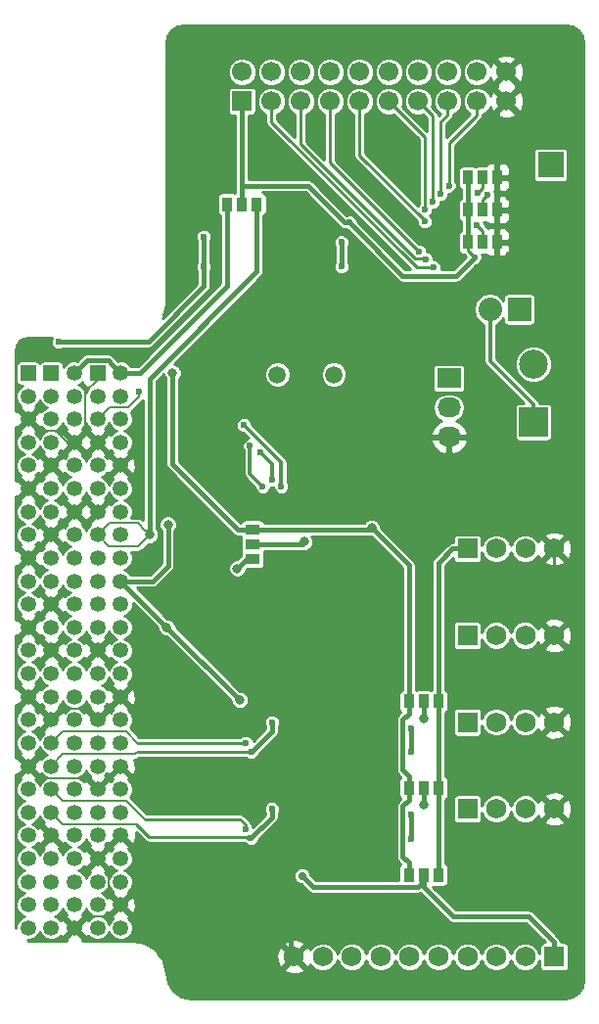
<source format=gbl>
G04 #@! TF.FileFunction,Copper,L2,Bot,Signal*
%FSLAX46Y46*%
G04 Gerber Fmt 4.6, Leading zero omitted, Abs format (unit mm)*
G04 Created by KiCad (PCBNEW 4.0.4-stable) date 12/18/16 13:30:46*
%MOMM*%
%LPD*%
G01*
G04 APERTURE LIST*
%ADD10C,0.100000*%
%ADD11R,1.350000X1.350000*%
%ADD12C,1.350000*%
%ADD13R,1.270000X0.965200*%
%ADD14R,0.965200X1.270000*%
%ADD15R,2.235200X2.235200*%
%ADD16R,2.032000X2.032000*%
%ADD17O,2.032000X2.032000*%
%ADD18R,2.032000X1.727200*%
%ADD19O,2.032000X1.727200*%
%ADD20R,1.750000X1.750000*%
%ADD21C,1.750000*%
%ADD22R,2.500000X2.500000*%
%ADD23C,2.500000*%
%ADD24C,1.501140*%
%ADD25R,1.700000X1.700000*%
%ADD26C,1.700000*%
%ADD27C,0.800000*%
%ADD28C,0.600000*%
%ADD29C,0.700000*%
%ADD30C,0.400000*%
%ADD31C,0.250000*%
%ADD32C,0.200000*%
%ADD33C,0.300000*%
%ADD34C,0.254000*%
G04 APERTURE END LIST*
D10*
D11*
X134050000Y-80150000D03*
D12*
X134050000Y-82150000D03*
X134050000Y-84150000D03*
X134050000Y-86150000D03*
X134050000Y-88150000D03*
X134050000Y-90150000D03*
X134050000Y-92150000D03*
X134050000Y-94150000D03*
X134050000Y-96150000D03*
X134050000Y-98150000D03*
X134050000Y-100150000D03*
X134050000Y-102150000D03*
X134050000Y-104150000D03*
X134050000Y-106150000D03*
X134050000Y-108150000D03*
X134050000Y-110150000D03*
X134050000Y-112150000D03*
X134050000Y-114150000D03*
X134050000Y-116150000D03*
X134050000Y-118150000D03*
X134050000Y-120150000D03*
X134050000Y-122150000D03*
X134050000Y-124150000D03*
X134050000Y-126150000D03*
X134050000Y-128150000D03*
X136050000Y-80150000D03*
X136050000Y-82150000D03*
X136050000Y-84150000D03*
X136050000Y-86150000D03*
X136050000Y-88150000D03*
X136050000Y-90150000D03*
X136050000Y-92150000D03*
X136050000Y-94150000D03*
X136050000Y-96150000D03*
X136050000Y-98150000D03*
X136050000Y-100150000D03*
X136050000Y-102150000D03*
X136050000Y-104150000D03*
X136050000Y-106150000D03*
X136050000Y-108150000D03*
X136050000Y-110150000D03*
X136050000Y-112150000D03*
X136050000Y-114150000D03*
X136050000Y-116150000D03*
X136050000Y-118150000D03*
X136050000Y-120150000D03*
X136050000Y-122150000D03*
X136050000Y-124150000D03*
X136050000Y-126150000D03*
X136050000Y-128150000D03*
D13*
X147450000Y-96220000D03*
X147450000Y-94950000D03*
X147450000Y-93680000D03*
D14*
X163520000Y-116050000D03*
X162250000Y-116050000D03*
X160980000Y-116050000D03*
X163520000Y-108550000D03*
X162250000Y-108550000D03*
X160980000Y-108550000D03*
X168620000Y-63250000D03*
X167350000Y-63250000D03*
X166080000Y-63250000D03*
X168620000Y-66050000D03*
X167350000Y-66050000D03*
X166080000Y-66050000D03*
X147820000Y-65550000D03*
X146550000Y-65550000D03*
X145280000Y-65550000D03*
X168620000Y-68850000D03*
X167350000Y-68850000D03*
X166080000Y-68850000D03*
X163520000Y-123550000D03*
X162250000Y-123550000D03*
X160980000Y-123550000D03*
D11*
X128050000Y-80150000D03*
D12*
X128050000Y-82150000D03*
X128050000Y-84150000D03*
X128050000Y-86150000D03*
X128050000Y-88150000D03*
X128050000Y-90150000D03*
X128050000Y-92150000D03*
X128050000Y-94150000D03*
X128050000Y-96150000D03*
X128050000Y-98150000D03*
X128050000Y-100150000D03*
X128050000Y-102150000D03*
X128050000Y-104150000D03*
X128050000Y-106150000D03*
X128050000Y-108150000D03*
X128050000Y-110150000D03*
X128050000Y-112150000D03*
X128050000Y-114150000D03*
X128050000Y-116150000D03*
X128050000Y-118150000D03*
X128050000Y-120150000D03*
X128050000Y-122150000D03*
X128050000Y-124150000D03*
X128050000Y-126150000D03*
X128050000Y-128150000D03*
D11*
X130050000Y-80150000D03*
D12*
X130050000Y-82150000D03*
X130050000Y-84150000D03*
X130050000Y-86150000D03*
X130050000Y-88150000D03*
X130050000Y-90150000D03*
X130050000Y-92150000D03*
X130050000Y-94150000D03*
X130050000Y-96150000D03*
X130050000Y-98150000D03*
X130050000Y-100150000D03*
X130050000Y-102150000D03*
X130050000Y-104150000D03*
X130050000Y-106150000D03*
X130050000Y-108150000D03*
X130050000Y-110150000D03*
X130050000Y-112150000D03*
X130050000Y-114150000D03*
X130050000Y-116150000D03*
X130050000Y-118150000D03*
X130050000Y-120150000D03*
X130050000Y-122150000D03*
X130050000Y-124150000D03*
X130050000Y-126150000D03*
X130050000Y-128150000D03*
X132050000Y-80150000D03*
X132050000Y-82150000D03*
X132050000Y-84150000D03*
X132050000Y-86150000D03*
X132050000Y-88150000D03*
X132050000Y-90150000D03*
X132050000Y-92150000D03*
X132050000Y-94150000D03*
X132050000Y-96150000D03*
X132050000Y-98150000D03*
X132050000Y-100150000D03*
X132050000Y-102150000D03*
X132050000Y-104150000D03*
X132050000Y-106150000D03*
X132050000Y-108150000D03*
X132050000Y-110150000D03*
X132050000Y-112150000D03*
X132050000Y-114150000D03*
X132050000Y-116150000D03*
X132050000Y-118150000D03*
X132050000Y-120150000D03*
X132050000Y-122150000D03*
X132050000Y-124150000D03*
X132050000Y-126150000D03*
X132050000Y-128150000D03*
D15*
X173250000Y-62150000D03*
D16*
X170550000Y-74650000D03*
D17*
X168010000Y-74650000D03*
D18*
X164450000Y-80610000D03*
D19*
X164450000Y-83150000D03*
X164450000Y-85690000D03*
D20*
X166050000Y-117850000D03*
D21*
X168550000Y-117850000D03*
X171050000Y-117850000D03*
X173550000Y-117850000D03*
D20*
X166050000Y-110350000D03*
D21*
X168550000Y-110350000D03*
X171050000Y-110350000D03*
X173550000Y-110350000D03*
D20*
X166050000Y-95350000D03*
D21*
X168550000Y-95350000D03*
X171050000Y-95350000D03*
X173550000Y-95350000D03*
D20*
X166050000Y-102850000D03*
D21*
X168550000Y-102850000D03*
X171050000Y-102850000D03*
X173550000Y-102850000D03*
D20*
X173550000Y-130650000D03*
D21*
X171050000Y-130650000D03*
X168550000Y-130650000D03*
X166050000Y-130650000D03*
X163550000Y-130650000D03*
X161050000Y-130650000D03*
X158550000Y-130650000D03*
X156050000Y-130650000D03*
X153550000Y-130650000D03*
X151050000Y-130650000D03*
D22*
X171750000Y-84400000D03*
D23*
X171750000Y-79400000D03*
D24*
X149609060Y-80300000D03*
X154490940Y-80300000D03*
D25*
X146550000Y-56650000D03*
D26*
X146550000Y-54110000D03*
X149090000Y-56650000D03*
X149090000Y-54110000D03*
X151630000Y-56650000D03*
X151630000Y-54110000D03*
X154170000Y-56650000D03*
X154170000Y-54110000D03*
X156710000Y-56650000D03*
X156710000Y-54110000D03*
X159250000Y-56650000D03*
X159250000Y-54110000D03*
X161790000Y-56650000D03*
X161790000Y-54110000D03*
X164330000Y-56650000D03*
X164330000Y-54110000D03*
X166870000Y-56650000D03*
X166870000Y-54110000D03*
X169410000Y-56650000D03*
X169410000Y-54110000D03*
D27*
X137750000Y-108750000D03*
X143150000Y-78050000D03*
X144350000Y-76950000D03*
X141850000Y-79250000D03*
X137850000Y-78550000D03*
X136150000Y-78550000D03*
X137980000Y-122665000D03*
X137980000Y-128380000D03*
X146235000Y-80120000D03*
X142425000Y-83295000D03*
X142425000Y-87740000D03*
X141790000Y-91550000D03*
X141790000Y-94090000D03*
X144330000Y-94090000D03*
X149410000Y-95995000D03*
X153855000Y-95995000D03*
X141790000Y-100440000D03*
X146870000Y-100440000D03*
X151950000Y-100440000D03*
X157030000Y-100440000D03*
X141790000Y-114410000D03*
X144330000Y-116950000D03*
X148140000Y-114410000D03*
X153220000Y-114410000D03*
X158300000Y-114410000D03*
X153220000Y-122030000D03*
X158300000Y-122030000D03*
X144330000Y-125840000D03*
X141790000Y-128380000D03*
X144330000Y-130920000D03*
X141790000Y-105520000D03*
X141790000Y-110600000D03*
X144330000Y-108060000D03*
X146870000Y-105520000D03*
X149410000Y-108060000D03*
X151950000Y-105520000D03*
X154490000Y-108060000D03*
X157030000Y-105520000D03*
X150680000Y-62340000D03*
X148140000Y-59800000D03*
X144330000Y-63610000D03*
X144330000Y-58530000D03*
X144330000Y-53450000D03*
X149410000Y-75040000D03*
X151950000Y-72500000D03*
X154490000Y-75040000D03*
X157030000Y-77580000D03*
X159570000Y-75040000D03*
X162110000Y-77580000D03*
X164650000Y-75040000D03*
X167190000Y-72500000D03*
X172270000Y-72500000D03*
X157030000Y-87740000D03*
X162110000Y-92820000D03*
X159570000Y-90280000D03*
X162110000Y-87740000D03*
X167190000Y-92820000D03*
X164650000Y-90280000D03*
X167190000Y-87740000D03*
X169730000Y-90280000D03*
X172270000Y-87740000D03*
X172270000Y-92820000D03*
X172270000Y-96630000D03*
X169730000Y-99170000D03*
X172270000Y-104250000D03*
X172270000Y-111870000D03*
X172270000Y-119490000D03*
X167190000Y-124570000D03*
X164650000Y-122030000D03*
X164650000Y-114410000D03*
X169730000Y-114410000D03*
X172270000Y-124570000D03*
X141790000Y-133460000D03*
X148140000Y-133460000D03*
X153220000Y-133460000D03*
X158300000Y-133460000D03*
X163380000Y-133460000D03*
X168460000Y-133460000D03*
X173540000Y-133460000D03*
X169730000Y-122030000D03*
X174810000Y-127110000D03*
X174810000Y-122030000D03*
X174810000Y-114410000D03*
X174810000Y-106790000D03*
X174810000Y-99170000D03*
X174810000Y-90280000D03*
X174810000Y-85200000D03*
X174810000Y-80120000D03*
X174810000Y-75040000D03*
X174810000Y-64880000D03*
X174810000Y-69960000D03*
X169730000Y-69960000D03*
X169730000Y-64880000D03*
X169730000Y-59800000D03*
X173540000Y-55990000D03*
X141790000Y-66150000D03*
X141790000Y-61070000D03*
X141790000Y-55990000D03*
X141790000Y-50910000D03*
X148140000Y-50910000D03*
X153220000Y-50910000D03*
X158300000Y-50910000D03*
X163380000Y-50910000D03*
X168460000Y-50910000D03*
X173540000Y-50910000D03*
D28*
X169150000Y-67450000D03*
D29*
X152150000Y-117050000D03*
X147850000Y-121350000D03*
X150750000Y-124250000D03*
D27*
X140150000Y-93250000D03*
X140050000Y-102150000D03*
X146350000Y-108450000D03*
X151950000Y-94750000D03*
D28*
X166650000Y-70150000D03*
X155850000Y-67150000D03*
D29*
X151750000Y-123650000D03*
D27*
X140550000Y-80150000D03*
X157750000Y-93550000D03*
X146150000Y-97050000D03*
X138550000Y-94150000D03*
X162250000Y-117500000D03*
X162250000Y-110000000D03*
D28*
X166950000Y-64550000D03*
X167750000Y-64750000D03*
X166850000Y-67350000D03*
X130679998Y-77450000D03*
X143250000Y-70950000D03*
X143250000Y-68350000D03*
X146850000Y-112150000D03*
X147350000Y-112950000D03*
X149150000Y-110350000D03*
X146850000Y-119650000D03*
X149150000Y-117850000D03*
X147325001Y-120374999D03*
X137650000Y-81750000D03*
X161150000Y-118350000D03*
X161150000Y-120450000D03*
X161150000Y-110850000D03*
X161150000Y-112950000D03*
X163150000Y-71050000D03*
X162450000Y-70350000D03*
X161850000Y-69650000D03*
X162350000Y-67050000D03*
X162350000Y-66050000D03*
X163050000Y-65350000D03*
X163750000Y-64650000D03*
X164450000Y-63950000D03*
X155150000Y-70950000D03*
X155150000Y-68850000D03*
X149150000Y-89350000D03*
X148150000Y-87050000D03*
X147250000Y-86450000D03*
X148350000Y-89950000D03*
X146712002Y-84650000D03*
X149950000Y-89950000D03*
D30*
X136150000Y-78550000D02*
X137850000Y-78550000D01*
D31*
X136050000Y-120150000D02*
X137980000Y-122080000D01*
X137980000Y-122080000D02*
X137980000Y-122665000D01*
X169730000Y-59800000D02*
X169730000Y-64880000D01*
X144330000Y-94090000D02*
X141790000Y-94090000D01*
X153855000Y-95995000D02*
X149410000Y-95995000D01*
X148140000Y-114410000D02*
X146870000Y-114410000D01*
X146870000Y-114410000D02*
X144330000Y-116950000D01*
X141790000Y-128380000D02*
X144330000Y-125840000D01*
X173550000Y-95350000D02*
X173550000Y-97910000D01*
X173550000Y-97910000D02*
X174810000Y-99170000D01*
X169410000Y-54110000D02*
X172610000Y-50910000D01*
X172610000Y-50910000D02*
X173540000Y-50910000D01*
D32*
X132050000Y-86150000D02*
X131493002Y-86150000D01*
X130468003Y-85125001D02*
X129025001Y-85125001D01*
X131493002Y-86150000D02*
X130468003Y-85125001D01*
X129025001Y-85125001D02*
X128724999Y-84824999D01*
X128724999Y-84824999D02*
X128050000Y-84150000D01*
D30*
X168620000Y-63250000D02*
X168620000Y-57440000D01*
X168620000Y-57440000D02*
X169410000Y-56650000D01*
X168620000Y-66050000D02*
X168620000Y-67450000D01*
D31*
X169150000Y-67450000D02*
X168620000Y-67450000D01*
D30*
X168620000Y-67450000D02*
X168620000Y-68850000D01*
X147850000Y-121350000D02*
X152150000Y-117050000D01*
X150750000Y-124250000D02*
X147850000Y-121350000D01*
X150750000Y-124250000D02*
X150750000Y-130350000D01*
X150750000Y-130350000D02*
X151050000Y-130650000D01*
X168620000Y-63250000D02*
X168620000Y-66450000D01*
D32*
X134050000Y-80150000D02*
X134050000Y-80706998D01*
X134050000Y-80706998D02*
X133025001Y-81731997D01*
X133025001Y-81731997D02*
X133025001Y-85174999D01*
X133025001Y-85174999D02*
X132724999Y-85475001D01*
X132724999Y-85475001D02*
X132050000Y-86150000D01*
X134050000Y-116150000D02*
X133074999Y-115174999D01*
X133074999Y-115174999D02*
X129074999Y-115174999D01*
X129074999Y-115174999D02*
X128724999Y-114824999D01*
X128724999Y-114824999D02*
X128050000Y-114150000D01*
X134050000Y-110150000D02*
X133074999Y-109174999D01*
X130724999Y-109475001D02*
X130050000Y-110150000D01*
X133074999Y-109174999D02*
X131025001Y-109174999D01*
X131025001Y-109174999D02*
X130724999Y-109475001D01*
X134050000Y-110150000D02*
X134724999Y-109475001D01*
X134724999Y-109475001D02*
X136050000Y-108150000D01*
X134050000Y-116150000D02*
X134724999Y-115475001D01*
X134724999Y-115475001D02*
X136050000Y-114150000D01*
X136050000Y-126150000D02*
X135025001Y-125125001D01*
X135025001Y-125125001D02*
X135025001Y-123125001D01*
X135025001Y-123125001D02*
X134724999Y-122824999D01*
X134724999Y-122824999D02*
X134050000Y-122150000D01*
X132050000Y-128150000D02*
X133025001Y-127174999D01*
X133025001Y-127174999D02*
X135025001Y-127174999D01*
X135025001Y-127174999D02*
X135375001Y-126824999D01*
X135375001Y-126824999D02*
X136050000Y-126150000D01*
D31*
X136050000Y-120150000D02*
X135375001Y-120824999D01*
X135375001Y-120824999D02*
X134050000Y-122150000D01*
D30*
X136050000Y-98150000D02*
X138850000Y-98150000D01*
X138850000Y-98150000D02*
X140150000Y-96850000D01*
X140150000Y-93250000D02*
X140150000Y-96850000D01*
X136050000Y-98150000D02*
X140050000Y-102150000D01*
X140050000Y-102150000D02*
X146350000Y-108450000D01*
X147450000Y-94950000D02*
X151750000Y-94950000D01*
X151750000Y-94950000D02*
X151950000Y-94750000D01*
X146550000Y-64515000D02*
X146550000Y-63950000D01*
X146550000Y-63950000D02*
X146550000Y-56650000D01*
X152790736Y-64490736D02*
X152250000Y-63950000D01*
X152250000Y-63950000D02*
X146550000Y-63950000D01*
X152790736Y-64515000D02*
X152790736Y-64490736D01*
X166650000Y-70150000D02*
X165049999Y-71750001D01*
X165049999Y-71750001D02*
X160450001Y-71750001D01*
X160450001Y-71750001D02*
X156149999Y-67449999D01*
X156149999Y-67449999D02*
X155850000Y-67150000D01*
D31*
X166650000Y-70150000D02*
X166080000Y-69580000D01*
X166080000Y-69580000D02*
X166080000Y-68850000D01*
D30*
X155850000Y-67150000D02*
X155425736Y-67150000D01*
X155425736Y-67150000D02*
X152790736Y-64515000D01*
X146550000Y-65550000D02*
X146550000Y-64515000D01*
X166080000Y-66050000D02*
X166080000Y-68850000D01*
X166080000Y-63250000D02*
X166080000Y-66450000D01*
X151750000Y-123650000D02*
X152685001Y-124585001D01*
X152685001Y-124585001D02*
X161782601Y-124585001D01*
X162250000Y-123550000D02*
X162250000Y-124117602D01*
X162250000Y-124117602D02*
X161782601Y-124585001D01*
X171325000Y-127150000D02*
X164815000Y-127150000D01*
X164815000Y-127150000D02*
X162250000Y-124585000D01*
X162250000Y-124585000D02*
X162250000Y-123550000D01*
X173550000Y-130650000D02*
X173550000Y-129375000D01*
X173550000Y-129375000D02*
X171325000Y-127150000D01*
X140550000Y-80150000D02*
X140550000Y-88050000D01*
X140550000Y-88050000D02*
X146180000Y-93680000D01*
X146180000Y-93680000D02*
X147450000Y-93680000D01*
X160980000Y-108550000D02*
X160980000Y-96780000D01*
X160980000Y-96780000D02*
X157750000Y-93550000D01*
X147450000Y-93680000D02*
X157620000Y-93680000D01*
X157620000Y-93680000D02*
X157750000Y-93550000D01*
D31*
X147450000Y-93680000D02*
X147297600Y-93680000D01*
D30*
X145280000Y-65550000D02*
X145280000Y-72627120D01*
X145280000Y-72627120D02*
X137757120Y-80150000D01*
X137757120Y-80150000D02*
X137004594Y-80150000D01*
X137004594Y-80150000D02*
X136050000Y-80150000D01*
X132050000Y-80150000D02*
X133125001Y-79074999D01*
X133125001Y-79074999D02*
X134974999Y-79074999D01*
X134974999Y-79074999D02*
X135375001Y-79475001D01*
X135375001Y-79475001D02*
X136050000Y-80150000D01*
X160980000Y-116050000D02*
X160980000Y-117085000D01*
X160980000Y-117085000D02*
X160449999Y-117615001D01*
X160449999Y-117615001D02*
X160449999Y-121984999D01*
X160980000Y-122515000D02*
X160980000Y-123550000D01*
X160449999Y-121984999D02*
X160980000Y-122515000D01*
X160980000Y-108550000D02*
X160980000Y-109585000D01*
X160980000Y-115015000D02*
X160980000Y-116050000D01*
X160980000Y-109585000D02*
X160449999Y-110115001D01*
X160449999Y-110115001D02*
X160449999Y-114484999D01*
X160449999Y-114484999D02*
X160980000Y-115015000D01*
X147450000Y-96220000D02*
X146980000Y-96220000D01*
X146980000Y-96220000D02*
X146150000Y-97050000D01*
X138550000Y-91093002D02*
X138550000Y-93750000D01*
X138550000Y-93750000D02*
X138550000Y-94150000D01*
D32*
X135074999Y-93125001D02*
X137525001Y-93125001D01*
X137525001Y-93125001D02*
X138150000Y-93750000D01*
X138150000Y-93750000D02*
X138550000Y-93750000D01*
X135025001Y-95125001D02*
X137574999Y-95125001D01*
X137574999Y-95125001D02*
X138550000Y-94150000D01*
X134050000Y-94150000D02*
X135025001Y-95125001D01*
D30*
X138550000Y-80650000D02*
X138550000Y-91093002D01*
X166050000Y-95350000D02*
X164775000Y-95350000D01*
X164775000Y-95350000D02*
X163905000Y-96220000D01*
D32*
X134050000Y-94150000D02*
X135074999Y-93125001D01*
D30*
X147820000Y-71380000D02*
X138550000Y-80650000D01*
X147820000Y-65550000D02*
X147820000Y-71380000D01*
X163520000Y-108550000D02*
X163520000Y-96605000D01*
X163520000Y-96605000D02*
X164775000Y-95350000D01*
X163520000Y-116050000D02*
X163520000Y-117085000D01*
X163520000Y-117085000D02*
X163520000Y-123550000D01*
X163520000Y-116050000D02*
X163520000Y-115015000D01*
X163520000Y-115015000D02*
X163520000Y-108550000D01*
D33*
X171750000Y-84400000D02*
X171750000Y-82850000D01*
X171750000Y-82850000D02*
X168010000Y-79110000D01*
X168010000Y-79110000D02*
X168010000Y-76086840D01*
X168010000Y-76086840D02*
X168010000Y-74650000D01*
D30*
X162250000Y-117500000D02*
X162250000Y-116050000D01*
X162250000Y-110000000D02*
X162250000Y-108550000D01*
D31*
X167350000Y-63250000D02*
X167350000Y-64150000D01*
X167350000Y-64150000D02*
X166950000Y-64550000D01*
X167350000Y-66050000D02*
X167350000Y-65150000D01*
X167350000Y-65150000D02*
X167750000Y-64750000D01*
X167350000Y-68850000D02*
X167350000Y-67850000D01*
X167350000Y-67850000D02*
X166850000Y-67350000D01*
D30*
X138450000Y-77450000D02*
X130679998Y-77450000D01*
X143250000Y-70950000D02*
X143250000Y-72650000D01*
X143250000Y-72650000D02*
X138450000Y-77450000D01*
X143250000Y-70950000D02*
X143250000Y-68350000D01*
D31*
X146850000Y-112150000D02*
X137493002Y-112150000D01*
D32*
X130050000Y-112150000D02*
X131025001Y-111174999D01*
X131025001Y-111174999D02*
X136518001Y-111174999D01*
X136518001Y-111174999D02*
X137493002Y-112150000D01*
X131074999Y-113125001D02*
X137274999Y-113125001D01*
X137274999Y-113125001D02*
X137450000Y-112950000D01*
D31*
X147350000Y-112950000D02*
X137450000Y-112950000D01*
D32*
X130050000Y-114150000D02*
X131074999Y-113125001D01*
D30*
X149150000Y-110350000D02*
X149150000Y-111150000D01*
X149150000Y-111150000D02*
X147350000Y-112950000D01*
D32*
X138117991Y-118774989D02*
X138117991Y-118749989D01*
X138117991Y-118749989D02*
X136518001Y-117174999D01*
D31*
X146850000Y-119650000D02*
X146850000Y-119225736D01*
X146850000Y-119225736D02*
X146374253Y-118749989D01*
X146374253Y-118749989D02*
X145663041Y-118749989D01*
X145663041Y-118749989D02*
X138117991Y-118749989D01*
D32*
X136518001Y-117174999D02*
X131074999Y-117174999D01*
X131074999Y-117174999D02*
X130050000Y-116150000D01*
D31*
X147325001Y-120374999D02*
X147074999Y-120374999D01*
X146975001Y-120275001D02*
X138475001Y-120275001D01*
X147074999Y-120374999D02*
X146975001Y-120275001D01*
X138475001Y-120275001D02*
X137374999Y-119174999D01*
D32*
X131074999Y-119174999D02*
X137374999Y-119174999D01*
D30*
X147325001Y-120374999D02*
X149150000Y-118550000D01*
X149150000Y-118550000D02*
X149150000Y-117850000D01*
D32*
X131074999Y-119174999D02*
X130050000Y-118150000D01*
X134050000Y-84150000D02*
X135074999Y-83125001D01*
X135074999Y-83125001D02*
X136699263Y-83125001D01*
X136699263Y-83125001D02*
X137650000Y-82174264D01*
X137650000Y-82174264D02*
X137650000Y-81750000D01*
D30*
X161150000Y-120450000D02*
X161150000Y-118350000D01*
X161150000Y-110850000D02*
X161150000Y-112950000D01*
D31*
X163150000Y-71050000D02*
X161688588Y-71050000D01*
X161688588Y-71050000D02*
X149090000Y-58451412D01*
X149090000Y-58451412D02*
X149090000Y-57871314D01*
X149090000Y-57871314D02*
X149090000Y-56650000D01*
X162450000Y-70350000D02*
X162375001Y-70275001D01*
X162375001Y-70275001D02*
X161549999Y-70275001D01*
X161549999Y-70275001D02*
X151630000Y-60355002D01*
X151630000Y-60355002D02*
X151630000Y-57871314D01*
X151630000Y-57871314D02*
X151630000Y-56650000D01*
X161850000Y-69650000D02*
X154170000Y-61970000D01*
X154170000Y-61970000D02*
X154170000Y-56650000D01*
X162350000Y-67050000D02*
X162350000Y-66975002D01*
X162350000Y-66975002D02*
X156710000Y-61335002D01*
X156710000Y-61335002D02*
X156710000Y-57871314D01*
X156710000Y-57871314D02*
X156710000Y-56650000D01*
X162350000Y-66050000D02*
X162350000Y-59750000D01*
X162350000Y-59750000D02*
X159250000Y-56650000D01*
X163050000Y-65350000D02*
X163050000Y-57910000D01*
X163050000Y-57910000D02*
X161790000Y-56650000D01*
X164330000Y-56650000D02*
X164330000Y-57852081D01*
X164330000Y-57852081D02*
X163750000Y-58432081D01*
X163750000Y-58432081D02*
X163750000Y-64225736D01*
X163750000Y-64225736D02*
X163750000Y-64650000D01*
X166870000Y-56650000D02*
X166870000Y-57871314D01*
X166870000Y-57871314D02*
X164450000Y-60291314D01*
X164450000Y-60291314D02*
X164450000Y-63525736D01*
X164450000Y-63525736D02*
X164450000Y-63950000D01*
D30*
X155150000Y-70950000D02*
X155150000Y-68850000D01*
D33*
X149150000Y-89350000D02*
X149150000Y-88050000D01*
X149150000Y-88050000D02*
X148150000Y-87050000D01*
X148350000Y-89950000D02*
X147250000Y-88850000D01*
X147250000Y-88850000D02*
X147250000Y-86450000D01*
X149950000Y-89950000D02*
X149950000Y-87887998D01*
X149950000Y-87887998D02*
X146712002Y-84650000D01*
D34*
G36*
X175147197Y-50208233D02*
X175653479Y-50546519D01*
X175991766Y-51052802D01*
X176119000Y-51692452D01*
X176119000Y-132607548D01*
X175991766Y-133247198D01*
X175653479Y-133753481D01*
X175147197Y-134091767D01*
X174507552Y-134219000D01*
X142092448Y-134219000D01*
X141261461Y-134053707D01*
X140592966Y-133607033D01*
X140146294Y-132938541D01*
X139972718Y-132065916D01*
X139902332Y-131712060D01*
X150167545Y-131712060D01*
X150250884Y-131965953D01*
X150815306Y-132171590D01*
X151415458Y-132145579D01*
X151849116Y-131965953D01*
X151932455Y-131712060D01*
X151050000Y-130829605D01*
X150167545Y-131712060D01*
X139902332Y-131712060D01*
X139782417Y-131109207D01*
X139718062Y-130953840D01*
X139358225Y-130415306D01*
X149528410Y-130415306D01*
X149554421Y-131015458D01*
X149734047Y-131449116D01*
X149987940Y-131532455D01*
X150870395Y-130650000D01*
X149987940Y-129767545D01*
X149734047Y-129850884D01*
X149528410Y-130415306D01*
X139358225Y-130415306D01*
X139176130Y-130142782D01*
X139057218Y-130023869D01*
X138404804Y-129587940D01*
X150167545Y-129587940D01*
X151050000Y-130470395D01*
X151932455Y-129587940D01*
X151849116Y-129334047D01*
X151284694Y-129128410D01*
X150684542Y-129154421D01*
X150250884Y-129334047D01*
X150167545Y-129587940D01*
X138404804Y-129587940D01*
X138246160Y-129481938D01*
X138090793Y-129417582D01*
X138090788Y-129417582D01*
X137134084Y-129227282D01*
X137091636Y-129227282D01*
X137050000Y-129219000D01*
X132749275Y-129219000D01*
X132787542Y-129067147D01*
X132050000Y-128329605D01*
X131312458Y-129067147D01*
X131350725Y-129219000D01*
X128092448Y-129219000D01*
X128026993Y-129205980D01*
X128259130Y-129206183D01*
X128647394Y-129045755D01*
X128944711Y-128748957D01*
X129050060Y-128495248D01*
X129154245Y-128747394D01*
X129451043Y-129044711D01*
X129839027Y-129205816D01*
X130259130Y-129206183D01*
X130647394Y-129045755D01*
X130889455Y-128804116D01*
X130899672Y-128828781D01*
X131132853Y-128887542D01*
X131870395Y-128150000D01*
X131132853Y-127412458D01*
X130899672Y-127471219D01*
X130890543Y-127497297D01*
X130648957Y-127255289D01*
X130395248Y-127149940D01*
X130647394Y-127045755D01*
X130944711Y-126748957D01*
X131050060Y-126495248D01*
X131154245Y-126747394D01*
X131395884Y-126989455D01*
X131371219Y-126999672D01*
X131312458Y-127232853D01*
X132050000Y-127970395D01*
X132787542Y-127232853D01*
X132728781Y-126999672D01*
X132702703Y-126990543D01*
X132944711Y-126748957D01*
X133050060Y-126495248D01*
X133154245Y-126747394D01*
X133451043Y-127044711D01*
X133704752Y-127150060D01*
X133452606Y-127254245D01*
X133210545Y-127495884D01*
X133200328Y-127471219D01*
X132967147Y-127412458D01*
X132229605Y-128150000D01*
X132967147Y-128887542D01*
X133200328Y-128828781D01*
X133209457Y-128802703D01*
X133451043Y-129044711D01*
X133839027Y-129205816D01*
X134259130Y-129206183D01*
X134647394Y-129045755D01*
X134944711Y-128748957D01*
X135050060Y-128495248D01*
X135154245Y-128747394D01*
X135451043Y-129044711D01*
X135839027Y-129205816D01*
X136259130Y-129206183D01*
X136647394Y-129045755D01*
X136944711Y-128748957D01*
X137105816Y-128360973D01*
X137106183Y-127940870D01*
X136945755Y-127552606D01*
X136704116Y-127310545D01*
X136728781Y-127300328D01*
X136787542Y-127067147D01*
X136050000Y-126329605D01*
X135312458Y-127067147D01*
X135371219Y-127300328D01*
X135397297Y-127309457D01*
X135155289Y-127551043D01*
X135049940Y-127804752D01*
X134945755Y-127552606D01*
X134648957Y-127255289D01*
X134395248Y-127149940D01*
X134647394Y-127045755D01*
X134889455Y-126804116D01*
X134899672Y-126828781D01*
X135132853Y-126887542D01*
X135870395Y-126150000D01*
X136229605Y-126150000D01*
X136967147Y-126887542D01*
X137200328Y-126828781D01*
X137372522Y-126336900D01*
X137343375Y-125816566D01*
X137200328Y-125471219D01*
X136967147Y-125412458D01*
X136229605Y-126150000D01*
X135870395Y-126150000D01*
X135132853Y-125412458D01*
X134899672Y-125471219D01*
X134890543Y-125497297D01*
X134648957Y-125255289D01*
X134395248Y-125149940D01*
X134647394Y-125045755D01*
X134944711Y-124748957D01*
X135050060Y-124495248D01*
X135154245Y-124747394D01*
X135395884Y-124989455D01*
X135371219Y-124999672D01*
X135312458Y-125232853D01*
X136050000Y-125970395D01*
X136787542Y-125232853D01*
X136728781Y-124999672D01*
X136702703Y-124990543D01*
X136944711Y-124748957D01*
X137105816Y-124360973D01*
X137106183Y-123940870D01*
X136945755Y-123552606D01*
X136648957Y-123255289D01*
X136395248Y-123149940D01*
X136647394Y-123045755D01*
X136944711Y-122748957D01*
X137105816Y-122360973D01*
X137106183Y-121940870D01*
X136945755Y-121552606D01*
X136704116Y-121310545D01*
X136728781Y-121300328D01*
X136787542Y-121067147D01*
X136050000Y-120329605D01*
X135312458Y-121067147D01*
X135371219Y-121300328D01*
X135397297Y-121309457D01*
X135210545Y-121495884D01*
X135200328Y-121471219D01*
X134967147Y-121412458D01*
X134229605Y-122150000D01*
X134967147Y-122887542D01*
X135200328Y-122828781D01*
X135209457Y-122802703D01*
X135451043Y-123044711D01*
X135704752Y-123150060D01*
X135452606Y-123254245D01*
X135155289Y-123551043D01*
X135049940Y-123804752D01*
X134945755Y-123552606D01*
X134704116Y-123310545D01*
X134728781Y-123300328D01*
X134787542Y-123067147D01*
X134050000Y-122329605D01*
X133312458Y-123067147D01*
X133371219Y-123300328D01*
X133397297Y-123309457D01*
X133155289Y-123551043D01*
X133049940Y-123804752D01*
X132945755Y-123552606D01*
X132648957Y-123255289D01*
X132395248Y-123149940D01*
X132647394Y-123045755D01*
X132889455Y-122804116D01*
X132899672Y-122828781D01*
X133132853Y-122887542D01*
X133870395Y-122150000D01*
X133132853Y-121412458D01*
X132899672Y-121471219D01*
X132890543Y-121497297D01*
X132648957Y-121255289D01*
X132395248Y-121149940D01*
X132647394Y-121045755D01*
X132944711Y-120748957D01*
X133050060Y-120495248D01*
X133154245Y-120747394D01*
X133395884Y-120989455D01*
X133371219Y-120999672D01*
X133312458Y-121232853D01*
X134050000Y-121970395D01*
X134787542Y-121232853D01*
X134728781Y-120999672D01*
X134702703Y-120990543D01*
X134889455Y-120804116D01*
X134899672Y-120828781D01*
X135132853Y-120887542D01*
X135870395Y-120150000D01*
X135856253Y-120135858D01*
X136035858Y-119956253D01*
X136050000Y-119970395D01*
X136064143Y-119956253D01*
X136243748Y-120135858D01*
X136229605Y-120150000D01*
X136967147Y-120887542D01*
X137200328Y-120828781D01*
X137372522Y-120336900D01*
X137345891Y-119861483D01*
X138117205Y-120632797D01*
X138281363Y-120742484D01*
X138475001Y-120781001D01*
X146768054Y-120781001D01*
X146938742Y-120951986D01*
X147188947Y-121055881D01*
X147459866Y-121056117D01*
X147710253Y-120952660D01*
X147901988Y-120761258D01*
X148002530Y-120519128D01*
X149560829Y-118960829D01*
X149686774Y-118772339D01*
X149731000Y-118550000D01*
X149731000Y-118226595D01*
X149830882Y-117986054D01*
X149831118Y-117715135D01*
X149727661Y-117464748D01*
X149536259Y-117273013D01*
X149286054Y-117169118D01*
X149015135Y-117168882D01*
X148764748Y-117272339D01*
X148573013Y-117463741D01*
X148469118Y-117713946D01*
X148468882Y-117984865D01*
X148569000Y-118227171D01*
X148569000Y-118309342D01*
X147482024Y-119396318D01*
X147427661Y-119264748D01*
X147347859Y-119184807D01*
X147317483Y-119032098D01*
X147207796Y-118867940D01*
X146732049Y-118392193D01*
X146567891Y-118282506D01*
X146374253Y-118243989D01*
X138289615Y-118243989D01*
X136858391Y-116835127D01*
X136944711Y-116748957D01*
X137105816Y-116360973D01*
X137106183Y-115940870D01*
X136945755Y-115552606D01*
X136704116Y-115310545D01*
X136728781Y-115300328D01*
X136787542Y-115067147D01*
X136050000Y-114329605D01*
X135312458Y-115067147D01*
X135371219Y-115300328D01*
X135397297Y-115309457D01*
X135210545Y-115495884D01*
X135200328Y-115471219D01*
X134967147Y-115412458D01*
X134229605Y-116150000D01*
X134243748Y-116164143D01*
X134064143Y-116343748D01*
X134050000Y-116329605D01*
X134035858Y-116343748D01*
X133856253Y-116164143D01*
X133870395Y-116150000D01*
X133132853Y-115412458D01*
X132899672Y-115471219D01*
X132890543Y-115497297D01*
X132648957Y-115255289D01*
X132395248Y-115149940D01*
X132647394Y-115045755D01*
X132944711Y-114748957D01*
X133050060Y-114495248D01*
X133154245Y-114747394D01*
X133395884Y-114989455D01*
X133371219Y-114999672D01*
X133312458Y-115232853D01*
X134050000Y-115970395D01*
X134787542Y-115232853D01*
X134728781Y-114999672D01*
X134702703Y-114990543D01*
X134889455Y-114804116D01*
X134899672Y-114828781D01*
X135132853Y-114887542D01*
X135870395Y-114150000D01*
X135856253Y-114135858D01*
X136035858Y-113956253D01*
X136050000Y-113970395D01*
X136064143Y-113956253D01*
X136243748Y-114135858D01*
X136229605Y-114150000D01*
X136967147Y-114887542D01*
X137200328Y-114828781D01*
X137372522Y-114336900D01*
X137343375Y-113816566D01*
X137256156Y-113606001D01*
X137274999Y-113606001D01*
X137459070Y-113569387D01*
X137615117Y-113465119D01*
X137624236Y-113456000D01*
X146892877Y-113456000D01*
X146963741Y-113526987D01*
X147213946Y-113630882D01*
X147484865Y-113631118D01*
X147735252Y-113527661D01*
X147926987Y-113336259D01*
X148027529Y-113094129D01*
X149560829Y-111560829D01*
X149686774Y-111372339D01*
X149731000Y-111150000D01*
X149731000Y-110726595D01*
X149830882Y-110486054D01*
X149831118Y-110215135D01*
X149727661Y-109964748D01*
X149536259Y-109773013D01*
X149286054Y-109669118D01*
X149015135Y-109668882D01*
X148764748Y-109772339D01*
X148573013Y-109963741D01*
X148469118Y-110213946D01*
X148468882Y-110484865D01*
X148569000Y-110727171D01*
X148569000Y-110909342D01*
X147511262Y-111967080D01*
X147427661Y-111764748D01*
X147236259Y-111573013D01*
X146986054Y-111469118D01*
X146715135Y-111468882D01*
X146464748Y-111572339D01*
X146392962Y-111644000D01*
X137667239Y-111644000D01*
X136858378Y-110835140D01*
X136944711Y-110748957D01*
X137105816Y-110360973D01*
X137106183Y-109940870D01*
X136945755Y-109552606D01*
X136704116Y-109310545D01*
X136728781Y-109300328D01*
X136787542Y-109067147D01*
X136050000Y-108329605D01*
X135312458Y-109067147D01*
X135371219Y-109300328D01*
X135397297Y-109309457D01*
X135210545Y-109495884D01*
X135200328Y-109471219D01*
X134967147Y-109412458D01*
X134229605Y-110150000D01*
X134243748Y-110164143D01*
X134064143Y-110343748D01*
X134050000Y-110329605D01*
X134035858Y-110343748D01*
X133856253Y-110164143D01*
X133870395Y-110150000D01*
X133132853Y-109412458D01*
X132899672Y-109471219D01*
X132890543Y-109497297D01*
X132648957Y-109255289D01*
X132395248Y-109149940D01*
X132647394Y-109045755D01*
X132944711Y-108748957D01*
X133050060Y-108495248D01*
X133154245Y-108747394D01*
X133395884Y-108989455D01*
X133371219Y-108999672D01*
X133312458Y-109232853D01*
X134050000Y-109970395D01*
X134787542Y-109232853D01*
X134728781Y-108999672D01*
X134702703Y-108990543D01*
X134889455Y-108804116D01*
X134899672Y-108828781D01*
X135132853Y-108887542D01*
X135870395Y-108150000D01*
X136229605Y-108150000D01*
X136967147Y-108887542D01*
X137200328Y-108828781D01*
X137372522Y-108336900D01*
X137343375Y-107816566D01*
X137200328Y-107471219D01*
X136967147Y-107412458D01*
X136229605Y-108150000D01*
X135870395Y-108150000D01*
X135132853Y-107412458D01*
X134899672Y-107471219D01*
X134890543Y-107497297D01*
X134648957Y-107255289D01*
X134395248Y-107149940D01*
X134647394Y-107045755D01*
X134944711Y-106748957D01*
X135050060Y-106495248D01*
X135154245Y-106747394D01*
X135395884Y-106989455D01*
X135371219Y-106999672D01*
X135312458Y-107232853D01*
X136050000Y-107970395D01*
X136787542Y-107232853D01*
X136728781Y-106999672D01*
X136702703Y-106990543D01*
X136944711Y-106748957D01*
X137105816Y-106360973D01*
X137106183Y-105940870D01*
X136945755Y-105552606D01*
X136648957Y-105255289D01*
X136395248Y-105149940D01*
X136647394Y-105045755D01*
X136944711Y-104748957D01*
X137105816Y-104360973D01*
X137106183Y-103940870D01*
X136945755Y-103552606D01*
X136648957Y-103255289D01*
X136395248Y-103149940D01*
X136647394Y-103045755D01*
X136944711Y-102748957D01*
X137105816Y-102360973D01*
X137106183Y-101940870D01*
X136945755Y-101552606D01*
X136648957Y-101255289D01*
X136395248Y-101149940D01*
X136647394Y-101045755D01*
X136944711Y-100748957D01*
X137105816Y-100360973D01*
X137106107Y-100027765D01*
X139268964Y-102190622D01*
X139268864Y-102304669D01*
X139387514Y-102591823D01*
X139607021Y-102811714D01*
X139893968Y-102930864D01*
X140009307Y-102930965D01*
X145568964Y-108490622D01*
X145568864Y-108604669D01*
X145687514Y-108891823D01*
X145907021Y-109111714D01*
X146193968Y-109230864D01*
X146504669Y-109231136D01*
X146791823Y-109112486D01*
X147011714Y-108892979D01*
X147130864Y-108606032D01*
X147131136Y-108295331D01*
X147012486Y-108008177D01*
X146792979Y-107788286D01*
X146506032Y-107669136D01*
X146390693Y-107669035D01*
X140831036Y-102109378D01*
X140831136Y-101995331D01*
X140712486Y-101708177D01*
X140492979Y-101488286D01*
X140206032Y-101369136D01*
X140090693Y-101369035D01*
X137452658Y-98731000D01*
X138850000Y-98731000D01*
X139072339Y-98686774D01*
X139260829Y-98560829D01*
X140560829Y-97260829D01*
X140686774Y-97072339D01*
X140731000Y-96850000D01*
X140731000Y-93773552D01*
X140811714Y-93692979D01*
X140930864Y-93406032D01*
X140931136Y-93095331D01*
X140812486Y-92808177D01*
X140592979Y-92588286D01*
X140306032Y-92469136D01*
X139995331Y-92468864D01*
X139708177Y-92587514D01*
X139488286Y-92807021D01*
X139369136Y-93093968D01*
X139368864Y-93404669D01*
X139487514Y-93691823D01*
X139569000Y-93773452D01*
X139569000Y-96609342D01*
X138609342Y-97569000D01*
X136952529Y-97569000D01*
X136945755Y-97552606D01*
X136648957Y-97255289D01*
X136395248Y-97149940D01*
X136647394Y-97045755D01*
X136944711Y-96748957D01*
X137105816Y-96360973D01*
X137106183Y-95940870D01*
X136967817Y-95606001D01*
X137574999Y-95606001D01*
X137759070Y-95569387D01*
X137915117Y-95465119D01*
X138449324Y-94930912D01*
X138704669Y-94931136D01*
X138991823Y-94812486D01*
X139211714Y-94592979D01*
X139330864Y-94306032D01*
X139331136Y-93995331D01*
X139212486Y-93708177D01*
X139131000Y-93626548D01*
X139131000Y-80890658D01*
X139768909Y-80252749D01*
X139768864Y-80304669D01*
X139887514Y-80591823D01*
X139969000Y-80673452D01*
X139969000Y-88050000D01*
X140013226Y-88272339D01*
X140139171Y-88460829D01*
X145769171Y-94090829D01*
X145957661Y-94216774D01*
X146180000Y-94261000D01*
X146445051Y-94261000D01*
X146453103Y-94303790D01*
X146459196Y-94313259D01*
X146457141Y-94316266D01*
X146426536Y-94467400D01*
X146426536Y-95432600D01*
X146453103Y-95573790D01*
X146459196Y-95583259D01*
X146457141Y-95586266D01*
X146426536Y-95737400D01*
X146426536Y-95951806D01*
X146109378Y-96268964D01*
X145995331Y-96268864D01*
X145708177Y-96387514D01*
X145488286Y-96607021D01*
X145369136Y-96893968D01*
X145368864Y-97204669D01*
X145487514Y-97491823D01*
X145707021Y-97711714D01*
X145993968Y-97830864D01*
X146304669Y-97831136D01*
X146591823Y-97712486D01*
X146811714Y-97492979D01*
X146930864Y-97206032D01*
X146930965Y-97091064D01*
X148085000Y-97091064D01*
X148226190Y-97064497D01*
X148355865Y-96981054D01*
X148442859Y-96853734D01*
X148473464Y-96702600D01*
X148473464Y-95737400D01*
X148446897Y-95596210D01*
X148440804Y-95586741D01*
X148442859Y-95583734D01*
X148453538Y-95531000D01*
X151750000Y-95531000D01*
X151779949Y-95525043D01*
X151793968Y-95530864D01*
X152104669Y-95531136D01*
X152391823Y-95412486D01*
X152611714Y-95192979D01*
X152730864Y-94906032D01*
X152731136Y-94595331D01*
X152612486Y-94308177D01*
X152565391Y-94261000D01*
X157425716Y-94261000D01*
X157593968Y-94330864D01*
X157709307Y-94330965D01*
X160399000Y-97020658D01*
X160399000Y-107545051D01*
X160356210Y-107553103D01*
X160226535Y-107636546D01*
X160139541Y-107763866D01*
X160108936Y-107915000D01*
X160108936Y-109185000D01*
X160135503Y-109326190D01*
X160218946Y-109455865D01*
X160259659Y-109483683D01*
X160039170Y-109704172D01*
X159913225Y-109892662D01*
X159868999Y-110115001D01*
X159868999Y-114484999D01*
X159913225Y-114707338D01*
X160039170Y-114895828D01*
X160258998Y-115115656D01*
X160226535Y-115136546D01*
X160139541Y-115263866D01*
X160108936Y-115415000D01*
X160108936Y-116685000D01*
X160135503Y-116826190D01*
X160218946Y-116955865D01*
X160259659Y-116983683D01*
X160039170Y-117204172D01*
X159913225Y-117392662D01*
X159868999Y-117615001D01*
X159868999Y-121984999D01*
X159913225Y-122207338D01*
X160039170Y-122395828D01*
X160258998Y-122615656D01*
X160226535Y-122636546D01*
X160139541Y-122763866D01*
X160108936Y-122915000D01*
X160108936Y-124004001D01*
X152925659Y-124004001D01*
X152481079Y-123559421D01*
X152481126Y-123505233D01*
X152370073Y-123236463D01*
X152164619Y-123030650D01*
X151896043Y-122919127D01*
X151605233Y-122918874D01*
X151336463Y-123029927D01*
X151130650Y-123235381D01*
X151019127Y-123503957D01*
X151018874Y-123794767D01*
X151129927Y-124063537D01*
X151335381Y-124269350D01*
X151603957Y-124380873D01*
X151659263Y-124380921D01*
X152274172Y-124995830D01*
X152462662Y-125121775D01*
X152685001Y-125166001D01*
X161782601Y-125166001D01*
X161971724Y-125128382D01*
X164404171Y-127560829D01*
X164592661Y-127686774D01*
X164815000Y-127731000D01*
X171084342Y-127731000D01*
X172739878Y-129386536D01*
X172675000Y-129386536D01*
X172533810Y-129413103D01*
X172404135Y-129496546D01*
X172317141Y-129623866D01*
X172286536Y-129775000D01*
X172286536Y-130353630D01*
X172115405Y-129939463D01*
X171762396Y-129585836D01*
X171300930Y-129394219D01*
X170801262Y-129393783D01*
X170339463Y-129584595D01*
X169985836Y-129937604D01*
X169799779Y-130385680D01*
X169615405Y-129939463D01*
X169262396Y-129585836D01*
X168800930Y-129394219D01*
X168301262Y-129393783D01*
X167839463Y-129584595D01*
X167485836Y-129937604D01*
X167299779Y-130385680D01*
X167115405Y-129939463D01*
X166762396Y-129585836D01*
X166300930Y-129394219D01*
X165801262Y-129393783D01*
X165339463Y-129584595D01*
X164985836Y-129937604D01*
X164799779Y-130385680D01*
X164615405Y-129939463D01*
X164262396Y-129585836D01*
X163800930Y-129394219D01*
X163301262Y-129393783D01*
X162839463Y-129584595D01*
X162485836Y-129937604D01*
X162299779Y-130385680D01*
X162115405Y-129939463D01*
X161762396Y-129585836D01*
X161300930Y-129394219D01*
X160801262Y-129393783D01*
X160339463Y-129584595D01*
X159985836Y-129937604D01*
X159799779Y-130385680D01*
X159615405Y-129939463D01*
X159262396Y-129585836D01*
X158800930Y-129394219D01*
X158301262Y-129393783D01*
X157839463Y-129584595D01*
X157485836Y-129937604D01*
X157299779Y-130385680D01*
X157115405Y-129939463D01*
X156762396Y-129585836D01*
X156300930Y-129394219D01*
X155801262Y-129393783D01*
X155339463Y-129584595D01*
X154985836Y-129937604D01*
X154799779Y-130385680D01*
X154615405Y-129939463D01*
X154262396Y-129585836D01*
X153800930Y-129394219D01*
X153301262Y-129393783D01*
X152839463Y-129584595D01*
X152485836Y-129937604D01*
X152443803Y-130038831D01*
X152365953Y-129850884D01*
X152112060Y-129767545D01*
X151229605Y-130650000D01*
X152112060Y-131532455D01*
X152365953Y-131449116D01*
X152438696Y-131249454D01*
X152484595Y-131360537D01*
X152837604Y-131714164D01*
X153299070Y-131905781D01*
X153798738Y-131906217D01*
X154260537Y-131715405D01*
X154614164Y-131362396D01*
X154800221Y-130914320D01*
X154984595Y-131360537D01*
X155337604Y-131714164D01*
X155799070Y-131905781D01*
X156298738Y-131906217D01*
X156760537Y-131715405D01*
X157114164Y-131362396D01*
X157300221Y-130914320D01*
X157484595Y-131360537D01*
X157837604Y-131714164D01*
X158299070Y-131905781D01*
X158798738Y-131906217D01*
X159260537Y-131715405D01*
X159614164Y-131362396D01*
X159800221Y-130914320D01*
X159984595Y-131360537D01*
X160337604Y-131714164D01*
X160799070Y-131905781D01*
X161298738Y-131906217D01*
X161760537Y-131715405D01*
X162114164Y-131362396D01*
X162300221Y-130914320D01*
X162484595Y-131360537D01*
X162837604Y-131714164D01*
X163299070Y-131905781D01*
X163798738Y-131906217D01*
X164260537Y-131715405D01*
X164614164Y-131362396D01*
X164800221Y-130914320D01*
X164984595Y-131360537D01*
X165337604Y-131714164D01*
X165799070Y-131905781D01*
X166298738Y-131906217D01*
X166760537Y-131715405D01*
X167114164Y-131362396D01*
X167300221Y-130914320D01*
X167484595Y-131360537D01*
X167837604Y-131714164D01*
X168299070Y-131905781D01*
X168798738Y-131906217D01*
X169260537Y-131715405D01*
X169614164Y-131362396D01*
X169800221Y-130914320D01*
X169984595Y-131360537D01*
X170337604Y-131714164D01*
X170799070Y-131905781D01*
X171298738Y-131906217D01*
X171760537Y-131715405D01*
X172114164Y-131362396D01*
X172286536Y-130947277D01*
X172286536Y-131525000D01*
X172313103Y-131666190D01*
X172396546Y-131795865D01*
X172523866Y-131882859D01*
X172675000Y-131913464D01*
X174425000Y-131913464D01*
X174566190Y-131886897D01*
X174695865Y-131803454D01*
X174782859Y-131676134D01*
X174813464Y-131525000D01*
X174813464Y-129775000D01*
X174786897Y-129633810D01*
X174703454Y-129504135D01*
X174576134Y-129417141D01*
X174425000Y-129386536D01*
X174131000Y-129386536D01*
X174131000Y-129375000D01*
X174086774Y-129152661D01*
X173960829Y-128964171D01*
X171735829Y-126739171D01*
X171547339Y-126613226D01*
X171325000Y-126569000D01*
X165055658Y-126569000D01*
X163060122Y-124573464D01*
X164002600Y-124573464D01*
X164143790Y-124546897D01*
X164273465Y-124463454D01*
X164360459Y-124336134D01*
X164391064Y-124185000D01*
X164391064Y-122915000D01*
X164364497Y-122773810D01*
X164281054Y-122644135D01*
X164153734Y-122557141D01*
X164101000Y-122546462D01*
X164101000Y-117054949D01*
X164143790Y-117046897D01*
X164255521Y-116975000D01*
X164786536Y-116975000D01*
X164786536Y-118725000D01*
X164813103Y-118866190D01*
X164896546Y-118995865D01*
X165023866Y-119082859D01*
X165175000Y-119113464D01*
X166925000Y-119113464D01*
X167066190Y-119086897D01*
X167195865Y-119003454D01*
X167282859Y-118876134D01*
X167313464Y-118725000D01*
X167313464Y-118146370D01*
X167484595Y-118560537D01*
X167837604Y-118914164D01*
X168299070Y-119105781D01*
X168798738Y-119106217D01*
X169260537Y-118915405D01*
X169614164Y-118562396D01*
X169800221Y-118114320D01*
X169984595Y-118560537D01*
X170337604Y-118914164D01*
X170799070Y-119105781D01*
X171298738Y-119106217D01*
X171760537Y-118915405D01*
X171763887Y-118912060D01*
X172667545Y-118912060D01*
X172750884Y-119165953D01*
X173315306Y-119371590D01*
X173915458Y-119345579D01*
X174349116Y-119165953D01*
X174432455Y-118912060D01*
X173550000Y-118029605D01*
X172667545Y-118912060D01*
X171763887Y-118912060D01*
X172114164Y-118562396D01*
X172156197Y-118461169D01*
X172234047Y-118649116D01*
X172487940Y-118732455D01*
X173370395Y-117850000D01*
X173729605Y-117850000D01*
X174612060Y-118732455D01*
X174865953Y-118649116D01*
X175071590Y-118084694D01*
X175045579Y-117484542D01*
X174865953Y-117050884D01*
X174612060Y-116967545D01*
X173729605Y-117850000D01*
X173370395Y-117850000D01*
X172487940Y-116967545D01*
X172234047Y-117050884D01*
X172161304Y-117250546D01*
X172115405Y-117139463D01*
X171764497Y-116787940D01*
X172667545Y-116787940D01*
X173550000Y-117670395D01*
X174432455Y-116787940D01*
X174349116Y-116534047D01*
X173784694Y-116328410D01*
X173184542Y-116354421D01*
X172750884Y-116534047D01*
X172667545Y-116787940D01*
X171764497Y-116787940D01*
X171762396Y-116785836D01*
X171300930Y-116594219D01*
X170801262Y-116593783D01*
X170339463Y-116784595D01*
X169985836Y-117137604D01*
X169799779Y-117585680D01*
X169615405Y-117139463D01*
X169262396Y-116785836D01*
X168800930Y-116594219D01*
X168301262Y-116593783D01*
X167839463Y-116784595D01*
X167485836Y-117137604D01*
X167313464Y-117552723D01*
X167313464Y-116975000D01*
X167286897Y-116833810D01*
X167203454Y-116704135D01*
X167076134Y-116617141D01*
X166925000Y-116586536D01*
X165175000Y-116586536D01*
X165033810Y-116613103D01*
X164904135Y-116696546D01*
X164817141Y-116823866D01*
X164786536Y-116975000D01*
X164255521Y-116975000D01*
X164273465Y-116963454D01*
X164360459Y-116836134D01*
X164391064Y-116685000D01*
X164391064Y-115415000D01*
X164364497Y-115273810D01*
X164281054Y-115144135D01*
X164153734Y-115057141D01*
X164101000Y-115046462D01*
X164101000Y-109554949D01*
X164143790Y-109546897D01*
X164255521Y-109475000D01*
X164786536Y-109475000D01*
X164786536Y-111225000D01*
X164813103Y-111366190D01*
X164896546Y-111495865D01*
X165023866Y-111582859D01*
X165175000Y-111613464D01*
X166925000Y-111613464D01*
X167066190Y-111586897D01*
X167195865Y-111503454D01*
X167282859Y-111376134D01*
X167313464Y-111225000D01*
X167313464Y-110646370D01*
X167484595Y-111060537D01*
X167837604Y-111414164D01*
X168299070Y-111605781D01*
X168798738Y-111606217D01*
X169260537Y-111415405D01*
X169614164Y-111062396D01*
X169800221Y-110614320D01*
X169984595Y-111060537D01*
X170337604Y-111414164D01*
X170799070Y-111605781D01*
X171298738Y-111606217D01*
X171760537Y-111415405D01*
X171763887Y-111412060D01*
X172667545Y-111412060D01*
X172750884Y-111665953D01*
X173315306Y-111871590D01*
X173915458Y-111845579D01*
X174349116Y-111665953D01*
X174432455Y-111412060D01*
X173550000Y-110529605D01*
X172667545Y-111412060D01*
X171763887Y-111412060D01*
X172114164Y-111062396D01*
X172156197Y-110961169D01*
X172234047Y-111149116D01*
X172487940Y-111232455D01*
X173370395Y-110350000D01*
X173729605Y-110350000D01*
X174612060Y-111232455D01*
X174865953Y-111149116D01*
X175071590Y-110584694D01*
X175045579Y-109984542D01*
X174865953Y-109550884D01*
X174612060Y-109467545D01*
X173729605Y-110350000D01*
X173370395Y-110350000D01*
X172487940Y-109467545D01*
X172234047Y-109550884D01*
X172161304Y-109750546D01*
X172115405Y-109639463D01*
X171764497Y-109287940D01*
X172667545Y-109287940D01*
X173550000Y-110170395D01*
X174432455Y-109287940D01*
X174349116Y-109034047D01*
X173784694Y-108828410D01*
X173184542Y-108854421D01*
X172750884Y-109034047D01*
X172667545Y-109287940D01*
X171764497Y-109287940D01*
X171762396Y-109285836D01*
X171300930Y-109094219D01*
X170801262Y-109093783D01*
X170339463Y-109284595D01*
X169985836Y-109637604D01*
X169799779Y-110085680D01*
X169615405Y-109639463D01*
X169262396Y-109285836D01*
X168800930Y-109094219D01*
X168301262Y-109093783D01*
X167839463Y-109284595D01*
X167485836Y-109637604D01*
X167313464Y-110052723D01*
X167313464Y-109475000D01*
X167286897Y-109333810D01*
X167203454Y-109204135D01*
X167076134Y-109117141D01*
X166925000Y-109086536D01*
X165175000Y-109086536D01*
X165033810Y-109113103D01*
X164904135Y-109196546D01*
X164817141Y-109323866D01*
X164786536Y-109475000D01*
X164255521Y-109475000D01*
X164273465Y-109463454D01*
X164360459Y-109336134D01*
X164391064Y-109185000D01*
X164391064Y-107915000D01*
X164364497Y-107773810D01*
X164281054Y-107644135D01*
X164153734Y-107557141D01*
X164101000Y-107546462D01*
X164101000Y-101975000D01*
X164786536Y-101975000D01*
X164786536Y-103725000D01*
X164813103Y-103866190D01*
X164896546Y-103995865D01*
X165023866Y-104082859D01*
X165175000Y-104113464D01*
X166925000Y-104113464D01*
X167066190Y-104086897D01*
X167195865Y-104003454D01*
X167282859Y-103876134D01*
X167313464Y-103725000D01*
X167313464Y-103146370D01*
X167484595Y-103560537D01*
X167837604Y-103914164D01*
X168299070Y-104105781D01*
X168798738Y-104106217D01*
X169260537Y-103915405D01*
X169614164Y-103562396D01*
X169800221Y-103114320D01*
X169984595Y-103560537D01*
X170337604Y-103914164D01*
X170799070Y-104105781D01*
X171298738Y-104106217D01*
X171760537Y-103915405D01*
X171763887Y-103912060D01*
X172667545Y-103912060D01*
X172750884Y-104165953D01*
X173315306Y-104371590D01*
X173915458Y-104345579D01*
X174349116Y-104165953D01*
X174432455Y-103912060D01*
X173550000Y-103029605D01*
X172667545Y-103912060D01*
X171763887Y-103912060D01*
X172114164Y-103562396D01*
X172156197Y-103461169D01*
X172234047Y-103649116D01*
X172487940Y-103732455D01*
X173370395Y-102850000D01*
X173729605Y-102850000D01*
X174612060Y-103732455D01*
X174865953Y-103649116D01*
X175071590Y-103084694D01*
X175045579Y-102484542D01*
X174865953Y-102050884D01*
X174612060Y-101967545D01*
X173729605Y-102850000D01*
X173370395Y-102850000D01*
X172487940Y-101967545D01*
X172234047Y-102050884D01*
X172161304Y-102250546D01*
X172115405Y-102139463D01*
X171764497Y-101787940D01*
X172667545Y-101787940D01*
X173550000Y-102670395D01*
X174432455Y-101787940D01*
X174349116Y-101534047D01*
X173784694Y-101328410D01*
X173184542Y-101354421D01*
X172750884Y-101534047D01*
X172667545Y-101787940D01*
X171764497Y-101787940D01*
X171762396Y-101785836D01*
X171300930Y-101594219D01*
X170801262Y-101593783D01*
X170339463Y-101784595D01*
X169985836Y-102137604D01*
X169799779Y-102585680D01*
X169615405Y-102139463D01*
X169262396Y-101785836D01*
X168800930Y-101594219D01*
X168301262Y-101593783D01*
X167839463Y-101784595D01*
X167485836Y-102137604D01*
X167313464Y-102552723D01*
X167313464Y-101975000D01*
X167286897Y-101833810D01*
X167203454Y-101704135D01*
X167076134Y-101617141D01*
X166925000Y-101586536D01*
X165175000Y-101586536D01*
X165033810Y-101613103D01*
X164904135Y-101696546D01*
X164817141Y-101823866D01*
X164786536Y-101975000D01*
X164101000Y-101975000D01*
X164101000Y-96845658D01*
X164786536Y-96160122D01*
X164786536Y-96225000D01*
X164813103Y-96366190D01*
X164896546Y-96495865D01*
X165023866Y-96582859D01*
X165175000Y-96613464D01*
X166925000Y-96613464D01*
X167066190Y-96586897D01*
X167195865Y-96503454D01*
X167282859Y-96376134D01*
X167313464Y-96225000D01*
X167313464Y-95646370D01*
X167484595Y-96060537D01*
X167837604Y-96414164D01*
X168299070Y-96605781D01*
X168798738Y-96606217D01*
X169260537Y-96415405D01*
X169614164Y-96062396D01*
X169800221Y-95614320D01*
X169984595Y-96060537D01*
X170337604Y-96414164D01*
X170799070Y-96605781D01*
X171298738Y-96606217D01*
X171760537Y-96415405D01*
X171763887Y-96412060D01*
X172667545Y-96412060D01*
X172750884Y-96665953D01*
X173315306Y-96871590D01*
X173915458Y-96845579D01*
X174349116Y-96665953D01*
X174432455Y-96412060D01*
X173550000Y-95529605D01*
X172667545Y-96412060D01*
X171763887Y-96412060D01*
X172114164Y-96062396D01*
X172156197Y-95961169D01*
X172234047Y-96149116D01*
X172487940Y-96232455D01*
X173370395Y-95350000D01*
X173729605Y-95350000D01*
X174612060Y-96232455D01*
X174865953Y-96149116D01*
X175071590Y-95584694D01*
X175045579Y-94984542D01*
X174865953Y-94550884D01*
X174612060Y-94467545D01*
X173729605Y-95350000D01*
X173370395Y-95350000D01*
X172487940Y-94467545D01*
X172234047Y-94550884D01*
X172161304Y-94750546D01*
X172115405Y-94639463D01*
X171764497Y-94287940D01*
X172667545Y-94287940D01*
X173550000Y-95170395D01*
X174432455Y-94287940D01*
X174349116Y-94034047D01*
X173784694Y-93828410D01*
X173184542Y-93854421D01*
X172750884Y-94034047D01*
X172667545Y-94287940D01*
X171764497Y-94287940D01*
X171762396Y-94285836D01*
X171300930Y-94094219D01*
X170801262Y-94093783D01*
X170339463Y-94284595D01*
X169985836Y-94637604D01*
X169799779Y-95085680D01*
X169615405Y-94639463D01*
X169262396Y-94285836D01*
X168800930Y-94094219D01*
X168301262Y-94093783D01*
X167839463Y-94284595D01*
X167485836Y-94637604D01*
X167313464Y-95052723D01*
X167313464Y-94475000D01*
X167286897Y-94333810D01*
X167203454Y-94204135D01*
X167076134Y-94117141D01*
X166925000Y-94086536D01*
X165175000Y-94086536D01*
X165033810Y-94113103D01*
X164904135Y-94196546D01*
X164817141Y-94323866D01*
X164786536Y-94475000D01*
X164786536Y-94769000D01*
X164775000Y-94769000D01*
X164552661Y-94813226D01*
X164364171Y-94939171D01*
X163109171Y-96194171D01*
X162983226Y-96382661D01*
X162939000Y-96605000D01*
X162939000Y-107545051D01*
X162896210Y-107553103D01*
X162886741Y-107559196D01*
X162883734Y-107557141D01*
X162732600Y-107526536D01*
X161767400Y-107526536D01*
X161626210Y-107553103D01*
X161616741Y-107559196D01*
X161613734Y-107557141D01*
X161561000Y-107546462D01*
X161561000Y-96780000D01*
X161516774Y-96557661D01*
X161390829Y-96369171D01*
X158531036Y-93509378D01*
X158531136Y-93395331D01*
X158412486Y-93108177D01*
X158192979Y-92888286D01*
X157906032Y-92769136D01*
X157595331Y-92768864D01*
X157308177Y-92887514D01*
X157096321Y-93099000D01*
X148454949Y-93099000D01*
X148446897Y-93056210D01*
X148363454Y-92926535D01*
X148236134Y-92839541D01*
X148085000Y-92808936D01*
X146815000Y-92808936D01*
X146673810Y-92835503D01*
X146544135Y-92918946D01*
X146457141Y-93046266D01*
X146446462Y-93099000D01*
X146420658Y-93099000D01*
X141131000Y-87809342D01*
X141131000Y-84784865D01*
X146030884Y-84784865D01*
X146134341Y-85035252D01*
X146325743Y-85226987D01*
X146575948Y-85330882D01*
X146641994Y-85330940D01*
X147090228Y-85779173D01*
X146864748Y-85872339D01*
X146673013Y-86063741D01*
X146569118Y-86313946D01*
X146568882Y-86584865D01*
X146672339Y-86835252D01*
X146719000Y-86881994D01*
X146719000Y-88850000D01*
X146759420Y-89053205D01*
X146874526Y-89225474D01*
X147668939Y-90019887D01*
X147668882Y-90084865D01*
X147772339Y-90335252D01*
X147963741Y-90526987D01*
X148213946Y-90630882D01*
X148484865Y-90631118D01*
X148735252Y-90527661D01*
X148926987Y-90336259D01*
X149030882Y-90086054D01*
X149030930Y-90030897D01*
X149268929Y-90031104D01*
X149268882Y-90084865D01*
X149372339Y-90335252D01*
X149563741Y-90526987D01*
X149813946Y-90630882D01*
X150084865Y-90631118D01*
X150335252Y-90527661D01*
X150526987Y-90336259D01*
X150630882Y-90086054D01*
X150631118Y-89815135D01*
X150527661Y-89564748D01*
X150481000Y-89518006D01*
X150481000Y-87888003D01*
X150481001Y-87887998D01*
X150440580Y-87684793D01*
X150325474Y-87512524D01*
X150325471Y-87512522D01*
X148861976Y-86049026D01*
X162842642Y-86049026D01*
X162845291Y-86064791D01*
X163099268Y-86592036D01*
X163535680Y-86981954D01*
X164088087Y-87175184D01*
X164323000Y-87030924D01*
X164323000Y-85817000D01*
X164577000Y-85817000D01*
X164577000Y-87030924D01*
X164811913Y-87175184D01*
X165364320Y-86981954D01*
X165800732Y-86592036D01*
X166054709Y-86064791D01*
X166057358Y-86049026D01*
X165936217Y-85817000D01*
X164577000Y-85817000D01*
X164323000Y-85817000D01*
X162963783Y-85817000D01*
X162842642Y-86049026D01*
X148861976Y-86049026D01*
X148143924Y-85330974D01*
X162842642Y-85330974D01*
X162963783Y-85563000D01*
X164323000Y-85563000D01*
X164323000Y-85543000D01*
X164577000Y-85543000D01*
X164577000Y-85563000D01*
X165936217Y-85563000D01*
X166057358Y-85330974D01*
X166054709Y-85315209D01*
X165800732Y-84787964D01*
X165364320Y-84398046D01*
X165091757Y-84302704D01*
X165106057Y-84299860D01*
X165509834Y-84030065D01*
X165779629Y-83626288D01*
X165874369Y-83150000D01*
X165779629Y-82673712D01*
X165509834Y-82269935D01*
X165106057Y-82000140D01*
X164629769Y-81905400D01*
X164270231Y-81905400D01*
X163793943Y-82000140D01*
X163390166Y-82269935D01*
X163120371Y-82673712D01*
X163025631Y-83150000D01*
X163120371Y-83626288D01*
X163390166Y-84030065D01*
X163793943Y-84299860D01*
X163808243Y-84302704D01*
X163535680Y-84398046D01*
X163099268Y-84787964D01*
X162845291Y-85315209D01*
X162842642Y-85330974D01*
X148143924Y-85330974D01*
X147393063Y-84580113D01*
X147393120Y-84515135D01*
X147289663Y-84264748D01*
X147098261Y-84073013D01*
X146848056Y-83969118D01*
X146577137Y-83968882D01*
X146326750Y-84072339D01*
X146135015Y-84263741D01*
X146031120Y-84513946D01*
X146030884Y-84784865D01*
X141131000Y-84784865D01*
X141131000Y-80673552D01*
X141211714Y-80592979D01*
X141240316Y-80524096D01*
X148477294Y-80524096D01*
X148649202Y-80940146D01*
X148967240Y-81258739D01*
X149382989Y-81431373D01*
X149833156Y-81431766D01*
X150249206Y-81259858D01*
X150567799Y-80941820D01*
X150740433Y-80526071D01*
X150740434Y-80524096D01*
X153359174Y-80524096D01*
X153531082Y-80940146D01*
X153849120Y-81258739D01*
X154264869Y-81431373D01*
X154715036Y-81431766D01*
X155131086Y-81259858D01*
X155449679Y-80941820D01*
X155622313Y-80526071D01*
X155622706Y-80075904D01*
X155486559Y-79746400D01*
X163045536Y-79746400D01*
X163045536Y-81473600D01*
X163072103Y-81614790D01*
X163155546Y-81744465D01*
X163282866Y-81831459D01*
X163434000Y-81862064D01*
X165466000Y-81862064D01*
X165607190Y-81835497D01*
X165736865Y-81752054D01*
X165823859Y-81624734D01*
X165854464Y-81473600D01*
X165854464Y-79746400D01*
X165827897Y-79605210D01*
X165744454Y-79475535D01*
X165617134Y-79388541D01*
X165466000Y-79357936D01*
X163434000Y-79357936D01*
X163292810Y-79384503D01*
X163163135Y-79467946D01*
X163076141Y-79595266D01*
X163045536Y-79746400D01*
X155486559Y-79746400D01*
X155450798Y-79659854D01*
X155132760Y-79341261D01*
X154717011Y-79168627D01*
X154266844Y-79168234D01*
X153850794Y-79340142D01*
X153532201Y-79658180D01*
X153359567Y-80073929D01*
X153359174Y-80524096D01*
X150740434Y-80524096D01*
X150740826Y-80075904D01*
X150568918Y-79659854D01*
X150250880Y-79341261D01*
X149835131Y-79168627D01*
X149384964Y-79168234D01*
X148968914Y-79340142D01*
X148650321Y-79658180D01*
X148477687Y-80073929D01*
X148477294Y-80524096D01*
X141240316Y-80524096D01*
X141330864Y-80306032D01*
X141331136Y-79995331D01*
X141212486Y-79708177D01*
X140992979Y-79488286D01*
X140706032Y-79369136D01*
X140652569Y-79369089D01*
X145399027Y-74622631D01*
X166613000Y-74622631D01*
X166613000Y-74677369D01*
X166719340Y-75211978D01*
X167022172Y-75665197D01*
X167475391Y-75968029D01*
X167479000Y-75968747D01*
X167479000Y-79110000D01*
X167519420Y-79313205D01*
X167634526Y-79485474D01*
X170910588Y-82761536D01*
X170500000Y-82761536D01*
X170358810Y-82788103D01*
X170229135Y-82871546D01*
X170142141Y-82998866D01*
X170111536Y-83150000D01*
X170111536Y-85650000D01*
X170138103Y-85791190D01*
X170221546Y-85920865D01*
X170348866Y-86007859D01*
X170500000Y-86038464D01*
X173000000Y-86038464D01*
X173141190Y-86011897D01*
X173270865Y-85928454D01*
X173357859Y-85801134D01*
X173388464Y-85650000D01*
X173388464Y-83150000D01*
X173361897Y-83008810D01*
X173278454Y-82879135D01*
X173151134Y-82792141D01*
X173000000Y-82761536D01*
X172263404Y-82761536D01*
X172240580Y-82646795D01*
X172125474Y-82474526D01*
X169373951Y-79723003D01*
X170118718Y-79723003D01*
X170366499Y-80322680D01*
X170824907Y-80781888D01*
X171424151Y-81030716D01*
X172073003Y-81031282D01*
X172672680Y-80783501D01*
X173131888Y-80325093D01*
X173380716Y-79725849D01*
X173381282Y-79076997D01*
X173133501Y-78477320D01*
X172675093Y-78018112D01*
X172075849Y-77769284D01*
X171426997Y-77768718D01*
X170827320Y-78016499D01*
X170368112Y-78474907D01*
X170119284Y-79074151D01*
X170118718Y-79723003D01*
X169373951Y-79723003D01*
X168541000Y-78890052D01*
X168541000Y-75968747D01*
X168544609Y-75968029D01*
X168997828Y-75665197D01*
X169145536Y-75444137D01*
X169145536Y-75666000D01*
X169172103Y-75807190D01*
X169255546Y-75936865D01*
X169382866Y-76023859D01*
X169534000Y-76054464D01*
X171566000Y-76054464D01*
X171707190Y-76027897D01*
X171836865Y-75944454D01*
X171923859Y-75817134D01*
X171954464Y-75666000D01*
X171954464Y-73634000D01*
X171927897Y-73492810D01*
X171844454Y-73363135D01*
X171717134Y-73276141D01*
X171566000Y-73245536D01*
X169534000Y-73245536D01*
X169392810Y-73272103D01*
X169263135Y-73355546D01*
X169176141Y-73482866D01*
X169145536Y-73634000D01*
X169145536Y-73855863D01*
X168997828Y-73634803D01*
X168544609Y-73331971D01*
X168010000Y-73225631D01*
X167475391Y-73331971D01*
X167022172Y-73634803D01*
X166719340Y-74088022D01*
X166613000Y-74622631D01*
X145399027Y-74622631D01*
X148230829Y-71790829D01*
X148356774Y-71602339D01*
X148401000Y-71380000D01*
X148401000Y-68984865D01*
X154468882Y-68984865D01*
X154569000Y-69227171D01*
X154569000Y-70573405D01*
X154469118Y-70813946D01*
X154468882Y-71084865D01*
X154572339Y-71335252D01*
X154763741Y-71526987D01*
X155013946Y-71630882D01*
X155284865Y-71631118D01*
X155535252Y-71527661D01*
X155726987Y-71336259D01*
X155830882Y-71086054D01*
X155831118Y-70815135D01*
X155731000Y-70572829D01*
X155731000Y-69226595D01*
X155830882Y-68986054D01*
X155831118Y-68715135D01*
X155727661Y-68464748D01*
X155536259Y-68273013D01*
X155286054Y-68169118D01*
X155015135Y-68168882D01*
X154764748Y-68272339D01*
X154573013Y-68463741D01*
X154469118Y-68713946D01*
X154468882Y-68984865D01*
X148401000Y-68984865D01*
X148401000Y-66554949D01*
X148443790Y-66546897D01*
X148573465Y-66463454D01*
X148660459Y-66336134D01*
X148691064Y-66185000D01*
X148691064Y-64915000D01*
X148664497Y-64773810D01*
X148581054Y-64644135D01*
X148453734Y-64557141D01*
X148324644Y-64531000D01*
X152009342Y-64531000D01*
X152331047Y-64852705D01*
X152379907Y-64925829D01*
X155014907Y-67560829D01*
X155203397Y-67686774D01*
X155425736Y-67731000D01*
X155473405Y-67731000D01*
X155705871Y-67827529D01*
X160039172Y-72160830D01*
X160227662Y-72286775D01*
X160450001Y-72331001D01*
X165049999Y-72331001D01*
X165272338Y-72286775D01*
X165460828Y-72160830D01*
X166794536Y-70827122D01*
X167035252Y-70727661D01*
X167226987Y-70536259D01*
X167330882Y-70286054D01*
X167331118Y-70015135D01*
X167272581Y-69873464D01*
X167627839Y-69873464D01*
X167777701Y-70023327D01*
X168011090Y-70120000D01*
X168334250Y-70120000D01*
X168493000Y-69961250D01*
X168493000Y-68977000D01*
X168747000Y-68977000D01*
X168747000Y-69961250D01*
X168905750Y-70120000D01*
X169228910Y-70120000D01*
X169462299Y-70023327D01*
X169640927Y-69844698D01*
X169737600Y-69611309D01*
X169737600Y-69135750D01*
X169578850Y-68977000D01*
X168747000Y-68977000D01*
X168493000Y-68977000D01*
X168473000Y-68977000D01*
X168473000Y-68723000D01*
X168493000Y-68723000D01*
X168493000Y-67738750D01*
X168747000Y-67738750D01*
X168747000Y-68723000D01*
X169578850Y-68723000D01*
X169737600Y-68564250D01*
X169737600Y-68088691D01*
X169640927Y-67855302D01*
X169462299Y-67676673D01*
X169228910Y-67580000D01*
X168905750Y-67580000D01*
X168747000Y-67738750D01*
X168493000Y-67738750D01*
X168334250Y-67580000D01*
X168011090Y-67580000D01*
X167818187Y-67659903D01*
X167817483Y-67656362D01*
X167707796Y-67492204D01*
X167531031Y-67315439D01*
X167531118Y-67215135D01*
X167472581Y-67073464D01*
X167627839Y-67073464D01*
X167777701Y-67223327D01*
X168011090Y-67320000D01*
X168334250Y-67320000D01*
X168493000Y-67161250D01*
X168493000Y-66177000D01*
X168747000Y-66177000D01*
X168747000Y-67161250D01*
X168905750Y-67320000D01*
X169228910Y-67320000D01*
X169462299Y-67223327D01*
X169640927Y-67044698D01*
X169737600Y-66811309D01*
X169737600Y-66335750D01*
X169578850Y-66177000D01*
X168747000Y-66177000D01*
X168493000Y-66177000D01*
X168473000Y-66177000D01*
X168473000Y-65923000D01*
X168493000Y-65923000D01*
X168493000Y-64938750D01*
X168747000Y-64938750D01*
X168747000Y-65923000D01*
X169578850Y-65923000D01*
X169737600Y-65764250D01*
X169737600Y-65288691D01*
X169640927Y-65055302D01*
X169462299Y-64876673D01*
X169228910Y-64780000D01*
X168905750Y-64780000D01*
X168747000Y-64938750D01*
X168493000Y-64938750D01*
X168430890Y-64876640D01*
X168431118Y-64615135D01*
X168374980Y-64479270D01*
X168493000Y-64361250D01*
X168493000Y-63377000D01*
X168747000Y-63377000D01*
X168747000Y-64361250D01*
X168905750Y-64520000D01*
X169228910Y-64520000D01*
X169462299Y-64423327D01*
X169640927Y-64244698D01*
X169737600Y-64011309D01*
X169737600Y-63535750D01*
X169578850Y-63377000D01*
X168747000Y-63377000D01*
X168493000Y-63377000D01*
X168473000Y-63377000D01*
X168473000Y-63123000D01*
X168493000Y-63123000D01*
X168493000Y-62138750D01*
X168747000Y-62138750D01*
X168747000Y-63123000D01*
X169578850Y-63123000D01*
X169737600Y-62964250D01*
X169737600Y-62488691D01*
X169640927Y-62255302D01*
X169462299Y-62076673D01*
X169228910Y-61980000D01*
X168905750Y-61980000D01*
X168747000Y-62138750D01*
X168493000Y-62138750D01*
X168334250Y-61980000D01*
X168011090Y-61980000D01*
X167777701Y-62076673D01*
X167627839Y-62226536D01*
X166867400Y-62226536D01*
X166726210Y-62253103D01*
X166716741Y-62259196D01*
X166713734Y-62257141D01*
X166562600Y-62226536D01*
X165597400Y-62226536D01*
X165456210Y-62253103D01*
X165326535Y-62336546D01*
X165239541Y-62463866D01*
X165208936Y-62615000D01*
X165208936Y-63885000D01*
X165235503Y-64026190D01*
X165318946Y-64155865D01*
X165446266Y-64242859D01*
X165499000Y-64253538D01*
X165499000Y-65045051D01*
X165456210Y-65053103D01*
X165326535Y-65136546D01*
X165239541Y-65263866D01*
X165208936Y-65415000D01*
X165208936Y-66685000D01*
X165235503Y-66826190D01*
X165318946Y-66955865D01*
X165446266Y-67042859D01*
X165499000Y-67053538D01*
X165499000Y-67845051D01*
X165456210Y-67853103D01*
X165326535Y-67936546D01*
X165239541Y-68063866D01*
X165208936Y-68215000D01*
X165208936Y-69485000D01*
X165235503Y-69626190D01*
X165318946Y-69755865D01*
X165446266Y-69842859D01*
X165597400Y-69873464D01*
X165679219Y-69873464D01*
X165722204Y-69937796D01*
X165881375Y-70096967D01*
X164809341Y-71169001D01*
X163830897Y-71169001D01*
X163831118Y-70915135D01*
X163727661Y-70664748D01*
X163536259Y-70473013D01*
X163286054Y-70369118D01*
X163130984Y-70368983D01*
X163131118Y-70215135D01*
X163027661Y-69964748D01*
X162836259Y-69773013D01*
X162586054Y-69669118D01*
X162530984Y-69669070D01*
X162531118Y-69515135D01*
X162427661Y-69264748D01*
X162236259Y-69073013D01*
X161986054Y-68969118D01*
X161884622Y-68969030D01*
X154676000Y-61760408D01*
X154676000Y-57772869D01*
X154866395Y-57694200D01*
X155212983Y-57348216D01*
X155400786Y-56895935D01*
X155400787Y-56893787D01*
X155478787Y-56893787D01*
X155665800Y-57346395D01*
X156011784Y-57692983D01*
X156204000Y-57772798D01*
X156204000Y-61335002D01*
X156242517Y-61528640D01*
X156352204Y-61692798D01*
X161669035Y-67009629D01*
X161668882Y-67184865D01*
X161772339Y-67435252D01*
X161963741Y-67626987D01*
X162213946Y-67730882D01*
X162484865Y-67731118D01*
X162735252Y-67627661D01*
X162926987Y-67436259D01*
X163030882Y-67186054D01*
X163031118Y-66915135D01*
X162927661Y-66664748D01*
X162813080Y-66549968D01*
X162926987Y-66436259D01*
X163030882Y-66186054D01*
X163031017Y-66030984D01*
X163184865Y-66031118D01*
X163435252Y-65927661D01*
X163626987Y-65736259D01*
X163730882Y-65486054D01*
X163731017Y-65330984D01*
X163884865Y-65331118D01*
X164135252Y-65227661D01*
X164326987Y-65036259D01*
X164430882Y-64786054D01*
X164431017Y-64630984D01*
X164584865Y-64631118D01*
X164835252Y-64527661D01*
X165026987Y-64336259D01*
X165130882Y-64086054D01*
X165131118Y-63815135D01*
X165027661Y-63564748D01*
X164956000Y-63492962D01*
X164956000Y-61032400D01*
X171743936Y-61032400D01*
X171743936Y-63267600D01*
X171770503Y-63408790D01*
X171853946Y-63538465D01*
X171981266Y-63625459D01*
X172132400Y-63656064D01*
X174367600Y-63656064D01*
X174508790Y-63629497D01*
X174638465Y-63546054D01*
X174725459Y-63418734D01*
X174756064Y-63267600D01*
X174756064Y-61032400D01*
X174729497Y-60891210D01*
X174646054Y-60761535D01*
X174518734Y-60674541D01*
X174367600Y-60643936D01*
X172132400Y-60643936D01*
X171991210Y-60670503D01*
X171861535Y-60753946D01*
X171774541Y-60881266D01*
X171743936Y-61032400D01*
X164956000Y-61032400D01*
X164956000Y-60500906D01*
X167227796Y-58229110D01*
X167337483Y-58064952D01*
X167376000Y-57871314D01*
X167376000Y-57772869D01*
X167566395Y-57694200D01*
X167566637Y-57693958D01*
X168545647Y-57693958D01*
X168625920Y-57945259D01*
X169181279Y-58146718D01*
X169771458Y-58120315D01*
X170194080Y-57945259D01*
X170274353Y-57693958D01*
X169410000Y-56829605D01*
X168545647Y-57693958D01*
X167566637Y-57693958D01*
X167912983Y-57348216D01*
X167996181Y-57147852D01*
X168114741Y-57434080D01*
X168366042Y-57514353D01*
X169230395Y-56650000D01*
X169589605Y-56650000D01*
X170453958Y-57514353D01*
X170705259Y-57434080D01*
X170906718Y-56878721D01*
X170880315Y-56288542D01*
X170705259Y-55865920D01*
X170453958Y-55785647D01*
X169589605Y-56650000D01*
X169230395Y-56650000D01*
X168366042Y-55785647D01*
X168114741Y-55865920D01*
X168004050Y-56171060D01*
X167914200Y-55953605D01*
X167568216Y-55607017D01*
X167115935Y-55419214D01*
X166626213Y-55418787D01*
X166173605Y-55605800D01*
X165827017Y-55951784D01*
X165639214Y-56404065D01*
X165638787Y-56893787D01*
X165825800Y-57346395D01*
X166171784Y-57692983D01*
X166285514Y-57740208D01*
X164256000Y-59769722D01*
X164256000Y-58641673D01*
X164687796Y-58209877D01*
X164797483Y-58045719D01*
X164836000Y-57852081D01*
X164836000Y-57772869D01*
X165026395Y-57694200D01*
X165372983Y-57348216D01*
X165560786Y-56895935D01*
X165561213Y-56406213D01*
X165374200Y-55953605D01*
X165028216Y-55607017D01*
X164575935Y-55419214D01*
X164086213Y-55418787D01*
X163633605Y-55605800D01*
X163287017Y-55951784D01*
X163099214Y-56404065D01*
X163098787Y-56893787D01*
X163285800Y-57346395D01*
X163631784Y-57692983D01*
X163731924Y-57734565D01*
X163556000Y-57910489D01*
X163556000Y-57910000D01*
X163517483Y-57716362D01*
X163407796Y-57552204D01*
X162941784Y-57086192D01*
X163020786Y-56895935D01*
X163021213Y-56406213D01*
X162834200Y-55953605D01*
X162488216Y-55607017D01*
X162035935Y-55419214D01*
X161546213Y-55418787D01*
X161093605Y-55605800D01*
X160747017Y-55951784D01*
X160559214Y-56404065D01*
X160558787Y-56893787D01*
X160745800Y-57346395D01*
X161091784Y-57692983D01*
X161544065Y-57880786D01*
X162033787Y-57881213D01*
X162226142Y-57801734D01*
X162544000Y-58119592D01*
X162544000Y-59228408D01*
X160401784Y-57086192D01*
X160480786Y-56895935D01*
X160481213Y-56406213D01*
X160294200Y-55953605D01*
X159948216Y-55607017D01*
X159495935Y-55419214D01*
X159006213Y-55418787D01*
X158553605Y-55605800D01*
X158207017Y-55951784D01*
X158019214Y-56404065D01*
X158018787Y-56893787D01*
X158205800Y-57346395D01*
X158551784Y-57692983D01*
X159004065Y-57880786D01*
X159493787Y-57881213D01*
X159686142Y-57801734D01*
X161844000Y-59959592D01*
X161844000Y-65592877D01*
X161773013Y-65663741D01*
X161767532Y-65676942D01*
X157216000Y-61125410D01*
X157216000Y-57772869D01*
X157406395Y-57694200D01*
X157752983Y-57348216D01*
X157940786Y-56895935D01*
X157941213Y-56406213D01*
X157754200Y-55953605D01*
X157408216Y-55607017D01*
X156955935Y-55419214D01*
X156466213Y-55418787D01*
X156013605Y-55605800D01*
X155667017Y-55951784D01*
X155479214Y-56404065D01*
X155478787Y-56893787D01*
X155400787Y-56893787D01*
X155401213Y-56406213D01*
X155214200Y-55953605D01*
X154868216Y-55607017D01*
X154415935Y-55419214D01*
X153926213Y-55418787D01*
X153473605Y-55605800D01*
X153127017Y-55951784D01*
X152939214Y-56404065D01*
X152938787Y-56893787D01*
X153125800Y-57346395D01*
X153471784Y-57692983D01*
X153664000Y-57772798D01*
X153664000Y-61673410D01*
X152136000Y-60145410D01*
X152136000Y-57772869D01*
X152326395Y-57694200D01*
X152672983Y-57348216D01*
X152860786Y-56895935D01*
X152861213Y-56406213D01*
X152674200Y-55953605D01*
X152328216Y-55607017D01*
X151875935Y-55419214D01*
X151386213Y-55418787D01*
X150933605Y-55605800D01*
X150587017Y-55951784D01*
X150399214Y-56404065D01*
X150398787Y-56893787D01*
X150585800Y-57346395D01*
X150931784Y-57692983D01*
X151124000Y-57772798D01*
X151124000Y-59769820D01*
X149596000Y-58241820D01*
X149596000Y-57772869D01*
X149786395Y-57694200D01*
X150132983Y-57348216D01*
X150320786Y-56895935D01*
X150321213Y-56406213D01*
X150134200Y-55953605D01*
X149788216Y-55607017D01*
X149335935Y-55419214D01*
X148846213Y-55418787D01*
X148393605Y-55605800D01*
X148047017Y-55951784D01*
X147859214Y-56404065D01*
X147858787Y-56893787D01*
X148045800Y-57346395D01*
X148391784Y-57692983D01*
X148584000Y-57772798D01*
X148584000Y-58451412D01*
X148622517Y-58645050D01*
X148732204Y-58809208D01*
X161091997Y-71169001D01*
X160690659Y-71169001D01*
X156527122Y-67005464D01*
X156427661Y-66764748D01*
X156236259Y-66573013D01*
X155986054Y-66469118D01*
X155715135Y-66468882D01*
X155609799Y-66512405D01*
X153250425Y-64153031D01*
X153201565Y-64079907D01*
X152660829Y-63539171D01*
X152472339Y-63413226D01*
X152250000Y-63369000D01*
X147131000Y-63369000D01*
X147131000Y-57888464D01*
X147400000Y-57888464D01*
X147541190Y-57861897D01*
X147670865Y-57778454D01*
X147757859Y-57651134D01*
X147788464Y-57500000D01*
X147788464Y-55800000D01*
X147761897Y-55658810D01*
X147678454Y-55529135D01*
X147551134Y-55442141D01*
X147400000Y-55411536D01*
X145700000Y-55411536D01*
X145558810Y-55438103D01*
X145429135Y-55521546D01*
X145342141Y-55648866D01*
X145311536Y-55800000D01*
X145311536Y-57500000D01*
X145338103Y-57641190D01*
X145421546Y-57770865D01*
X145548866Y-57857859D01*
X145700000Y-57888464D01*
X145969000Y-57888464D01*
X145969000Y-64545051D01*
X145926210Y-64553103D01*
X145916741Y-64559196D01*
X145913734Y-64557141D01*
X145762600Y-64526536D01*
X144797400Y-64526536D01*
X144656210Y-64553103D01*
X144526535Y-64636546D01*
X144439541Y-64763866D01*
X144408936Y-64915000D01*
X144408936Y-66185000D01*
X144435503Y-66326190D01*
X144518946Y-66455865D01*
X144646266Y-66542859D01*
X144699000Y-66553538D01*
X144699000Y-72386462D01*
X137516462Y-79569000D01*
X136952529Y-79569000D01*
X136945755Y-79552606D01*
X136648957Y-79255289D01*
X136260973Y-79094184D01*
X135840870Y-79093817D01*
X135822900Y-79101242D01*
X135385828Y-78664170D01*
X135197338Y-78538225D01*
X134974999Y-78493999D01*
X133125001Y-78493999D01*
X132902662Y-78538225D01*
X132714172Y-78664170D01*
X132277355Y-79100987D01*
X132260973Y-79094184D01*
X131840870Y-79093817D01*
X131452606Y-79254245D01*
X131155289Y-79551043D01*
X131113464Y-79651769D01*
X131113464Y-79475000D01*
X131086897Y-79333810D01*
X131003454Y-79204135D01*
X130876134Y-79117141D01*
X130725000Y-79086536D01*
X129375000Y-79086536D01*
X129233810Y-79113103D01*
X129104135Y-79196546D01*
X129049770Y-79276112D01*
X129003454Y-79204135D01*
X128876134Y-79117141D01*
X128725000Y-79086536D01*
X127375000Y-79086536D01*
X127233810Y-79113103D01*
X127104135Y-79196546D01*
X127017141Y-79323866D01*
X126986536Y-79475000D01*
X126986536Y-80825000D01*
X127013103Y-80966190D01*
X127096546Y-81095865D01*
X127223866Y-81182859D01*
X127375000Y-81213464D01*
X127551303Y-81213464D01*
X127452606Y-81254245D01*
X127155289Y-81551043D01*
X126994184Y-81939027D01*
X126993817Y-82359130D01*
X127154245Y-82747394D01*
X127395884Y-82989455D01*
X127371219Y-82999672D01*
X127312458Y-83232853D01*
X128050000Y-83970395D01*
X128787542Y-83232853D01*
X128728781Y-82999672D01*
X128702703Y-82990543D01*
X128944711Y-82748957D01*
X129050060Y-82495248D01*
X129154245Y-82747394D01*
X129451043Y-83044711D01*
X129704752Y-83150060D01*
X129452606Y-83254245D01*
X129210545Y-83495884D01*
X129200328Y-83471219D01*
X128967147Y-83412458D01*
X128229605Y-84150000D01*
X128967147Y-84887542D01*
X129200328Y-84828781D01*
X129209457Y-84802703D01*
X129451043Y-85044711D01*
X129704752Y-85150060D01*
X129452606Y-85254245D01*
X129155289Y-85551043D01*
X129049940Y-85804752D01*
X128945755Y-85552606D01*
X128704116Y-85310545D01*
X128728781Y-85300328D01*
X128787542Y-85067147D01*
X128050000Y-84329605D01*
X127312458Y-85067147D01*
X127371219Y-85300328D01*
X127397297Y-85309457D01*
X127155289Y-85551043D01*
X126994184Y-85939027D01*
X126993817Y-86359130D01*
X127154245Y-86747394D01*
X127451043Y-87044711D01*
X127704752Y-87150060D01*
X127452606Y-87254245D01*
X127155289Y-87551043D01*
X126994184Y-87939027D01*
X126993817Y-88359130D01*
X127154245Y-88747394D01*
X127395884Y-88989455D01*
X127371219Y-88999672D01*
X127312458Y-89232853D01*
X128050000Y-89970395D01*
X128787542Y-89232853D01*
X128728781Y-88999672D01*
X128702703Y-88990543D01*
X128889455Y-88804116D01*
X128899672Y-88828781D01*
X129132853Y-88887542D01*
X129870395Y-88150000D01*
X129132853Y-87412458D01*
X128899672Y-87471219D01*
X128890543Y-87497297D01*
X128648957Y-87255289D01*
X128395248Y-87149940D01*
X128647394Y-87045755D01*
X128944711Y-86748957D01*
X129050060Y-86495248D01*
X129154245Y-86747394D01*
X129395884Y-86989455D01*
X129371219Y-86999672D01*
X129312458Y-87232853D01*
X130050000Y-87970395D01*
X130787542Y-87232853D01*
X130728781Y-86999672D01*
X130702703Y-86990543D01*
X130889455Y-86804116D01*
X130899672Y-86828781D01*
X131132853Y-86887542D01*
X131870395Y-86150000D01*
X132229605Y-86150000D01*
X132893510Y-86813905D01*
X132899672Y-86828781D01*
X132911322Y-86831717D01*
X132967147Y-86887542D01*
X133050000Y-86866663D01*
X133132853Y-86887542D01*
X133188678Y-86831717D01*
X133200328Y-86828781D01*
X133205022Y-86815373D01*
X133870395Y-86150000D01*
X133206490Y-85486095D01*
X133200328Y-85471219D01*
X133188678Y-85468283D01*
X133132853Y-85412458D01*
X133050000Y-85433337D01*
X132967147Y-85412458D01*
X132911322Y-85468283D01*
X132899672Y-85471219D01*
X132894978Y-85484627D01*
X132229605Y-86150000D01*
X131870395Y-86150000D01*
X131132853Y-85412458D01*
X130899672Y-85471219D01*
X130890543Y-85497297D01*
X130648957Y-85255289D01*
X130395248Y-85149940D01*
X130647394Y-85045755D01*
X130944711Y-84748957D01*
X131050060Y-84495248D01*
X131154245Y-84747394D01*
X131395884Y-84989455D01*
X131371219Y-84999672D01*
X131312458Y-85232853D01*
X132050000Y-85970395D01*
X132787542Y-85232853D01*
X132728781Y-84999672D01*
X132702703Y-84990543D01*
X132944711Y-84748957D01*
X133050060Y-84495248D01*
X133154245Y-84747394D01*
X133395884Y-84989455D01*
X133371219Y-84999672D01*
X133312458Y-85232853D01*
X134050000Y-85970395D01*
X134787542Y-85232853D01*
X134728781Y-84999672D01*
X134702703Y-84990543D01*
X134944711Y-84748957D01*
X135050060Y-84495248D01*
X135154245Y-84747394D01*
X135451043Y-85044711D01*
X135704752Y-85150060D01*
X135452606Y-85254245D01*
X135210545Y-85495884D01*
X135200328Y-85471219D01*
X134967147Y-85412458D01*
X134229605Y-86150000D01*
X134967147Y-86887542D01*
X135200328Y-86828781D01*
X135209457Y-86802703D01*
X135395884Y-86989455D01*
X135371219Y-86999672D01*
X135312458Y-87232853D01*
X136050000Y-87970395D01*
X136787542Y-87232853D01*
X136728781Y-86999672D01*
X136702703Y-86990543D01*
X136944711Y-86748957D01*
X137105816Y-86360973D01*
X137106183Y-85940870D01*
X136945755Y-85552606D01*
X136648957Y-85255289D01*
X136395248Y-85149940D01*
X136647394Y-85045755D01*
X136944711Y-84748957D01*
X137105816Y-84360973D01*
X137106183Y-83940870D01*
X136945755Y-83552606D01*
X136930828Y-83537653D01*
X137039381Y-83465119D01*
X137969000Y-82535500D01*
X137969000Y-92888764D01*
X137865119Y-92784883D01*
X137709072Y-92680615D01*
X137525001Y-92644001D01*
X136988293Y-92644001D01*
X137105816Y-92360973D01*
X137106183Y-91940870D01*
X136945755Y-91552606D01*
X136648957Y-91255289D01*
X136395248Y-91149940D01*
X136647394Y-91045755D01*
X136944711Y-90748957D01*
X137105816Y-90360973D01*
X137106183Y-89940870D01*
X136945755Y-89552606D01*
X136704116Y-89310545D01*
X136728781Y-89300328D01*
X136787542Y-89067147D01*
X136050000Y-88329605D01*
X135312458Y-89067147D01*
X135371219Y-89300328D01*
X135397297Y-89309457D01*
X135155289Y-89551043D01*
X135049940Y-89804752D01*
X134945755Y-89552606D01*
X134648957Y-89255289D01*
X134395248Y-89149940D01*
X134647394Y-89045755D01*
X134889455Y-88804116D01*
X134899672Y-88828781D01*
X135132853Y-88887542D01*
X135870395Y-88150000D01*
X136229605Y-88150000D01*
X136967147Y-88887542D01*
X137200328Y-88828781D01*
X137372522Y-88336900D01*
X137343375Y-87816566D01*
X137200328Y-87471219D01*
X136967147Y-87412458D01*
X136229605Y-88150000D01*
X135870395Y-88150000D01*
X135132853Y-87412458D01*
X134899672Y-87471219D01*
X134890543Y-87497297D01*
X134704116Y-87310545D01*
X134728781Y-87300328D01*
X134787542Y-87067147D01*
X134050000Y-86329605D01*
X133312458Y-87067147D01*
X133371219Y-87300328D01*
X133397297Y-87309457D01*
X133155289Y-87551043D01*
X133049940Y-87804752D01*
X132945755Y-87552606D01*
X132704116Y-87310545D01*
X132728781Y-87300328D01*
X132787542Y-87067147D01*
X132050000Y-86329605D01*
X131312458Y-87067147D01*
X131371219Y-87300328D01*
X131397297Y-87309457D01*
X131210545Y-87495884D01*
X131200328Y-87471219D01*
X130967147Y-87412458D01*
X130229605Y-88150000D01*
X130967147Y-88887542D01*
X131200328Y-88828781D01*
X131209457Y-88802703D01*
X131451043Y-89044711D01*
X131704752Y-89150060D01*
X131452606Y-89254245D01*
X131155289Y-89551043D01*
X131049940Y-89804752D01*
X130945755Y-89552606D01*
X130704116Y-89310545D01*
X130728781Y-89300328D01*
X130787542Y-89067147D01*
X130050000Y-88329605D01*
X129312458Y-89067147D01*
X129371219Y-89300328D01*
X129397297Y-89309457D01*
X129210545Y-89495884D01*
X129200328Y-89471219D01*
X128967147Y-89412458D01*
X128229605Y-90150000D01*
X128967147Y-90887542D01*
X129200328Y-90828781D01*
X129209457Y-90802703D01*
X129451043Y-91044711D01*
X129704752Y-91150060D01*
X129452606Y-91254245D01*
X129155289Y-91551043D01*
X129049940Y-91804752D01*
X128945755Y-91552606D01*
X128704116Y-91310545D01*
X128728781Y-91300328D01*
X128787542Y-91067147D01*
X128050000Y-90329605D01*
X127312458Y-91067147D01*
X127371219Y-91300328D01*
X127397297Y-91309457D01*
X127155289Y-91551043D01*
X126994184Y-91939027D01*
X126993817Y-92359130D01*
X127154245Y-92747394D01*
X127451043Y-93044711D01*
X127704752Y-93150060D01*
X127452606Y-93254245D01*
X127155289Y-93551043D01*
X126994184Y-93939027D01*
X126993817Y-94359130D01*
X127154245Y-94747394D01*
X127395884Y-94989455D01*
X127371219Y-94999672D01*
X127312458Y-95232853D01*
X128050000Y-95970395D01*
X128787542Y-95232853D01*
X128728781Y-94999672D01*
X128702703Y-94990543D01*
X128889455Y-94804116D01*
X128899672Y-94828781D01*
X129132853Y-94887542D01*
X129870395Y-94150000D01*
X129132853Y-93412458D01*
X128899672Y-93471219D01*
X128890543Y-93497297D01*
X128648957Y-93255289D01*
X128395248Y-93149940D01*
X128647394Y-93045755D01*
X128944711Y-92748957D01*
X129050060Y-92495248D01*
X129154245Y-92747394D01*
X129395884Y-92989455D01*
X129371219Y-92999672D01*
X129312458Y-93232853D01*
X130050000Y-93970395D01*
X130787542Y-93232853D01*
X130728781Y-92999672D01*
X130702703Y-92990543D01*
X130889455Y-92804116D01*
X130899672Y-92828781D01*
X131132853Y-92887542D01*
X131870395Y-92150000D01*
X132229605Y-92150000D01*
X132893510Y-92813905D01*
X132899672Y-92828781D01*
X132911322Y-92831717D01*
X132967147Y-92887542D01*
X133050000Y-92866663D01*
X133132853Y-92887542D01*
X133188678Y-92831717D01*
X133200328Y-92828781D01*
X133205022Y-92815373D01*
X133870395Y-92150000D01*
X133206490Y-91486095D01*
X133200328Y-91471219D01*
X133188678Y-91468283D01*
X133132853Y-91412458D01*
X133050000Y-91433337D01*
X132967147Y-91412458D01*
X132911322Y-91468283D01*
X132899672Y-91471219D01*
X132894978Y-91484627D01*
X132229605Y-92150000D01*
X131870395Y-92150000D01*
X131132853Y-91412458D01*
X130899672Y-91471219D01*
X130890543Y-91497297D01*
X130648957Y-91255289D01*
X130395248Y-91149940D01*
X130647394Y-91045755D01*
X130944711Y-90748957D01*
X131050060Y-90495248D01*
X131154245Y-90747394D01*
X131395884Y-90989455D01*
X131371219Y-90999672D01*
X131312458Y-91232853D01*
X132050000Y-91970395D01*
X132787542Y-91232853D01*
X132728781Y-90999672D01*
X132702703Y-90990543D01*
X132944711Y-90748957D01*
X133050060Y-90495248D01*
X133154245Y-90747394D01*
X133395884Y-90989455D01*
X133371219Y-90999672D01*
X133312458Y-91232853D01*
X134050000Y-91970395D01*
X134787542Y-91232853D01*
X134728781Y-90999672D01*
X134702703Y-90990543D01*
X134944711Y-90748957D01*
X135050060Y-90495248D01*
X135154245Y-90747394D01*
X135451043Y-91044711D01*
X135704752Y-91150060D01*
X135452606Y-91254245D01*
X135210545Y-91495884D01*
X135200328Y-91471219D01*
X134967147Y-91412458D01*
X134229605Y-92150000D01*
X134243748Y-92164143D01*
X134064143Y-92343748D01*
X134050000Y-92329605D01*
X133312458Y-93067147D01*
X133371219Y-93300328D01*
X133397297Y-93309457D01*
X133155289Y-93551043D01*
X133049940Y-93804752D01*
X132945755Y-93552606D01*
X132704116Y-93310545D01*
X132728781Y-93300328D01*
X132787542Y-93067147D01*
X132050000Y-92329605D01*
X131312458Y-93067147D01*
X131371219Y-93300328D01*
X131397297Y-93309457D01*
X131210545Y-93495884D01*
X131200328Y-93471219D01*
X130967147Y-93412458D01*
X130229605Y-94150000D01*
X130967147Y-94887542D01*
X131200328Y-94828781D01*
X131209457Y-94802703D01*
X131451043Y-95044711D01*
X131704752Y-95150060D01*
X131452606Y-95254245D01*
X131155289Y-95551043D01*
X131049940Y-95804752D01*
X130945755Y-95552606D01*
X130704116Y-95310545D01*
X130728781Y-95300328D01*
X130787542Y-95067147D01*
X130050000Y-94329605D01*
X129312458Y-95067147D01*
X129371219Y-95300328D01*
X129397297Y-95309457D01*
X129210545Y-95495884D01*
X129200328Y-95471219D01*
X128967147Y-95412458D01*
X128229605Y-96150000D01*
X128967147Y-96887542D01*
X129200328Y-96828781D01*
X129209457Y-96802703D01*
X129451043Y-97044711D01*
X129704752Y-97150060D01*
X129452606Y-97254245D01*
X129155289Y-97551043D01*
X129049940Y-97804752D01*
X128945755Y-97552606D01*
X128704116Y-97310545D01*
X128728781Y-97300328D01*
X128787542Y-97067147D01*
X128050000Y-96329605D01*
X127312458Y-97067147D01*
X127371219Y-97300328D01*
X127397297Y-97309457D01*
X127155289Y-97551043D01*
X126994184Y-97939027D01*
X126993817Y-98359130D01*
X127154245Y-98747394D01*
X127451043Y-99044711D01*
X127704752Y-99150060D01*
X127452606Y-99254245D01*
X127155289Y-99551043D01*
X126994184Y-99939027D01*
X126993817Y-100359130D01*
X127154245Y-100747394D01*
X127395884Y-100989455D01*
X127371219Y-100999672D01*
X127312458Y-101232853D01*
X128050000Y-101970395D01*
X128787542Y-101232853D01*
X128728781Y-100999672D01*
X128702703Y-100990543D01*
X128889455Y-100804116D01*
X128899672Y-100828781D01*
X129132853Y-100887542D01*
X129870395Y-100150000D01*
X129132853Y-99412458D01*
X128899672Y-99471219D01*
X128890543Y-99497297D01*
X128648957Y-99255289D01*
X128395248Y-99149940D01*
X128647394Y-99045755D01*
X128944711Y-98748957D01*
X129050060Y-98495248D01*
X129154245Y-98747394D01*
X129395884Y-98989455D01*
X129371219Y-98999672D01*
X129312458Y-99232853D01*
X130050000Y-99970395D01*
X130787542Y-99232853D01*
X130728781Y-98999672D01*
X130702703Y-98990543D01*
X130944711Y-98748957D01*
X131050060Y-98495248D01*
X131154245Y-98747394D01*
X131451043Y-99044711D01*
X131704752Y-99150060D01*
X131452606Y-99254245D01*
X131210545Y-99495884D01*
X131200328Y-99471219D01*
X130967147Y-99412458D01*
X130229605Y-100150000D01*
X130967147Y-100887542D01*
X131200328Y-100828781D01*
X131209457Y-100802703D01*
X131451043Y-101044711D01*
X131704752Y-101150060D01*
X131452606Y-101254245D01*
X131155289Y-101551043D01*
X131049940Y-101804752D01*
X130945755Y-101552606D01*
X130704116Y-101310545D01*
X130728781Y-101300328D01*
X130787542Y-101067147D01*
X130050000Y-100329605D01*
X129312458Y-101067147D01*
X129371219Y-101300328D01*
X129397297Y-101309457D01*
X129210545Y-101495884D01*
X129200328Y-101471219D01*
X128967147Y-101412458D01*
X128229605Y-102150000D01*
X128967147Y-102887542D01*
X129200328Y-102828781D01*
X129209457Y-102802703D01*
X129395884Y-102989455D01*
X129371219Y-102999672D01*
X129312458Y-103232853D01*
X130050000Y-103970395D01*
X130787542Y-103232853D01*
X130728781Y-102999672D01*
X130702703Y-102990543D01*
X130944711Y-102748957D01*
X131050060Y-102495248D01*
X131154245Y-102747394D01*
X131451043Y-103044711D01*
X131704752Y-103150060D01*
X131452606Y-103254245D01*
X131210545Y-103495884D01*
X131200328Y-103471219D01*
X130967147Y-103412458D01*
X130229605Y-104150000D01*
X130967147Y-104887542D01*
X131200328Y-104828781D01*
X131209457Y-104802703D01*
X131451043Y-105044711D01*
X131704752Y-105150060D01*
X131452606Y-105254245D01*
X131155289Y-105551043D01*
X131049940Y-105804752D01*
X130945755Y-105552606D01*
X130704116Y-105310545D01*
X130728781Y-105300328D01*
X130787542Y-105067147D01*
X130050000Y-104329605D01*
X129312458Y-105067147D01*
X129371219Y-105300328D01*
X129397297Y-105309457D01*
X129155289Y-105551043D01*
X129049940Y-105804752D01*
X128945755Y-105552606D01*
X128648957Y-105255289D01*
X128395248Y-105149940D01*
X128647394Y-105045755D01*
X128889455Y-104804116D01*
X128899672Y-104828781D01*
X129132853Y-104887542D01*
X129870395Y-104150000D01*
X129132853Y-103412458D01*
X128899672Y-103471219D01*
X128890543Y-103497297D01*
X128704116Y-103310545D01*
X128728781Y-103300328D01*
X128787542Y-103067147D01*
X128050000Y-102329605D01*
X127312458Y-103067147D01*
X127371219Y-103300328D01*
X127397297Y-103309457D01*
X127155289Y-103551043D01*
X126994184Y-103939027D01*
X126993817Y-104359130D01*
X127154245Y-104747394D01*
X127451043Y-105044711D01*
X127704752Y-105150060D01*
X127452606Y-105254245D01*
X127155289Y-105551043D01*
X126994184Y-105939027D01*
X126993817Y-106359130D01*
X127154245Y-106747394D01*
X127395884Y-106989455D01*
X127371219Y-106999672D01*
X127312458Y-107232853D01*
X128050000Y-107970395D01*
X128787542Y-107232853D01*
X128728781Y-106999672D01*
X128702703Y-106990543D01*
X128944711Y-106748957D01*
X129050060Y-106495248D01*
X129154245Y-106747394D01*
X129451043Y-107044711D01*
X129704752Y-107150060D01*
X129452606Y-107254245D01*
X129210545Y-107495884D01*
X129200328Y-107471219D01*
X128967147Y-107412458D01*
X128229605Y-108150000D01*
X128967147Y-108887542D01*
X129200328Y-108828781D01*
X129209457Y-108802703D01*
X129395884Y-108989455D01*
X129371219Y-108999672D01*
X129312458Y-109232853D01*
X130050000Y-109970395D01*
X130787542Y-109232853D01*
X130728781Y-108999672D01*
X130702703Y-108990543D01*
X130944711Y-108748957D01*
X131050060Y-108495248D01*
X131154245Y-108747394D01*
X131451043Y-109044711D01*
X131704752Y-109150060D01*
X131452606Y-109254245D01*
X131210545Y-109495884D01*
X131200328Y-109471219D01*
X130967147Y-109412458D01*
X130229605Y-110150000D01*
X130243748Y-110164143D01*
X130064143Y-110343748D01*
X130050000Y-110329605D01*
X129312458Y-111067147D01*
X129371219Y-111300328D01*
X129397297Y-111309457D01*
X129155289Y-111551043D01*
X129049940Y-111804752D01*
X128945755Y-111552606D01*
X128648957Y-111255289D01*
X128395248Y-111149940D01*
X128647394Y-111045755D01*
X128889455Y-110804116D01*
X128899672Y-110828781D01*
X129132853Y-110887542D01*
X129870395Y-110150000D01*
X129132853Y-109412458D01*
X128899672Y-109471219D01*
X128890543Y-109497297D01*
X128704116Y-109310545D01*
X128728781Y-109300328D01*
X128787542Y-109067147D01*
X128050000Y-108329605D01*
X127312458Y-109067147D01*
X127371219Y-109300328D01*
X127397297Y-109309457D01*
X127155289Y-109551043D01*
X126994184Y-109939027D01*
X126993817Y-110359130D01*
X127154245Y-110747394D01*
X127451043Y-111044711D01*
X127704752Y-111150060D01*
X127452606Y-111254245D01*
X127155289Y-111551043D01*
X126994184Y-111939027D01*
X126993817Y-112359130D01*
X127154245Y-112747394D01*
X127395884Y-112989455D01*
X127371219Y-112999672D01*
X127312458Y-113232853D01*
X128050000Y-113970395D01*
X128787542Y-113232853D01*
X128728781Y-112999672D01*
X128702703Y-112990543D01*
X128944711Y-112748957D01*
X129050060Y-112495248D01*
X129154245Y-112747394D01*
X129451043Y-113044711D01*
X129704752Y-113150060D01*
X129452606Y-113254245D01*
X129210545Y-113495884D01*
X129200328Y-113471219D01*
X128967147Y-113412458D01*
X128229605Y-114150000D01*
X128967147Y-114887542D01*
X129200328Y-114828781D01*
X129209457Y-114802703D01*
X129451043Y-115044711D01*
X129704752Y-115150060D01*
X129452606Y-115254245D01*
X129155289Y-115551043D01*
X129049940Y-115804752D01*
X128945755Y-115552606D01*
X128704116Y-115310545D01*
X128728781Y-115300328D01*
X128787542Y-115067147D01*
X128050000Y-114329605D01*
X127312458Y-115067147D01*
X127371219Y-115300328D01*
X127397297Y-115309457D01*
X127155289Y-115551043D01*
X126994184Y-115939027D01*
X126993817Y-116359130D01*
X127154245Y-116747394D01*
X127451043Y-117044711D01*
X127704752Y-117150060D01*
X127452606Y-117254245D01*
X127155289Y-117551043D01*
X126994184Y-117939027D01*
X126993817Y-118359130D01*
X127154245Y-118747394D01*
X127451043Y-119044711D01*
X127704752Y-119150060D01*
X127452606Y-119254245D01*
X127155289Y-119551043D01*
X126994184Y-119939027D01*
X126993817Y-120359130D01*
X127154245Y-120747394D01*
X127451043Y-121044711D01*
X127704752Y-121150060D01*
X127452606Y-121254245D01*
X127155289Y-121551043D01*
X126994184Y-121939027D01*
X126993817Y-122359130D01*
X127154245Y-122747394D01*
X127451043Y-123044711D01*
X127704752Y-123150060D01*
X127452606Y-123254245D01*
X127155289Y-123551043D01*
X126994184Y-123939027D01*
X126993817Y-124359130D01*
X127154245Y-124747394D01*
X127451043Y-125044711D01*
X127704752Y-125150060D01*
X127452606Y-125254245D01*
X127155289Y-125551043D01*
X126994184Y-125939027D01*
X126993817Y-126359130D01*
X127154245Y-126747394D01*
X127451043Y-127044711D01*
X127704752Y-127150060D01*
X127452606Y-127254245D01*
X127155289Y-127551043D01*
X126994184Y-127939027D01*
X126993980Y-128172806D01*
X126981000Y-128107552D01*
X126981000Y-114849275D01*
X127132853Y-114887542D01*
X127870395Y-114150000D01*
X127132853Y-113412458D01*
X126981000Y-113450725D01*
X126981000Y-108849275D01*
X127132853Y-108887542D01*
X127870395Y-108150000D01*
X127132853Y-107412458D01*
X126981000Y-107450725D01*
X126981000Y-102849275D01*
X127132853Y-102887542D01*
X127870395Y-102150000D01*
X127132853Y-101412458D01*
X126981000Y-101450725D01*
X126981000Y-96849275D01*
X127132853Y-96887542D01*
X127870395Y-96150000D01*
X127132853Y-95412458D01*
X126981000Y-95450725D01*
X126981000Y-90849275D01*
X127132853Y-90887542D01*
X127870395Y-90150000D01*
X127132853Y-89412458D01*
X126981000Y-89450725D01*
X126981000Y-84849275D01*
X127132853Y-84887542D01*
X127870395Y-84150000D01*
X127132853Y-83412458D01*
X126981000Y-83450725D01*
X126981000Y-78192448D01*
X127070173Y-77744144D01*
X127300075Y-77400073D01*
X127644143Y-77170174D01*
X128092448Y-77081000D01*
X130095844Y-77081000D01*
X129999116Y-77313946D01*
X129998880Y-77584865D01*
X130102337Y-77835252D01*
X130293739Y-78026987D01*
X130543944Y-78130882D01*
X130814863Y-78131118D01*
X131057169Y-78031000D01*
X138450000Y-78031000D01*
X138672339Y-77986774D01*
X138860829Y-77860829D01*
X143660829Y-73060829D01*
X143786774Y-72872339D01*
X143831000Y-72650000D01*
X143831000Y-71326595D01*
X143930882Y-71086054D01*
X143931118Y-70815135D01*
X143831000Y-70572829D01*
X143831000Y-68726595D01*
X143930882Y-68486054D01*
X143931118Y-68215135D01*
X143827661Y-67964748D01*
X143636259Y-67773013D01*
X143386054Y-67669118D01*
X143115135Y-67668882D01*
X142864748Y-67772339D01*
X142673013Y-67963741D01*
X142569118Y-68213946D01*
X142568882Y-68484865D01*
X142669000Y-68727171D01*
X142669000Y-70573405D01*
X142569118Y-70813946D01*
X142568882Y-71084865D01*
X142669000Y-71327171D01*
X142669000Y-72409342D01*
X139689629Y-75388713D01*
X139718062Y-75346160D01*
X139782417Y-75190793D01*
X139972718Y-74234084D01*
X139972718Y-74191636D01*
X139981000Y-74150000D01*
X139981000Y-54353787D01*
X145318787Y-54353787D01*
X145505800Y-54806395D01*
X145851784Y-55152983D01*
X146304065Y-55340786D01*
X146793787Y-55341213D01*
X147246395Y-55154200D01*
X147592983Y-54808216D01*
X147780786Y-54355935D01*
X147780787Y-54353787D01*
X147858787Y-54353787D01*
X148045800Y-54806395D01*
X148391784Y-55152983D01*
X148844065Y-55340786D01*
X149333787Y-55341213D01*
X149786395Y-55154200D01*
X150132983Y-54808216D01*
X150320786Y-54355935D01*
X150320787Y-54353787D01*
X150398787Y-54353787D01*
X150585800Y-54806395D01*
X150931784Y-55152983D01*
X151384065Y-55340786D01*
X151873787Y-55341213D01*
X152326395Y-55154200D01*
X152672983Y-54808216D01*
X152860786Y-54355935D01*
X152860787Y-54353787D01*
X152938787Y-54353787D01*
X153125800Y-54806395D01*
X153471784Y-55152983D01*
X153924065Y-55340786D01*
X154413787Y-55341213D01*
X154866395Y-55154200D01*
X155212983Y-54808216D01*
X155400786Y-54355935D01*
X155400787Y-54353787D01*
X155478787Y-54353787D01*
X155665800Y-54806395D01*
X156011784Y-55152983D01*
X156464065Y-55340786D01*
X156953787Y-55341213D01*
X157406395Y-55154200D01*
X157752983Y-54808216D01*
X157940786Y-54355935D01*
X157940787Y-54353787D01*
X158018787Y-54353787D01*
X158205800Y-54806395D01*
X158551784Y-55152983D01*
X159004065Y-55340786D01*
X159493787Y-55341213D01*
X159946395Y-55154200D01*
X160292983Y-54808216D01*
X160480786Y-54355935D01*
X160480787Y-54353787D01*
X160558787Y-54353787D01*
X160745800Y-54806395D01*
X161091784Y-55152983D01*
X161544065Y-55340786D01*
X162033787Y-55341213D01*
X162486395Y-55154200D01*
X162832983Y-54808216D01*
X163020786Y-54355935D01*
X163020787Y-54353787D01*
X163098787Y-54353787D01*
X163285800Y-54806395D01*
X163631784Y-55152983D01*
X164084065Y-55340786D01*
X164573787Y-55341213D01*
X165026395Y-55154200D01*
X165372983Y-54808216D01*
X165560786Y-54355935D01*
X165560787Y-54353787D01*
X165638787Y-54353787D01*
X165825800Y-54806395D01*
X166171784Y-55152983D01*
X166624065Y-55340786D01*
X167113787Y-55341213D01*
X167566395Y-55154200D01*
X167566637Y-55153958D01*
X168545647Y-55153958D01*
X168617852Y-55380000D01*
X168545647Y-55606042D01*
X169410000Y-56470395D01*
X170274353Y-55606042D01*
X170202148Y-55380000D01*
X170274353Y-55153958D01*
X169410000Y-54289605D01*
X168545647Y-55153958D01*
X167566637Y-55153958D01*
X167912983Y-54808216D01*
X167996181Y-54607852D01*
X168114741Y-54894080D01*
X168366042Y-54974353D01*
X169230395Y-54110000D01*
X169589605Y-54110000D01*
X170453958Y-54974353D01*
X170705259Y-54894080D01*
X170906718Y-54338721D01*
X170880315Y-53748542D01*
X170705259Y-53325920D01*
X170453958Y-53245647D01*
X169589605Y-54110000D01*
X169230395Y-54110000D01*
X168366042Y-53245647D01*
X168114741Y-53325920D01*
X168004050Y-53631060D01*
X167914200Y-53413605D01*
X167568216Y-53067017D01*
X167565868Y-53066042D01*
X168545647Y-53066042D01*
X169410000Y-53930395D01*
X170274353Y-53066042D01*
X170194080Y-52814741D01*
X169638721Y-52613282D01*
X169048542Y-52639685D01*
X168625920Y-52814741D01*
X168545647Y-53066042D01*
X167565868Y-53066042D01*
X167115935Y-52879214D01*
X166626213Y-52878787D01*
X166173605Y-53065800D01*
X165827017Y-53411784D01*
X165639214Y-53864065D01*
X165638787Y-54353787D01*
X165560787Y-54353787D01*
X165561213Y-53866213D01*
X165374200Y-53413605D01*
X165028216Y-53067017D01*
X164575935Y-52879214D01*
X164086213Y-52878787D01*
X163633605Y-53065800D01*
X163287017Y-53411784D01*
X163099214Y-53864065D01*
X163098787Y-54353787D01*
X163020787Y-54353787D01*
X163021213Y-53866213D01*
X162834200Y-53413605D01*
X162488216Y-53067017D01*
X162035935Y-52879214D01*
X161546213Y-52878787D01*
X161093605Y-53065800D01*
X160747017Y-53411784D01*
X160559214Y-53864065D01*
X160558787Y-54353787D01*
X160480787Y-54353787D01*
X160481213Y-53866213D01*
X160294200Y-53413605D01*
X159948216Y-53067017D01*
X159495935Y-52879214D01*
X159006213Y-52878787D01*
X158553605Y-53065800D01*
X158207017Y-53411784D01*
X158019214Y-53864065D01*
X158018787Y-54353787D01*
X157940787Y-54353787D01*
X157941213Y-53866213D01*
X157754200Y-53413605D01*
X157408216Y-53067017D01*
X156955935Y-52879214D01*
X156466213Y-52878787D01*
X156013605Y-53065800D01*
X155667017Y-53411784D01*
X155479214Y-53864065D01*
X155478787Y-54353787D01*
X155400787Y-54353787D01*
X155401213Y-53866213D01*
X155214200Y-53413605D01*
X154868216Y-53067017D01*
X154415935Y-52879214D01*
X153926213Y-52878787D01*
X153473605Y-53065800D01*
X153127017Y-53411784D01*
X152939214Y-53864065D01*
X152938787Y-54353787D01*
X152860787Y-54353787D01*
X152861213Y-53866213D01*
X152674200Y-53413605D01*
X152328216Y-53067017D01*
X151875935Y-52879214D01*
X151386213Y-52878787D01*
X150933605Y-53065800D01*
X150587017Y-53411784D01*
X150399214Y-53864065D01*
X150398787Y-54353787D01*
X150320787Y-54353787D01*
X150321213Y-53866213D01*
X150134200Y-53413605D01*
X149788216Y-53067017D01*
X149335935Y-52879214D01*
X148846213Y-52878787D01*
X148393605Y-53065800D01*
X148047017Y-53411784D01*
X147859214Y-53864065D01*
X147858787Y-54353787D01*
X147780787Y-54353787D01*
X147781213Y-53866213D01*
X147594200Y-53413605D01*
X147248216Y-53067017D01*
X146795935Y-52879214D01*
X146306213Y-52878787D01*
X145853605Y-53065800D01*
X145507017Y-53411784D01*
X145319214Y-53864065D01*
X145318787Y-54353787D01*
X139981000Y-54353787D01*
X139981000Y-51692448D01*
X140108233Y-51052803D01*
X140446519Y-50546521D01*
X140952802Y-50208234D01*
X141592452Y-50081000D01*
X174507552Y-50081000D01*
X175147197Y-50208233D01*
X175147197Y-50208233D01*
G37*
X175147197Y-50208233D02*
X175653479Y-50546519D01*
X175991766Y-51052802D01*
X176119000Y-51692452D01*
X176119000Y-132607548D01*
X175991766Y-133247198D01*
X175653479Y-133753481D01*
X175147197Y-134091767D01*
X174507552Y-134219000D01*
X142092448Y-134219000D01*
X141261461Y-134053707D01*
X140592966Y-133607033D01*
X140146294Y-132938541D01*
X139972718Y-132065916D01*
X139902332Y-131712060D01*
X150167545Y-131712060D01*
X150250884Y-131965953D01*
X150815306Y-132171590D01*
X151415458Y-132145579D01*
X151849116Y-131965953D01*
X151932455Y-131712060D01*
X151050000Y-130829605D01*
X150167545Y-131712060D01*
X139902332Y-131712060D01*
X139782417Y-131109207D01*
X139718062Y-130953840D01*
X139358225Y-130415306D01*
X149528410Y-130415306D01*
X149554421Y-131015458D01*
X149734047Y-131449116D01*
X149987940Y-131532455D01*
X150870395Y-130650000D01*
X149987940Y-129767545D01*
X149734047Y-129850884D01*
X149528410Y-130415306D01*
X139358225Y-130415306D01*
X139176130Y-130142782D01*
X139057218Y-130023869D01*
X138404804Y-129587940D01*
X150167545Y-129587940D01*
X151050000Y-130470395D01*
X151932455Y-129587940D01*
X151849116Y-129334047D01*
X151284694Y-129128410D01*
X150684542Y-129154421D01*
X150250884Y-129334047D01*
X150167545Y-129587940D01*
X138404804Y-129587940D01*
X138246160Y-129481938D01*
X138090793Y-129417582D01*
X138090788Y-129417582D01*
X137134084Y-129227282D01*
X137091636Y-129227282D01*
X137050000Y-129219000D01*
X132749275Y-129219000D01*
X132787542Y-129067147D01*
X132050000Y-128329605D01*
X131312458Y-129067147D01*
X131350725Y-129219000D01*
X128092448Y-129219000D01*
X128026993Y-129205980D01*
X128259130Y-129206183D01*
X128647394Y-129045755D01*
X128944711Y-128748957D01*
X129050060Y-128495248D01*
X129154245Y-128747394D01*
X129451043Y-129044711D01*
X129839027Y-129205816D01*
X130259130Y-129206183D01*
X130647394Y-129045755D01*
X130889455Y-128804116D01*
X130899672Y-128828781D01*
X131132853Y-128887542D01*
X131870395Y-128150000D01*
X131132853Y-127412458D01*
X130899672Y-127471219D01*
X130890543Y-127497297D01*
X130648957Y-127255289D01*
X130395248Y-127149940D01*
X130647394Y-127045755D01*
X130944711Y-126748957D01*
X131050060Y-126495248D01*
X131154245Y-126747394D01*
X131395884Y-126989455D01*
X131371219Y-126999672D01*
X131312458Y-127232853D01*
X132050000Y-127970395D01*
X132787542Y-127232853D01*
X132728781Y-126999672D01*
X132702703Y-126990543D01*
X132944711Y-126748957D01*
X133050060Y-126495248D01*
X133154245Y-126747394D01*
X133451043Y-127044711D01*
X133704752Y-127150060D01*
X133452606Y-127254245D01*
X133210545Y-127495884D01*
X133200328Y-127471219D01*
X132967147Y-127412458D01*
X132229605Y-128150000D01*
X132967147Y-128887542D01*
X133200328Y-128828781D01*
X133209457Y-128802703D01*
X133451043Y-129044711D01*
X133839027Y-129205816D01*
X134259130Y-129206183D01*
X134647394Y-129045755D01*
X134944711Y-128748957D01*
X135050060Y-128495248D01*
X135154245Y-128747394D01*
X135451043Y-129044711D01*
X135839027Y-129205816D01*
X136259130Y-129206183D01*
X136647394Y-129045755D01*
X136944711Y-128748957D01*
X137105816Y-128360973D01*
X137106183Y-127940870D01*
X136945755Y-127552606D01*
X136704116Y-127310545D01*
X136728781Y-127300328D01*
X136787542Y-127067147D01*
X136050000Y-126329605D01*
X135312458Y-127067147D01*
X135371219Y-127300328D01*
X135397297Y-127309457D01*
X135155289Y-127551043D01*
X135049940Y-127804752D01*
X134945755Y-127552606D01*
X134648957Y-127255289D01*
X134395248Y-127149940D01*
X134647394Y-127045755D01*
X134889455Y-126804116D01*
X134899672Y-126828781D01*
X135132853Y-126887542D01*
X135870395Y-126150000D01*
X136229605Y-126150000D01*
X136967147Y-126887542D01*
X137200328Y-126828781D01*
X137372522Y-126336900D01*
X137343375Y-125816566D01*
X137200328Y-125471219D01*
X136967147Y-125412458D01*
X136229605Y-126150000D01*
X135870395Y-126150000D01*
X135132853Y-125412458D01*
X134899672Y-125471219D01*
X134890543Y-125497297D01*
X134648957Y-125255289D01*
X134395248Y-125149940D01*
X134647394Y-125045755D01*
X134944711Y-124748957D01*
X135050060Y-124495248D01*
X135154245Y-124747394D01*
X135395884Y-124989455D01*
X135371219Y-124999672D01*
X135312458Y-125232853D01*
X136050000Y-125970395D01*
X136787542Y-125232853D01*
X136728781Y-124999672D01*
X136702703Y-124990543D01*
X136944711Y-124748957D01*
X137105816Y-124360973D01*
X137106183Y-123940870D01*
X136945755Y-123552606D01*
X136648957Y-123255289D01*
X136395248Y-123149940D01*
X136647394Y-123045755D01*
X136944711Y-122748957D01*
X137105816Y-122360973D01*
X137106183Y-121940870D01*
X136945755Y-121552606D01*
X136704116Y-121310545D01*
X136728781Y-121300328D01*
X136787542Y-121067147D01*
X136050000Y-120329605D01*
X135312458Y-121067147D01*
X135371219Y-121300328D01*
X135397297Y-121309457D01*
X135210545Y-121495884D01*
X135200328Y-121471219D01*
X134967147Y-121412458D01*
X134229605Y-122150000D01*
X134967147Y-122887542D01*
X135200328Y-122828781D01*
X135209457Y-122802703D01*
X135451043Y-123044711D01*
X135704752Y-123150060D01*
X135452606Y-123254245D01*
X135155289Y-123551043D01*
X135049940Y-123804752D01*
X134945755Y-123552606D01*
X134704116Y-123310545D01*
X134728781Y-123300328D01*
X134787542Y-123067147D01*
X134050000Y-122329605D01*
X133312458Y-123067147D01*
X133371219Y-123300328D01*
X133397297Y-123309457D01*
X133155289Y-123551043D01*
X133049940Y-123804752D01*
X132945755Y-123552606D01*
X132648957Y-123255289D01*
X132395248Y-123149940D01*
X132647394Y-123045755D01*
X132889455Y-122804116D01*
X132899672Y-122828781D01*
X133132853Y-122887542D01*
X133870395Y-122150000D01*
X133132853Y-121412458D01*
X132899672Y-121471219D01*
X132890543Y-121497297D01*
X132648957Y-121255289D01*
X132395248Y-121149940D01*
X132647394Y-121045755D01*
X132944711Y-120748957D01*
X133050060Y-120495248D01*
X133154245Y-120747394D01*
X133395884Y-120989455D01*
X133371219Y-120999672D01*
X133312458Y-121232853D01*
X134050000Y-121970395D01*
X134787542Y-121232853D01*
X134728781Y-120999672D01*
X134702703Y-120990543D01*
X134889455Y-120804116D01*
X134899672Y-120828781D01*
X135132853Y-120887542D01*
X135870395Y-120150000D01*
X135856253Y-120135858D01*
X136035858Y-119956253D01*
X136050000Y-119970395D01*
X136064143Y-119956253D01*
X136243748Y-120135858D01*
X136229605Y-120150000D01*
X136967147Y-120887542D01*
X137200328Y-120828781D01*
X137372522Y-120336900D01*
X137345891Y-119861483D01*
X138117205Y-120632797D01*
X138281363Y-120742484D01*
X138475001Y-120781001D01*
X146768054Y-120781001D01*
X146938742Y-120951986D01*
X147188947Y-121055881D01*
X147459866Y-121056117D01*
X147710253Y-120952660D01*
X147901988Y-120761258D01*
X148002530Y-120519128D01*
X149560829Y-118960829D01*
X149686774Y-118772339D01*
X149731000Y-118550000D01*
X149731000Y-118226595D01*
X149830882Y-117986054D01*
X149831118Y-117715135D01*
X149727661Y-117464748D01*
X149536259Y-117273013D01*
X149286054Y-117169118D01*
X149015135Y-117168882D01*
X148764748Y-117272339D01*
X148573013Y-117463741D01*
X148469118Y-117713946D01*
X148468882Y-117984865D01*
X148569000Y-118227171D01*
X148569000Y-118309342D01*
X147482024Y-119396318D01*
X147427661Y-119264748D01*
X147347859Y-119184807D01*
X147317483Y-119032098D01*
X147207796Y-118867940D01*
X146732049Y-118392193D01*
X146567891Y-118282506D01*
X146374253Y-118243989D01*
X138289615Y-118243989D01*
X136858391Y-116835127D01*
X136944711Y-116748957D01*
X137105816Y-116360973D01*
X137106183Y-115940870D01*
X136945755Y-115552606D01*
X136704116Y-115310545D01*
X136728781Y-115300328D01*
X136787542Y-115067147D01*
X136050000Y-114329605D01*
X135312458Y-115067147D01*
X135371219Y-115300328D01*
X135397297Y-115309457D01*
X135210545Y-115495884D01*
X135200328Y-115471219D01*
X134967147Y-115412458D01*
X134229605Y-116150000D01*
X134243748Y-116164143D01*
X134064143Y-116343748D01*
X134050000Y-116329605D01*
X134035858Y-116343748D01*
X133856253Y-116164143D01*
X133870395Y-116150000D01*
X133132853Y-115412458D01*
X132899672Y-115471219D01*
X132890543Y-115497297D01*
X132648957Y-115255289D01*
X132395248Y-115149940D01*
X132647394Y-115045755D01*
X132944711Y-114748957D01*
X133050060Y-114495248D01*
X133154245Y-114747394D01*
X133395884Y-114989455D01*
X133371219Y-114999672D01*
X133312458Y-115232853D01*
X134050000Y-115970395D01*
X134787542Y-115232853D01*
X134728781Y-114999672D01*
X134702703Y-114990543D01*
X134889455Y-114804116D01*
X134899672Y-114828781D01*
X135132853Y-114887542D01*
X135870395Y-114150000D01*
X135856253Y-114135858D01*
X136035858Y-113956253D01*
X136050000Y-113970395D01*
X136064143Y-113956253D01*
X136243748Y-114135858D01*
X136229605Y-114150000D01*
X136967147Y-114887542D01*
X137200328Y-114828781D01*
X137372522Y-114336900D01*
X137343375Y-113816566D01*
X137256156Y-113606001D01*
X137274999Y-113606001D01*
X137459070Y-113569387D01*
X137615117Y-113465119D01*
X137624236Y-113456000D01*
X146892877Y-113456000D01*
X146963741Y-113526987D01*
X147213946Y-113630882D01*
X147484865Y-113631118D01*
X147735252Y-113527661D01*
X147926987Y-113336259D01*
X148027529Y-113094129D01*
X149560829Y-111560829D01*
X149686774Y-111372339D01*
X149731000Y-111150000D01*
X149731000Y-110726595D01*
X149830882Y-110486054D01*
X149831118Y-110215135D01*
X149727661Y-109964748D01*
X149536259Y-109773013D01*
X149286054Y-109669118D01*
X149015135Y-109668882D01*
X148764748Y-109772339D01*
X148573013Y-109963741D01*
X148469118Y-110213946D01*
X148468882Y-110484865D01*
X148569000Y-110727171D01*
X148569000Y-110909342D01*
X147511262Y-111967080D01*
X147427661Y-111764748D01*
X147236259Y-111573013D01*
X146986054Y-111469118D01*
X146715135Y-111468882D01*
X146464748Y-111572339D01*
X146392962Y-111644000D01*
X137667239Y-111644000D01*
X136858378Y-110835140D01*
X136944711Y-110748957D01*
X137105816Y-110360973D01*
X137106183Y-109940870D01*
X136945755Y-109552606D01*
X136704116Y-109310545D01*
X136728781Y-109300328D01*
X136787542Y-109067147D01*
X136050000Y-108329605D01*
X135312458Y-109067147D01*
X135371219Y-109300328D01*
X135397297Y-109309457D01*
X135210545Y-109495884D01*
X135200328Y-109471219D01*
X134967147Y-109412458D01*
X134229605Y-110150000D01*
X134243748Y-110164143D01*
X134064143Y-110343748D01*
X134050000Y-110329605D01*
X134035858Y-110343748D01*
X133856253Y-110164143D01*
X133870395Y-110150000D01*
X133132853Y-109412458D01*
X132899672Y-109471219D01*
X132890543Y-109497297D01*
X132648957Y-109255289D01*
X132395248Y-109149940D01*
X132647394Y-109045755D01*
X132944711Y-108748957D01*
X133050060Y-108495248D01*
X133154245Y-108747394D01*
X133395884Y-108989455D01*
X133371219Y-108999672D01*
X133312458Y-109232853D01*
X134050000Y-109970395D01*
X134787542Y-109232853D01*
X134728781Y-108999672D01*
X134702703Y-108990543D01*
X134889455Y-108804116D01*
X134899672Y-108828781D01*
X135132853Y-108887542D01*
X135870395Y-108150000D01*
X136229605Y-108150000D01*
X136967147Y-108887542D01*
X137200328Y-108828781D01*
X137372522Y-108336900D01*
X137343375Y-107816566D01*
X137200328Y-107471219D01*
X136967147Y-107412458D01*
X136229605Y-108150000D01*
X135870395Y-108150000D01*
X135132853Y-107412458D01*
X134899672Y-107471219D01*
X134890543Y-107497297D01*
X134648957Y-107255289D01*
X134395248Y-107149940D01*
X134647394Y-107045755D01*
X134944711Y-106748957D01*
X135050060Y-106495248D01*
X135154245Y-106747394D01*
X135395884Y-106989455D01*
X135371219Y-106999672D01*
X135312458Y-107232853D01*
X136050000Y-107970395D01*
X136787542Y-107232853D01*
X136728781Y-106999672D01*
X136702703Y-106990543D01*
X136944711Y-106748957D01*
X137105816Y-106360973D01*
X137106183Y-105940870D01*
X136945755Y-105552606D01*
X136648957Y-105255289D01*
X136395248Y-105149940D01*
X136647394Y-105045755D01*
X136944711Y-104748957D01*
X137105816Y-104360973D01*
X137106183Y-103940870D01*
X136945755Y-103552606D01*
X136648957Y-103255289D01*
X136395248Y-103149940D01*
X136647394Y-103045755D01*
X136944711Y-102748957D01*
X137105816Y-102360973D01*
X137106183Y-101940870D01*
X136945755Y-101552606D01*
X136648957Y-101255289D01*
X136395248Y-101149940D01*
X136647394Y-101045755D01*
X136944711Y-100748957D01*
X137105816Y-100360973D01*
X137106107Y-100027765D01*
X139268964Y-102190622D01*
X139268864Y-102304669D01*
X139387514Y-102591823D01*
X139607021Y-102811714D01*
X139893968Y-102930864D01*
X140009307Y-102930965D01*
X145568964Y-108490622D01*
X145568864Y-108604669D01*
X145687514Y-108891823D01*
X145907021Y-109111714D01*
X146193968Y-109230864D01*
X146504669Y-109231136D01*
X146791823Y-109112486D01*
X147011714Y-108892979D01*
X147130864Y-108606032D01*
X147131136Y-108295331D01*
X147012486Y-108008177D01*
X146792979Y-107788286D01*
X146506032Y-107669136D01*
X146390693Y-107669035D01*
X140831036Y-102109378D01*
X140831136Y-101995331D01*
X140712486Y-101708177D01*
X140492979Y-101488286D01*
X140206032Y-101369136D01*
X140090693Y-101369035D01*
X137452658Y-98731000D01*
X138850000Y-98731000D01*
X139072339Y-98686774D01*
X139260829Y-98560829D01*
X140560829Y-97260829D01*
X140686774Y-97072339D01*
X140731000Y-96850000D01*
X140731000Y-93773552D01*
X140811714Y-93692979D01*
X140930864Y-93406032D01*
X140931136Y-93095331D01*
X140812486Y-92808177D01*
X140592979Y-92588286D01*
X140306032Y-92469136D01*
X139995331Y-92468864D01*
X139708177Y-92587514D01*
X139488286Y-92807021D01*
X139369136Y-93093968D01*
X139368864Y-93404669D01*
X139487514Y-93691823D01*
X139569000Y-93773452D01*
X139569000Y-96609342D01*
X138609342Y-97569000D01*
X136952529Y-97569000D01*
X136945755Y-97552606D01*
X136648957Y-97255289D01*
X136395248Y-97149940D01*
X136647394Y-97045755D01*
X136944711Y-96748957D01*
X137105816Y-96360973D01*
X137106183Y-95940870D01*
X136967817Y-95606001D01*
X137574999Y-95606001D01*
X137759070Y-95569387D01*
X137915117Y-95465119D01*
X138449324Y-94930912D01*
X138704669Y-94931136D01*
X138991823Y-94812486D01*
X139211714Y-94592979D01*
X139330864Y-94306032D01*
X139331136Y-93995331D01*
X139212486Y-93708177D01*
X139131000Y-93626548D01*
X139131000Y-80890658D01*
X139768909Y-80252749D01*
X139768864Y-80304669D01*
X139887514Y-80591823D01*
X139969000Y-80673452D01*
X139969000Y-88050000D01*
X140013226Y-88272339D01*
X140139171Y-88460829D01*
X145769171Y-94090829D01*
X145957661Y-94216774D01*
X146180000Y-94261000D01*
X146445051Y-94261000D01*
X146453103Y-94303790D01*
X146459196Y-94313259D01*
X146457141Y-94316266D01*
X146426536Y-94467400D01*
X146426536Y-95432600D01*
X146453103Y-95573790D01*
X146459196Y-95583259D01*
X146457141Y-95586266D01*
X146426536Y-95737400D01*
X146426536Y-95951806D01*
X146109378Y-96268964D01*
X145995331Y-96268864D01*
X145708177Y-96387514D01*
X145488286Y-96607021D01*
X145369136Y-96893968D01*
X145368864Y-97204669D01*
X145487514Y-97491823D01*
X145707021Y-97711714D01*
X145993968Y-97830864D01*
X146304669Y-97831136D01*
X146591823Y-97712486D01*
X146811714Y-97492979D01*
X146930864Y-97206032D01*
X146930965Y-97091064D01*
X148085000Y-97091064D01*
X148226190Y-97064497D01*
X148355865Y-96981054D01*
X148442859Y-96853734D01*
X148473464Y-96702600D01*
X148473464Y-95737400D01*
X148446897Y-95596210D01*
X148440804Y-95586741D01*
X148442859Y-95583734D01*
X148453538Y-95531000D01*
X151750000Y-95531000D01*
X151779949Y-95525043D01*
X151793968Y-95530864D01*
X152104669Y-95531136D01*
X152391823Y-95412486D01*
X152611714Y-95192979D01*
X152730864Y-94906032D01*
X152731136Y-94595331D01*
X152612486Y-94308177D01*
X152565391Y-94261000D01*
X157425716Y-94261000D01*
X157593968Y-94330864D01*
X157709307Y-94330965D01*
X160399000Y-97020658D01*
X160399000Y-107545051D01*
X160356210Y-107553103D01*
X160226535Y-107636546D01*
X160139541Y-107763866D01*
X160108936Y-107915000D01*
X160108936Y-109185000D01*
X160135503Y-109326190D01*
X160218946Y-109455865D01*
X160259659Y-109483683D01*
X160039170Y-109704172D01*
X159913225Y-109892662D01*
X159868999Y-110115001D01*
X159868999Y-114484999D01*
X159913225Y-114707338D01*
X160039170Y-114895828D01*
X160258998Y-115115656D01*
X160226535Y-115136546D01*
X160139541Y-115263866D01*
X160108936Y-115415000D01*
X160108936Y-116685000D01*
X160135503Y-116826190D01*
X160218946Y-116955865D01*
X160259659Y-116983683D01*
X160039170Y-117204172D01*
X159913225Y-117392662D01*
X159868999Y-117615001D01*
X159868999Y-121984999D01*
X159913225Y-122207338D01*
X160039170Y-122395828D01*
X160258998Y-122615656D01*
X160226535Y-122636546D01*
X160139541Y-122763866D01*
X160108936Y-122915000D01*
X160108936Y-124004001D01*
X152925659Y-124004001D01*
X152481079Y-123559421D01*
X152481126Y-123505233D01*
X152370073Y-123236463D01*
X152164619Y-123030650D01*
X151896043Y-122919127D01*
X151605233Y-122918874D01*
X151336463Y-123029927D01*
X151130650Y-123235381D01*
X151019127Y-123503957D01*
X151018874Y-123794767D01*
X151129927Y-124063537D01*
X151335381Y-124269350D01*
X151603957Y-124380873D01*
X151659263Y-124380921D01*
X152274172Y-124995830D01*
X152462662Y-125121775D01*
X152685001Y-125166001D01*
X161782601Y-125166001D01*
X161971724Y-125128382D01*
X164404171Y-127560829D01*
X164592661Y-127686774D01*
X164815000Y-127731000D01*
X171084342Y-127731000D01*
X172739878Y-129386536D01*
X172675000Y-129386536D01*
X172533810Y-129413103D01*
X172404135Y-129496546D01*
X172317141Y-129623866D01*
X172286536Y-129775000D01*
X172286536Y-130353630D01*
X172115405Y-129939463D01*
X171762396Y-129585836D01*
X171300930Y-129394219D01*
X170801262Y-129393783D01*
X170339463Y-129584595D01*
X169985836Y-129937604D01*
X169799779Y-130385680D01*
X169615405Y-129939463D01*
X169262396Y-129585836D01*
X168800930Y-129394219D01*
X168301262Y-129393783D01*
X167839463Y-129584595D01*
X167485836Y-129937604D01*
X167299779Y-130385680D01*
X167115405Y-129939463D01*
X166762396Y-129585836D01*
X166300930Y-129394219D01*
X165801262Y-129393783D01*
X165339463Y-129584595D01*
X164985836Y-129937604D01*
X164799779Y-130385680D01*
X164615405Y-129939463D01*
X164262396Y-129585836D01*
X163800930Y-129394219D01*
X163301262Y-129393783D01*
X162839463Y-129584595D01*
X162485836Y-129937604D01*
X162299779Y-130385680D01*
X162115405Y-129939463D01*
X161762396Y-129585836D01*
X161300930Y-129394219D01*
X160801262Y-129393783D01*
X160339463Y-129584595D01*
X159985836Y-129937604D01*
X159799779Y-130385680D01*
X159615405Y-129939463D01*
X159262396Y-129585836D01*
X158800930Y-129394219D01*
X158301262Y-129393783D01*
X157839463Y-129584595D01*
X157485836Y-129937604D01*
X157299779Y-130385680D01*
X157115405Y-129939463D01*
X156762396Y-129585836D01*
X156300930Y-129394219D01*
X155801262Y-129393783D01*
X155339463Y-129584595D01*
X154985836Y-129937604D01*
X154799779Y-130385680D01*
X154615405Y-129939463D01*
X154262396Y-129585836D01*
X153800930Y-129394219D01*
X153301262Y-129393783D01*
X152839463Y-129584595D01*
X152485836Y-129937604D01*
X152443803Y-130038831D01*
X152365953Y-129850884D01*
X152112060Y-129767545D01*
X151229605Y-130650000D01*
X152112060Y-131532455D01*
X152365953Y-131449116D01*
X152438696Y-131249454D01*
X152484595Y-131360537D01*
X152837604Y-131714164D01*
X153299070Y-131905781D01*
X153798738Y-131906217D01*
X154260537Y-131715405D01*
X154614164Y-131362396D01*
X154800221Y-130914320D01*
X154984595Y-131360537D01*
X155337604Y-131714164D01*
X155799070Y-131905781D01*
X156298738Y-131906217D01*
X156760537Y-131715405D01*
X157114164Y-131362396D01*
X157300221Y-130914320D01*
X157484595Y-131360537D01*
X157837604Y-131714164D01*
X158299070Y-131905781D01*
X158798738Y-131906217D01*
X159260537Y-131715405D01*
X159614164Y-131362396D01*
X159800221Y-130914320D01*
X159984595Y-131360537D01*
X160337604Y-131714164D01*
X160799070Y-131905781D01*
X161298738Y-131906217D01*
X161760537Y-131715405D01*
X162114164Y-131362396D01*
X162300221Y-130914320D01*
X162484595Y-131360537D01*
X162837604Y-131714164D01*
X163299070Y-131905781D01*
X163798738Y-131906217D01*
X164260537Y-131715405D01*
X164614164Y-131362396D01*
X164800221Y-130914320D01*
X164984595Y-131360537D01*
X165337604Y-131714164D01*
X165799070Y-131905781D01*
X166298738Y-131906217D01*
X166760537Y-131715405D01*
X167114164Y-131362396D01*
X167300221Y-130914320D01*
X167484595Y-131360537D01*
X167837604Y-131714164D01*
X168299070Y-131905781D01*
X168798738Y-131906217D01*
X169260537Y-131715405D01*
X169614164Y-131362396D01*
X169800221Y-130914320D01*
X169984595Y-131360537D01*
X170337604Y-131714164D01*
X170799070Y-131905781D01*
X171298738Y-131906217D01*
X171760537Y-131715405D01*
X172114164Y-131362396D01*
X172286536Y-130947277D01*
X172286536Y-131525000D01*
X172313103Y-131666190D01*
X172396546Y-131795865D01*
X172523866Y-131882859D01*
X172675000Y-131913464D01*
X174425000Y-131913464D01*
X174566190Y-131886897D01*
X174695865Y-131803454D01*
X174782859Y-131676134D01*
X174813464Y-131525000D01*
X174813464Y-129775000D01*
X174786897Y-129633810D01*
X174703454Y-129504135D01*
X174576134Y-129417141D01*
X174425000Y-129386536D01*
X174131000Y-129386536D01*
X174131000Y-129375000D01*
X174086774Y-129152661D01*
X173960829Y-128964171D01*
X171735829Y-126739171D01*
X171547339Y-126613226D01*
X171325000Y-126569000D01*
X165055658Y-126569000D01*
X163060122Y-124573464D01*
X164002600Y-124573464D01*
X164143790Y-124546897D01*
X164273465Y-124463454D01*
X164360459Y-124336134D01*
X164391064Y-124185000D01*
X164391064Y-122915000D01*
X164364497Y-122773810D01*
X164281054Y-122644135D01*
X164153734Y-122557141D01*
X164101000Y-122546462D01*
X164101000Y-117054949D01*
X164143790Y-117046897D01*
X164255521Y-116975000D01*
X164786536Y-116975000D01*
X164786536Y-118725000D01*
X164813103Y-118866190D01*
X164896546Y-118995865D01*
X165023866Y-119082859D01*
X165175000Y-119113464D01*
X166925000Y-119113464D01*
X167066190Y-119086897D01*
X167195865Y-119003454D01*
X167282859Y-118876134D01*
X167313464Y-118725000D01*
X167313464Y-118146370D01*
X167484595Y-118560537D01*
X167837604Y-118914164D01*
X168299070Y-119105781D01*
X168798738Y-119106217D01*
X169260537Y-118915405D01*
X169614164Y-118562396D01*
X169800221Y-118114320D01*
X169984595Y-118560537D01*
X170337604Y-118914164D01*
X170799070Y-119105781D01*
X171298738Y-119106217D01*
X171760537Y-118915405D01*
X171763887Y-118912060D01*
X172667545Y-118912060D01*
X172750884Y-119165953D01*
X173315306Y-119371590D01*
X173915458Y-119345579D01*
X174349116Y-119165953D01*
X174432455Y-118912060D01*
X173550000Y-118029605D01*
X172667545Y-118912060D01*
X171763887Y-118912060D01*
X172114164Y-118562396D01*
X172156197Y-118461169D01*
X172234047Y-118649116D01*
X172487940Y-118732455D01*
X173370395Y-117850000D01*
X173729605Y-117850000D01*
X174612060Y-118732455D01*
X174865953Y-118649116D01*
X175071590Y-118084694D01*
X175045579Y-117484542D01*
X174865953Y-117050884D01*
X174612060Y-116967545D01*
X173729605Y-117850000D01*
X173370395Y-117850000D01*
X172487940Y-116967545D01*
X172234047Y-117050884D01*
X172161304Y-117250546D01*
X172115405Y-117139463D01*
X171764497Y-116787940D01*
X172667545Y-116787940D01*
X173550000Y-117670395D01*
X174432455Y-116787940D01*
X174349116Y-116534047D01*
X173784694Y-116328410D01*
X173184542Y-116354421D01*
X172750884Y-116534047D01*
X172667545Y-116787940D01*
X171764497Y-116787940D01*
X171762396Y-116785836D01*
X171300930Y-116594219D01*
X170801262Y-116593783D01*
X170339463Y-116784595D01*
X169985836Y-117137604D01*
X169799779Y-117585680D01*
X169615405Y-117139463D01*
X169262396Y-116785836D01*
X168800930Y-116594219D01*
X168301262Y-116593783D01*
X167839463Y-116784595D01*
X167485836Y-117137604D01*
X167313464Y-117552723D01*
X167313464Y-116975000D01*
X167286897Y-116833810D01*
X167203454Y-116704135D01*
X167076134Y-116617141D01*
X166925000Y-116586536D01*
X165175000Y-116586536D01*
X165033810Y-116613103D01*
X164904135Y-116696546D01*
X164817141Y-116823866D01*
X164786536Y-116975000D01*
X164255521Y-116975000D01*
X164273465Y-116963454D01*
X164360459Y-116836134D01*
X164391064Y-116685000D01*
X164391064Y-115415000D01*
X164364497Y-115273810D01*
X164281054Y-115144135D01*
X164153734Y-115057141D01*
X164101000Y-115046462D01*
X164101000Y-109554949D01*
X164143790Y-109546897D01*
X164255521Y-109475000D01*
X164786536Y-109475000D01*
X164786536Y-111225000D01*
X164813103Y-111366190D01*
X164896546Y-111495865D01*
X165023866Y-111582859D01*
X165175000Y-111613464D01*
X166925000Y-111613464D01*
X167066190Y-111586897D01*
X167195865Y-111503454D01*
X167282859Y-111376134D01*
X167313464Y-111225000D01*
X167313464Y-110646370D01*
X167484595Y-111060537D01*
X167837604Y-111414164D01*
X168299070Y-111605781D01*
X168798738Y-111606217D01*
X169260537Y-111415405D01*
X169614164Y-111062396D01*
X169800221Y-110614320D01*
X169984595Y-111060537D01*
X170337604Y-111414164D01*
X170799070Y-111605781D01*
X171298738Y-111606217D01*
X171760537Y-111415405D01*
X171763887Y-111412060D01*
X172667545Y-111412060D01*
X172750884Y-111665953D01*
X173315306Y-111871590D01*
X173915458Y-111845579D01*
X174349116Y-111665953D01*
X174432455Y-111412060D01*
X173550000Y-110529605D01*
X172667545Y-111412060D01*
X171763887Y-111412060D01*
X172114164Y-111062396D01*
X172156197Y-110961169D01*
X172234047Y-111149116D01*
X172487940Y-111232455D01*
X173370395Y-110350000D01*
X173729605Y-110350000D01*
X174612060Y-111232455D01*
X174865953Y-111149116D01*
X175071590Y-110584694D01*
X175045579Y-109984542D01*
X174865953Y-109550884D01*
X174612060Y-109467545D01*
X173729605Y-110350000D01*
X173370395Y-110350000D01*
X172487940Y-109467545D01*
X172234047Y-109550884D01*
X172161304Y-109750546D01*
X172115405Y-109639463D01*
X171764497Y-109287940D01*
X172667545Y-109287940D01*
X173550000Y-110170395D01*
X174432455Y-109287940D01*
X174349116Y-109034047D01*
X173784694Y-108828410D01*
X173184542Y-108854421D01*
X172750884Y-109034047D01*
X172667545Y-109287940D01*
X171764497Y-109287940D01*
X171762396Y-109285836D01*
X171300930Y-109094219D01*
X170801262Y-109093783D01*
X170339463Y-109284595D01*
X169985836Y-109637604D01*
X169799779Y-110085680D01*
X169615405Y-109639463D01*
X169262396Y-109285836D01*
X168800930Y-109094219D01*
X168301262Y-109093783D01*
X167839463Y-109284595D01*
X167485836Y-109637604D01*
X167313464Y-110052723D01*
X167313464Y-109475000D01*
X167286897Y-109333810D01*
X167203454Y-109204135D01*
X167076134Y-109117141D01*
X166925000Y-109086536D01*
X165175000Y-109086536D01*
X165033810Y-109113103D01*
X164904135Y-109196546D01*
X164817141Y-109323866D01*
X164786536Y-109475000D01*
X164255521Y-109475000D01*
X164273465Y-109463454D01*
X164360459Y-109336134D01*
X164391064Y-109185000D01*
X164391064Y-107915000D01*
X164364497Y-107773810D01*
X164281054Y-107644135D01*
X164153734Y-107557141D01*
X164101000Y-107546462D01*
X164101000Y-101975000D01*
X164786536Y-101975000D01*
X164786536Y-103725000D01*
X164813103Y-103866190D01*
X164896546Y-103995865D01*
X165023866Y-104082859D01*
X165175000Y-104113464D01*
X166925000Y-104113464D01*
X167066190Y-104086897D01*
X167195865Y-104003454D01*
X167282859Y-103876134D01*
X167313464Y-103725000D01*
X167313464Y-103146370D01*
X167484595Y-103560537D01*
X167837604Y-103914164D01*
X168299070Y-104105781D01*
X168798738Y-104106217D01*
X169260537Y-103915405D01*
X169614164Y-103562396D01*
X169800221Y-103114320D01*
X169984595Y-103560537D01*
X170337604Y-103914164D01*
X170799070Y-104105781D01*
X171298738Y-104106217D01*
X171760537Y-103915405D01*
X171763887Y-103912060D01*
X172667545Y-103912060D01*
X172750884Y-104165953D01*
X173315306Y-104371590D01*
X173915458Y-104345579D01*
X174349116Y-104165953D01*
X174432455Y-103912060D01*
X173550000Y-103029605D01*
X172667545Y-103912060D01*
X171763887Y-103912060D01*
X172114164Y-103562396D01*
X172156197Y-103461169D01*
X172234047Y-103649116D01*
X172487940Y-103732455D01*
X173370395Y-102850000D01*
X173729605Y-102850000D01*
X174612060Y-103732455D01*
X174865953Y-103649116D01*
X175071590Y-103084694D01*
X175045579Y-102484542D01*
X174865953Y-102050884D01*
X174612060Y-101967545D01*
X173729605Y-102850000D01*
X173370395Y-102850000D01*
X172487940Y-101967545D01*
X172234047Y-102050884D01*
X172161304Y-102250546D01*
X172115405Y-102139463D01*
X171764497Y-101787940D01*
X172667545Y-101787940D01*
X173550000Y-102670395D01*
X174432455Y-101787940D01*
X174349116Y-101534047D01*
X173784694Y-101328410D01*
X173184542Y-101354421D01*
X172750884Y-101534047D01*
X172667545Y-101787940D01*
X171764497Y-101787940D01*
X171762396Y-101785836D01*
X171300930Y-101594219D01*
X170801262Y-101593783D01*
X170339463Y-101784595D01*
X169985836Y-102137604D01*
X169799779Y-102585680D01*
X169615405Y-102139463D01*
X169262396Y-101785836D01*
X168800930Y-101594219D01*
X168301262Y-101593783D01*
X167839463Y-101784595D01*
X167485836Y-102137604D01*
X167313464Y-102552723D01*
X167313464Y-101975000D01*
X167286897Y-101833810D01*
X167203454Y-101704135D01*
X167076134Y-101617141D01*
X166925000Y-101586536D01*
X165175000Y-101586536D01*
X165033810Y-101613103D01*
X164904135Y-101696546D01*
X164817141Y-101823866D01*
X164786536Y-101975000D01*
X164101000Y-101975000D01*
X164101000Y-96845658D01*
X164786536Y-96160122D01*
X164786536Y-96225000D01*
X164813103Y-96366190D01*
X164896546Y-96495865D01*
X165023866Y-96582859D01*
X165175000Y-96613464D01*
X166925000Y-96613464D01*
X167066190Y-96586897D01*
X167195865Y-96503454D01*
X167282859Y-96376134D01*
X167313464Y-96225000D01*
X167313464Y-95646370D01*
X167484595Y-96060537D01*
X167837604Y-96414164D01*
X168299070Y-96605781D01*
X168798738Y-96606217D01*
X169260537Y-96415405D01*
X169614164Y-96062396D01*
X169800221Y-95614320D01*
X169984595Y-96060537D01*
X170337604Y-96414164D01*
X170799070Y-96605781D01*
X171298738Y-96606217D01*
X171760537Y-96415405D01*
X171763887Y-96412060D01*
X172667545Y-96412060D01*
X172750884Y-96665953D01*
X173315306Y-96871590D01*
X173915458Y-96845579D01*
X174349116Y-96665953D01*
X174432455Y-96412060D01*
X173550000Y-95529605D01*
X172667545Y-96412060D01*
X171763887Y-96412060D01*
X172114164Y-96062396D01*
X172156197Y-95961169D01*
X172234047Y-96149116D01*
X172487940Y-96232455D01*
X173370395Y-95350000D01*
X173729605Y-95350000D01*
X174612060Y-96232455D01*
X174865953Y-96149116D01*
X175071590Y-95584694D01*
X175045579Y-94984542D01*
X174865953Y-94550884D01*
X174612060Y-94467545D01*
X173729605Y-95350000D01*
X173370395Y-95350000D01*
X172487940Y-94467545D01*
X172234047Y-94550884D01*
X172161304Y-94750546D01*
X172115405Y-94639463D01*
X171764497Y-94287940D01*
X172667545Y-94287940D01*
X173550000Y-95170395D01*
X174432455Y-94287940D01*
X174349116Y-94034047D01*
X173784694Y-93828410D01*
X173184542Y-93854421D01*
X172750884Y-94034047D01*
X172667545Y-94287940D01*
X171764497Y-94287940D01*
X171762396Y-94285836D01*
X171300930Y-94094219D01*
X170801262Y-94093783D01*
X170339463Y-94284595D01*
X169985836Y-94637604D01*
X169799779Y-95085680D01*
X169615405Y-94639463D01*
X169262396Y-94285836D01*
X168800930Y-94094219D01*
X168301262Y-94093783D01*
X167839463Y-94284595D01*
X167485836Y-94637604D01*
X167313464Y-95052723D01*
X167313464Y-94475000D01*
X167286897Y-94333810D01*
X167203454Y-94204135D01*
X167076134Y-94117141D01*
X166925000Y-94086536D01*
X165175000Y-94086536D01*
X165033810Y-94113103D01*
X164904135Y-94196546D01*
X164817141Y-94323866D01*
X164786536Y-94475000D01*
X164786536Y-94769000D01*
X164775000Y-94769000D01*
X164552661Y-94813226D01*
X164364171Y-94939171D01*
X163109171Y-96194171D01*
X162983226Y-96382661D01*
X162939000Y-96605000D01*
X162939000Y-107545051D01*
X162896210Y-107553103D01*
X162886741Y-107559196D01*
X162883734Y-107557141D01*
X162732600Y-107526536D01*
X161767400Y-107526536D01*
X161626210Y-107553103D01*
X161616741Y-107559196D01*
X161613734Y-107557141D01*
X161561000Y-107546462D01*
X161561000Y-96780000D01*
X161516774Y-96557661D01*
X161390829Y-96369171D01*
X158531036Y-93509378D01*
X158531136Y-93395331D01*
X158412486Y-93108177D01*
X158192979Y-92888286D01*
X157906032Y-92769136D01*
X157595331Y-92768864D01*
X157308177Y-92887514D01*
X157096321Y-93099000D01*
X148454949Y-93099000D01*
X148446897Y-93056210D01*
X148363454Y-92926535D01*
X148236134Y-92839541D01*
X148085000Y-92808936D01*
X146815000Y-92808936D01*
X146673810Y-92835503D01*
X146544135Y-92918946D01*
X146457141Y-93046266D01*
X146446462Y-93099000D01*
X146420658Y-93099000D01*
X141131000Y-87809342D01*
X141131000Y-84784865D01*
X146030884Y-84784865D01*
X146134341Y-85035252D01*
X146325743Y-85226987D01*
X146575948Y-85330882D01*
X146641994Y-85330940D01*
X147090228Y-85779173D01*
X146864748Y-85872339D01*
X146673013Y-86063741D01*
X146569118Y-86313946D01*
X146568882Y-86584865D01*
X146672339Y-86835252D01*
X146719000Y-86881994D01*
X146719000Y-88850000D01*
X146759420Y-89053205D01*
X146874526Y-89225474D01*
X147668939Y-90019887D01*
X147668882Y-90084865D01*
X147772339Y-90335252D01*
X147963741Y-90526987D01*
X148213946Y-90630882D01*
X148484865Y-90631118D01*
X148735252Y-90527661D01*
X148926987Y-90336259D01*
X149030882Y-90086054D01*
X149030930Y-90030897D01*
X149268929Y-90031104D01*
X149268882Y-90084865D01*
X149372339Y-90335252D01*
X149563741Y-90526987D01*
X149813946Y-90630882D01*
X150084865Y-90631118D01*
X150335252Y-90527661D01*
X150526987Y-90336259D01*
X150630882Y-90086054D01*
X150631118Y-89815135D01*
X150527661Y-89564748D01*
X150481000Y-89518006D01*
X150481000Y-87888003D01*
X150481001Y-87887998D01*
X150440580Y-87684793D01*
X150325474Y-87512524D01*
X150325471Y-87512522D01*
X148861976Y-86049026D01*
X162842642Y-86049026D01*
X162845291Y-86064791D01*
X163099268Y-86592036D01*
X163535680Y-86981954D01*
X164088087Y-87175184D01*
X164323000Y-87030924D01*
X164323000Y-85817000D01*
X164577000Y-85817000D01*
X164577000Y-87030924D01*
X164811913Y-87175184D01*
X165364320Y-86981954D01*
X165800732Y-86592036D01*
X166054709Y-86064791D01*
X166057358Y-86049026D01*
X165936217Y-85817000D01*
X164577000Y-85817000D01*
X164323000Y-85817000D01*
X162963783Y-85817000D01*
X162842642Y-86049026D01*
X148861976Y-86049026D01*
X148143924Y-85330974D01*
X162842642Y-85330974D01*
X162963783Y-85563000D01*
X164323000Y-85563000D01*
X164323000Y-85543000D01*
X164577000Y-85543000D01*
X164577000Y-85563000D01*
X165936217Y-85563000D01*
X166057358Y-85330974D01*
X166054709Y-85315209D01*
X165800732Y-84787964D01*
X165364320Y-84398046D01*
X165091757Y-84302704D01*
X165106057Y-84299860D01*
X165509834Y-84030065D01*
X165779629Y-83626288D01*
X165874369Y-83150000D01*
X165779629Y-82673712D01*
X165509834Y-82269935D01*
X165106057Y-82000140D01*
X164629769Y-81905400D01*
X164270231Y-81905400D01*
X163793943Y-82000140D01*
X163390166Y-82269935D01*
X163120371Y-82673712D01*
X163025631Y-83150000D01*
X163120371Y-83626288D01*
X163390166Y-84030065D01*
X163793943Y-84299860D01*
X163808243Y-84302704D01*
X163535680Y-84398046D01*
X163099268Y-84787964D01*
X162845291Y-85315209D01*
X162842642Y-85330974D01*
X148143924Y-85330974D01*
X147393063Y-84580113D01*
X147393120Y-84515135D01*
X147289663Y-84264748D01*
X147098261Y-84073013D01*
X146848056Y-83969118D01*
X146577137Y-83968882D01*
X146326750Y-84072339D01*
X146135015Y-84263741D01*
X146031120Y-84513946D01*
X146030884Y-84784865D01*
X141131000Y-84784865D01*
X141131000Y-80673552D01*
X141211714Y-80592979D01*
X141240316Y-80524096D01*
X148477294Y-80524096D01*
X148649202Y-80940146D01*
X148967240Y-81258739D01*
X149382989Y-81431373D01*
X149833156Y-81431766D01*
X150249206Y-81259858D01*
X150567799Y-80941820D01*
X150740433Y-80526071D01*
X150740434Y-80524096D01*
X153359174Y-80524096D01*
X153531082Y-80940146D01*
X153849120Y-81258739D01*
X154264869Y-81431373D01*
X154715036Y-81431766D01*
X155131086Y-81259858D01*
X155449679Y-80941820D01*
X155622313Y-80526071D01*
X155622706Y-80075904D01*
X155486559Y-79746400D01*
X163045536Y-79746400D01*
X163045536Y-81473600D01*
X163072103Y-81614790D01*
X163155546Y-81744465D01*
X163282866Y-81831459D01*
X163434000Y-81862064D01*
X165466000Y-81862064D01*
X165607190Y-81835497D01*
X165736865Y-81752054D01*
X165823859Y-81624734D01*
X165854464Y-81473600D01*
X165854464Y-79746400D01*
X165827897Y-79605210D01*
X165744454Y-79475535D01*
X165617134Y-79388541D01*
X165466000Y-79357936D01*
X163434000Y-79357936D01*
X163292810Y-79384503D01*
X163163135Y-79467946D01*
X163076141Y-79595266D01*
X163045536Y-79746400D01*
X155486559Y-79746400D01*
X155450798Y-79659854D01*
X155132760Y-79341261D01*
X154717011Y-79168627D01*
X154266844Y-79168234D01*
X153850794Y-79340142D01*
X153532201Y-79658180D01*
X153359567Y-80073929D01*
X153359174Y-80524096D01*
X150740434Y-80524096D01*
X150740826Y-80075904D01*
X150568918Y-79659854D01*
X150250880Y-79341261D01*
X149835131Y-79168627D01*
X149384964Y-79168234D01*
X148968914Y-79340142D01*
X148650321Y-79658180D01*
X148477687Y-80073929D01*
X148477294Y-80524096D01*
X141240316Y-80524096D01*
X141330864Y-80306032D01*
X141331136Y-79995331D01*
X141212486Y-79708177D01*
X140992979Y-79488286D01*
X140706032Y-79369136D01*
X140652569Y-79369089D01*
X145399027Y-74622631D01*
X166613000Y-74622631D01*
X166613000Y-74677369D01*
X166719340Y-75211978D01*
X167022172Y-75665197D01*
X167475391Y-75968029D01*
X167479000Y-75968747D01*
X167479000Y-79110000D01*
X167519420Y-79313205D01*
X167634526Y-79485474D01*
X170910588Y-82761536D01*
X170500000Y-82761536D01*
X170358810Y-82788103D01*
X170229135Y-82871546D01*
X170142141Y-82998866D01*
X170111536Y-83150000D01*
X170111536Y-85650000D01*
X170138103Y-85791190D01*
X170221546Y-85920865D01*
X170348866Y-86007859D01*
X170500000Y-86038464D01*
X173000000Y-86038464D01*
X173141190Y-86011897D01*
X173270865Y-85928454D01*
X173357859Y-85801134D01*
X173388464Y-85650000D01*
X173388464Y-83150000D01*
X173361897Y-83008810D01*
X173278454Y-82879135D01*
X173151134Y-82792141D01*
X173000000Y-82761536D01*
X172263404Y-82761536D01*
X172240580Y-82646795D01*
X172125474Y-82474526D01*
X169373951Y-79723003D01*
X170118718Y-79723003D01*
X170366499Y-80322680D01*
X170824907Y-80781888D01*
X171424151Y-81030716D01*
X172073003Y-81031282D01*
X172672680Y-80783501D01*
X173131888Y-80325093D01*
X173380716Y-79725849D01*
X173381282Y-79076997D01*
X173133501Y-78477320D01*
X172675093Y-78018112D01*
X172075849Y-77769284D01*
X171426997Y-77768718D01*
X170827320Y-78016499D01*
X170368112Y-78474907D01*
X170119284Y-79074151D01*
X170118718Y-79723003D01*
X169373951Y-79723003D01*
X168541000Y-78890052D01*
X168541000Y-75968747D01*
X168544609Y-75968029D01*
X168997828Y-75665197D01*
X169145536Y-75444137D01*
X169145536Y-75666000D01*
X169172103Y-75807190D01*
X169255546Y-75936865D01*
X169382866Y-76023859D01*
X169534000Y-76054464D01*
X171566000Y-76054464D01*
X171707190Y-76027897D01*
X171836865Y-75944454D01*
X171923859Y-75817134D01*
X171954464Y-75666000D01*
X171954464Y-73634000D01*
X171927897Y-73492810D01*
X171844454Y-73363135D01*
X171717134Y-73276141D01*
X171566000Y-73245536D01*
X169534000Y-73245536D01*
X169392810Y-73272103D01*
X169263135Y-73355546D01*
X169176141Y-73482866D01*
X169145536Y-73634000D01*
X169145536Y-73855863D01*
X168997828Y-73634803D01*
X168544609Y-73331971D01*
X168010000Y-73225631D01*
X167475391Y-73331971D01*
X167022172Y-73634803D01*
X166719340Y-74088022D01*
X166613000Y-74622631D01*
X145399027Y-74622631D01*
X148230829Y-71790829D01*
X148356774Y-71602339D01*
X148401000Y-71380000D01*
X148401000Y-68984865D01*
X154468882Y-68984865D01*
X154569000Y-69227171D01*
X154569000Y-70573405D01*
X154469118Y-70813946D01*
X154468882Y-71084865D01*
X154572339Y-71335252D01*
X154763741Y-71526987D01*
X155013946Y-71630882D01*
X155284865Y-71631118D01*
X155535252Y-71527661D01*
X155726987Y-71336259D01*
X155830882Y-71086054D01*
X155831118Y-70815135D01*
X155731000Y-70572829D01*
X155731000Y-69226595D01*
X155830882Y-68986054D01*
X155831118Y-68715135D01*
X155727661Y-68464748D01*
X155536259Y-68273013D01*
X155286054Y-68169118D01*
X155015135Y-68168882D01*
X154764748Y-68272339D01*
X154573013Y-68463741D01*
X154469118Y-68713946D01*
X154468882Y-68984865D01*
X148401000Y-68984865D01*
X148401000Y-66554949D01*
X148443790Y-66546897D01*
X148573465Y-66463454D01*
X148660459Y-66336134D01*
X148691064Y-66185000D01*
X148691064Y-64915000D01*
X148664497Y-64773810D01*
X148581054Y-64644135D01*
X148453734Y-64557141D01*
X148324644Y-64531000D01*
X152009342Y-64531000D01*
X152331047Y-64852705D01*
X152379907Y-64925829D01*
X155014907Y-67560829D01*
X155203397Y-67686774D01*
X155425736Y-67731000D01*
X155473405Y-67731000D01*
X155705871Y-67827529D01*
X160039172Y-72160830D01*
X160227662Y-72286775D01*
X160450001Y-72331001D01*
X165049999Y-72331001D01*
X165272338Y-72286775D01*
X165460828Y-72160830D01*
X166794536Y-70827122D01*
X167035252Y-70727661D01*
X167226987Y-70536259D01*
X167330882Y-70286054D01*
X167331118Y-70015135D01*
X167272581Y-69873464D01*
X167627839Y-69873464D01*
X167777701Y-70023327D01*
X168011090Y-70120000D01*
X168334250Y-70120000D01*
X168493000Y-69961250D01*
X168493000Y-68977000D01*
X168747000Y-68977000D01*
X168747000Y-69961250D01*
X168905750Y-70120000D01*
X169228910Y-70120000D01*
X169462299Y-70023327D01*
X169640927Y-69844698D01*
X169737600Y-69611309D01*
X169737600Y-69135750D01*
X169578850Y-68977000D01*
X168747000Y-68977000D01*
X168493000Y-68977000D01*
X168473000Y-68977000D01*
X168473000Y-68723000D01*
X168493000Y-68723000D01*
X168493000Y-67738750D01*
X168747000Y-67738750D01*
X168747000Y-68723000D01*
X169578850Y-68723000D01*
X169737600Y-68564250D01*
X169737600Y-68088691D01*
X169640927Y-67855302D01*
X169462299Y-67676673D01*
X169228910Y-67580000D01*
X168905750Y-67580000D01*
X168747000Y-67738750D01*
X168493000Y-67738750D01*
X168334250Y-67580000D01*
X168011090Y-67580000D01*
X167818187Y-67659903D01*
X167817483Y-67656362D01*
X167707796Y-67492204D01*
X167531031Y-67315439D01*
X167531118Y-67215135D01*
X167472581Y-67073464D01*
X167627839Y-67073464D01*
X167777701Y-67223327D01*
X168011090Y-67320000D01*
X168334250Y-67320000D01*
X168493000Y-67161250D01*
X168493000Y-66177000D01*
X168747000Y-66177000D01*
X168747000Y-67161250D01*
X168905750Y-67320000D01*
X169228910Y-67320000D01*
X169462299Y-67223327D01*
X169640927Y-67044698D01*
X169737600Y-66811309D01*
X169737600Y-66335750D01*
X169578850Y-66177000D01*
X168747000Y-66177000D01*
X168493000Y-66177000D01*
X168473000Y-66177000D01*
X168473000Y-65923000D01*
X168493000Y-65923000D01*
X168493000Y-64938750D01*
X168747000Y-64938750D01*
X168747000Y-65923000D01*
X169578850Y-65923000D01*
X169737600Y-65764250D01*
X169737600Y-65288691D01*
X169640927Y-65055302D01*
X169462299Y-64876673D01*
X169228910Y-64780000D01*
X168905750Y-64780000D01*
X168747000Y-64938750D01*
X168493000Y-64938750D01*
X168430890Y-64876640D01*
X168431118Y-64615135D01*
X168374980Y-64479270D01*
X168493000Y-64361250D01*
X168493000Y-63377000D01*
X168747000Y-63377000D01*
X168747000Y-64361250D01*
X168905750Y-64520000D01*
X169228910Y-64520000D01*
X169462299Y-64423327D01*
X169640927Y-64244698D01*
X169737600Y-64011309D01*
X169737600Y-63535750D01*
X169578850Y-63377000D01*
X168747000Y-63377000D01*
X168493000Y-63377000D01*
X168473000Y-63377000D01*
X168473000Y-63123000D01*
X168493000Y-63123000D01*
X168493000Y-62138750D01*
X168747000Y-62138750D01*
X168747000Y-63123000D01*
X169578850Y-63123000D01*
X169737600Y-62964250D01*
X169737600Y-62488691D01*
X169640927Y-62255302D01*
X169462299Y-62076673D01*
X169228910Y-61980000D01*
X168905750Y-61980000D01*
X168747000Y-62138750D01*
X168493000Y-62138750D01*
X168334250Y-61980000D01*
X168011090Y-61980000D01*
X167777701Y-62076673D01*
X167627839Y-62226536D01*
X166867400Y-62226536D01*
X166726210Y-62253103D01*
X166716741Y-62259196D01*
X166713734Y-62257141D01*
X166562600Y-62226536D01*
X165597400Y-62226536D01*
X165456210Y-62253103D01*
X165326535Y-62336546D01*
X165239541Y-62463866D01*
X165208936Y-62615000D01*
X165208936Y-63885000D01*
X165235503Y-64026190D01*
X165318946Y-64155865D01*
X165446266Y-64242859D01*
X165499000Y-64253538D01*
X165499000Y-65045051D01*
X165456210Y-65053103D01*
X165326535Y-65136546D01*
X165239541Y-65263866D01*
X165208936Y-65415000D01*
X165208936Y-66685000D01*
X165235503Y-66826190D01*
X165318946Y-66955865D01*
X165446266Y-67042859D01*
X165499000Y-67053538D01*
X165499000Y-67845051D01*
X165456210Y-67853103D01*
X165326535Y-67936546D01*
X165239541Y-68063866D01*
X165208936Y-68215000D01*
X165208936Y-69485000D01*
X165235503Y-69626190D01*
X165318946Y-69755865D01*
X165446266Y-69842859D01*
X165597400Y-69873464D01*
X165679219Y-69873464D01*
X165722204Y-69937796D01*
X165881375Y-70096967D01*
X164809341Y-71169001D01*
X163830897Y-71169001D01*
X163831118Y-70915135D01*
X163727661Y-70664748D01*
X163536259Y-70473013D01*
X163286054Y-70369118D01*
X163130984Y-70368983D01*
X163131118Y-70215135D01*
X163027661Y-69964748D01*
X162836259Y-69773013D01*
X162586054Y-69669118D01*
X162530984Y-69669070D01*
X162531118Y-69515135D01*
X162427661Y-69264748D01*
X162236259Y-69073013D01*
X161986054Y-68969118D01*
X161884622Y-68969030D01*
X154676000Y-61760408D01*
X154676000Y-57772869D01*
X154866395Y-57694200D01*
X155212983Y-57348216D01*
X155400786Y-56895935D01*
X155400787Y-56893787D01*
X155478787Y-56893787D01*
X155665800Y-57346395D01*
X156011784Y-57692983D01*
X156204000Y-57772798D01*
X156204000Y-61335002D01*
X156242517Y-61528640D01*
X156352204Y-61692798D01*
X161669035Y-67009629D01*
X161668882Y-67184865D01*
X161772339Y-67435252D01*
X161963741Y-67626987D01*
X162213946Y-67730882D01*
X162484865Y-67731118D01*
X162735252Y-67627661D01*
X162926987Y-67436259D01*
X163030882Y-67186054D01*
X163031118Y-66915135D01*
X162927661Y-66664748D01*
X162813080Y-66549968D01*
X162926987Y-66436259D01*
X163030882Y-66186054D01*
X163031017Y-66030984D01*
X163184865Y-66031118D01*
X163435252Y-65927661D01*
X163626987Y-65736259D01*
X163730882Y-65486054D01*
X163731017Y-65330984D01*
X163884865Y-65331118D01*
X164135252Y-65227661D01*
X164326987Y-65036259D01*
X164430882Y-64786054D01*
X164431017Y-64630984D01*
X164584865Y-64631118D01*
X164835252Y-64527661D01*
X165026987Y-64336259D01*
X165130882Y-64086054D01*
X165131118Y-63815135D01*
X165027661Y-63564748D01*
X164956000Y-63492962D01*
X164956000Y-61032400D01*
X171743936Y-61032400D01*
X171743936Y-63267600D01*
X171770503Y-63408790D01*
X171853946Y-63538465D01*
X171981266Y-63625459D01*
X172132400Y-63656064D01*
X174367600Y-63656064D01*
X174508790Y-63629497D01*
X174638465Y-63546054D01*
X174725459Y-63418734D01*
X174756064Y-63267600D01*
X174756064Y-61032400D01*
X174729497Y-60891210D01*
X174646054Y-60761535D01*
X174518734Y-60674541D01*
X174367600Y-60643936D01*
X172132400Y-60643936D01*
X171991210Y-60670503D01*
X171861535Y-60753946D01*
X171774541Y-60881266D01*
X171743936Y-61032400D01*
X164956000Y-61032400D01*
X164956000Y-60500906D01*
X167227796Y-58229110D01*
X167337483Y-58064952D01*
X167376000Y-57871314D01*
X167376000Y-57772869D01*
X167566395Y-57694200D01*
X167566637Y-57693958D01*
X168545647Y-57693958D01*
X168625920Y-57945259D01*
X169181279Y-58146718D01*
X169771458Y-58120315D01*
X170194080Y-57945259D01*
X170274353Y-57693958D01*
X169410000Y-56829605D01*
X168545647Y-57693958D01*
X167566637Y-57693958D01*
X167912983Y-57348216D01*
X167996181Y-57147852D01*
X168114741Y-57434080D01*
X168366042Y-57514353D01*
X169230395Y-56650000D01*
X169589605Y-56650000D01*
X170453958Y-57514353D01*
X170705259Y-57434080D01*
X170906718Y-56878721D01*
X170880315Y-56288542D01*
X170705259Y-55865920D01*
X170453958Y-55785647D01*
X169589605Y-56650000D01*
X169230395Y-56650000D01*
X168366042Y-55785647D01*
X168114741Y-55865920D01*
X168004050Y-56171060D01*
X167914200Y-55953605D01*
X167568216Y-55607017D01*
X167115935Y-55419214D01*
X166626213Y-55418787D01*
X166173605Y-55605800D01*
X165827017Y-55951784D01*
X165639214Y-56404065D01*
X165638787Y-56893787D01*
X165825800Y-57346395D01*
X166171784Y-57692983D01*
X166285514Y-57740208D01*
X164256000Y-59769722D01*
X164256000Y-58641673D01*
X164687796Y-58209877D01*
X164797483Y-58045719D01*
X164836000Y-57852081D01*
X164836000Y-57772869D01*
X165026395Y-57694200D01*
X165372983Y-57348216D01*
X165560786Y-56895935D01*
X165561213Y-56406213D01*
X165374200Y-55953605D01*
X165028216Y-55607017D01*
X164575935Y-55419214D01*
X164086213Y-55418787D01*
X163633605Y-55605800D01*
X163287017Y-55951784D01*
X163099214Y-56404065D01*
X163098787Y-56893787D01*
X163285800Y-57346395D01*
X163631784Y-57692983D01*
X163731924Y-57734565D01*
X163556000Y-57910489D01*
X163556000Y-57910000D01*
X163517483Y-57716362D01*
X163407796Y-57552204D01*
X162941784Y-57086192D01*
X163020786Y-56895935D01*
X163021213Y-56406213D01*
X162834200Y-55953605D01*
X162488216Y-55607017D01*
X162035935Y-55419214D01*
X161546213Y-55418787D01*
X161093605Y-55605800D01*
X160747017Y-55951784D01*
X160559214Y-56404065D01*
X160558787Y-56893787D01*
X160745800Y-57346395D01*
X161091784Y-57692983D01*
X161544065Y-57880786D01*
X162033787Y-57881213D01*
X162226142Y-57801734D01*
X162544000Y-58119592D01*
X162544000Y-59228408D01*
X160401784Y-57086192D01*
X160480786Y-56895935D01*
X160481213Y-56406213D01*
X160294200Y-55953605D01*
X159948216Y-55607017D01*
X159495935Y-55419214D01*
X159006213Y-55418787D01*
X158553605Y-55605800D01*
X158207017Y-55951784D01*
X158019214Y-56404065D01*
X158018787Y-56893787D01*
X158205800Y-57346395D01*
X158551784Y-57692983D01*
X159004065Y-57880786D01*
X159493787Y-57881213D01*
X159686142Y-57801734D01*
X161844000Y-59959592D01*
X161844000Y-65592877D01*
X161773013Y-65663741D01*
X161767532Y-65676942D01*
X157216000Y-61125410D01*
X157216000Y-57772869D01*
X157406395Y-57694200D01*
X157752983Y-57348216D01*
X157940786Y-56895935D01*
X157941213Y-56406213D01*
X157754200Y-55953605D01*
X157408216Y-55607017D01*
X156955935Y-55419214D01*
X156466213Y-55418787D01*
X156013605Y-55605800D01*
X155667017Y-55951784D01*
X155479214Y-56404065D01*
X155478787Y-56893787D01*
X155400787Y-56893787D01*
X155401213Y-56406213D01*
X155214200Y-55953605D01*
X154868216Y-55607017D01*
X154415935Y-55419214D01*
X153926213Y-55418787D01*
X153473605Y-55605800D01*
X153127017Y-55951784D01*
X152939214Y-56404065D01*
X152938787Y-56893787D01*
X153125800Y-57346395D01*
X153471784Y-57692983D01*
X153664000Y-57772798D01*
X153664000Y-61673410D01*
X152136000Y-60145410D01*
X152136000Y-57772869D01*
X152326395Y-57694200D01*
X152672983Y-57348216D01*
X152860786Y-56895935D01*
X152861213Y-56406213D01*
X152674200Y-55953605D01*
X152328216Y-55607017D01*
X151875935Y-55419214D01*
X151386213Y-55418787D01*
X150933605Y-55605800D01*
X150587017Y-55951784D01*
X150399214Y-56404065D01*
X150398787Y-56893787D01*
X150585800Y-57346395D01*
X150931784Y-57692983D01*
X151124000Y-57772798D01*
X151124000Y-59769820D01*
X149596000Y-58241820D01*
X149596000Y-57772869D01*
X149786395Y-57694200D01*
X150132983Y-57348216D01*
X150320786Y-56895935D01*
X150321213Y-56406213D01*
X150134200Y-55953605D01*
X149788216Y-55607017D01*
X149335935Y-55419214D01*
X148846213Y-55418787D01*
X148393605Y-55605800D01*
X148047017Y-55951784D01*
X147859214Y-56404065D01*
X147858787Y-56893787D01*
X148045800Y-57346395D01*
X148391784Y-57692983D01*
X148584000Y-57772798D01*
X148584000Y-58451412D01*
X148622517Y-58645050D01*
X148732204Y-58809208D01*
X161091997Y-71169001D01*
X160690659Y-71169001D01*
X156527122Y-67005464D01*
X156427661Y-66764748D01*
X156236259Y-66573013D01*
X155986054Y-66469118D01*
X155715135Y-66468882D01*
X155609799Y-66512405D01*
X153250425Y-64153031D01*
X153201565Y-64079907D01*
X152660829Y-63539171D01*
X152472339Y-63413226D01*
X152250000Y-63369000D01*
X147131000Y-63369000D01*
X147131000Y-57888464D01*
X147400000Y-57888464D01*
X147541190Y-57861897D01*
X147670865Y-57778454D01*
X147757859Y-57651134D01*
X147788464Y-57500000D01*
X147788464Y-55800000D01*
X147761897Y-55658810D01*
X147678454Y-55529135D01*
X147551134Y-55442141D01*
X147400000Y-55411536D01*
X145700000Y-55411536D01*
X145558810Y-55438103D01*
X145429135Y-55521546D01*
X145342141Y-55648866D01*
X145311536Y-55800000D01*
X145311536Y-57500000D01*
X145338103Y-57641190D01*
X145421546Y-57770865D01*
X145548866Y-57857859D01*
X145700000Y-57888464D01*
X145969000Y-57888464D01*
X145969000Y-64545051D01*
X145926210Y-64553103D01*
X145916741Y-64559196D01*
X145913734Y-64557141D01*
X145762600Y-64526536D01*
X144797400Y-64526536D01*
X144656210Y-64553103D01*
X144526535Y-64636546D01*
X144439541Y-64763866D01*
X144408936Y-64915000D01*
X144408936Y-66185000D01*
X144435503Y-66326190D01*
X144518946Y-66455865D01*
X144646266Y-66542859D01*
X144699000Y-66553538D01*
X144699000Y-72386462D01*
X137516462Y-79569000D01*
X136952529Y-79569000D01*
X136945755Y-79552606D01*
X136648957Y-79255289D01*
X136260973Y-79094184D01*
X135840870Y-79093817D01*
X135822900Y-79101242D01*
X135385828Y-78664170D01*
X135197338Y-78538225D01*
X134974999Y-78493999D01*
X133125001Y-78493999D01*
X132902662Y-78538225D01*
X132714172Y-78664170D01*
X132277355Y-79100987D01*
X132260973Y-79094184D01*
X131840870Y-79093817D01*
X131452606Y-79254245D01*
X131155289Y-79551043D01*
X131113464Y-79651769D01*
X131113464Y-79475000D01*
X131086897Y-79333810D01*
X131003454Y-79204135D01*
X130876134Y-79117141D01*
X130725000Y-79086536D01*
X129375000Y-79086536D01*
X129233810Y-79113103D01*
X129104135Y-79196546D01*
X129049770Y-79276112D01*
X129003454Y-79204135D01*
X128876134Y-79117141D01*
X128725000Y-79086536D01*
X127375000Y-79086536D01*
X127233810Y-79113103D01*
X127104135Y-79196546D01*
X127017141Y-79323866D01*
X126986536Y-79475000D01*
X126986536Y-80825000D01*
X127013103Y-80966190D01*
X127096546Y-81095865D01*
X127223866Y-81182859D01*
X127375000Y-81213464D01*
X127551303Y-81213464D01*
X127452606Y-81254245D01*
X127155289Y-81551043D01*
X126994184Y-81939027D01*
X126993817Y-82359130D01*
X127154245Y-82747394D01*
X127395884Y-82989455D01*
X127371219Y-82999672D01*
X127312458Y-83232853D01*
X128050000Y-83970395D01*
X128787542Y-83232853D01*
X128728781Y-82999672D01*
X128702703Y-82990543D01*
X128944711Y-82748957D01*
X129050060Y-82495248D01*
X129154245Y-82747394D01*
X129451043Y-83044711D01*
X129704752Y-83150060D01*
X129452606Y-83254245D01*
X129210545Y-83495884D01*
X129200328Y-83471219D01*
X128967147Y-83412458D01*
X128229605Y-84150000D01*
X128967147Y-84887542D01*
X129200328Y-84828781D01*
X129209457Y-84802703D01*
X129451043Y-85044711D01*
X129704752Y-85150060D01*
X129452606Y-85254245D01*
X129155289Y-85551043D01*
X129049940Y-85804752D01*
X128945755Y-85552606D01*
X128704116Y-85310545D01*
X128728781Y-85300328D01*
X128787542Y-85067147D01*
X128050000Y-84329605D01*
X127312458Y-85067147D01*
X127371219Y-85300328D01*
X127397297Y-85309457D01*
X127155289Y-85551043D01*
X126994184Y-85939027D01*
X126993817Y-86359130D01*
X127154245Y-86747394D01*
X127451043Y-87044711D01*
X127704752Y-87150060D01*
X127452606Y-87254245D01*
X127155289Y-87551043D01*
X126994184Y-87939027D01*
X126993817Y-88359130D01*
X127154245Y-88747394D01*
X127395884Y-88989455D01*
X127371219Y-88999672D01*
X127312458Y-89232853D01*
X128050000Y-89970395D01*
X128787542Y-89232853D01*
X128728781Y-88999672D01*
X128702703Y-88990543D01*
X128889455Y-88804116D01*
X128899672Y-88828781D01*
X129132853Y-88887542D01*
X129870395Y-88150000D01*
X129132853Y-87412458D01*
X128899672Y-87471219D01*
X128890543Y-87497297D01*
X128648957Y-87255289D01*
X128395248Y-87149940D01*
X128647394Y-87045755D01*
X128944711Y-86748957D01*
X129050060Y-86495248D01*
X129154245Y-86747394D01*
X129395884Y-86989455D01*
X129371219Y-86999672D01*
X129312458Y-87232853D01*
X130050000Y-87970395D01*
X130787542Y-87232853D01*
X130728781Y-86999672D01*
X130702703Y-86990543D01*
X130889455Y-86804116D01*
X130899672Y-86828781D01*
X131132853Y-86887542D01*
X131870395Y-86150000D01*
X132229605Y-86150000D01*
X132893510Y-86813905D01*
X132899672Y-86828781D01*
X132911322Y-86831717D01*
X132967147Y-86887542D01*
X133050000Y-86866663D01*
X133132853Y-86887542D01*
X133188678Y-86831717D01*
X133200328Y-86828781D01*
X133205022Y-86815373D01*
X133870395Y-86150000D01*
X133206490Y-85486095D01*
X133200328Y-85471219D01*
X133188678Y-85468283D01*
X133132853Y-85412458D01*
X133050000Y-85433337D01*
X132967147Y-85412458D01*
X132911322Y-85468283D01*
X132899672Y-85471219D01*
X132894978Y-85484627D01*
X132229605Y-86150000D01*
X131870395Y-86150000D01*
X131132853Y-85412458D01*
X130899672Y-85471219D01*
X130890543Y-85497297D01*
X130648957Y-85255289D01*
X130395248Y-85149940D01*
X130647394Y-85045755D01*
X130944711Y-84748957D01*
X131050060Y-84495248D01*
X131154245Y-84747394D01*
X131395884Y-84989455D01*
X131371219Y-84999672D01*
X131312458Y-85232853D01*
X132050000Y-85970395D01*
X132787542Y-85232853D01*
X132728781Y-84999672D01*
X132702703Y-84990543D01*
X132944711Y-84748957D01*
X133050060Y-84495248D01*
X133154245Y-84747394D01*
X133395884Y-84989455D01*
X133371219Y-84999672D01*
X133312458Y-85232853D01*
X134050000Y-85970395D01*
X134787542Y-85232853D01*
X134728781Y-84999672D01*
X134702703Y-84990543D01*
X134944711Y-84748957D01*
X135050060Y-84495248D01*
X135154245Y-84747394D01*
X135451043Y-85044711D01*
X135704752Y-85150060D01*
X135452606Y-85254245D01*
X135210545Y-85495884D01*
X135200328Y-85471219D01*
X134967147Y-85412458D01*
X134229605Y-86150000D01*
X134967147Y-86887542D01*
X135200328Y-86828781D01*
X135209457Y-86802703D01*
X135395884Y-86989455D01*
X135371219Y-86999672D01*
X135312458Y-87232853D01*
X136050000Y-87970395D01*
X136787542Y-87232853D01*
X136728781Y-86999672D01*
X136702703Y-86990543D01*
X136944711Y-86748957D01*
X137105816Y-86360973D01*
X137106183Y-85940870D01*
X136945755Y-85552606D01*
X136648957Y-85255289D01*
X136395248Y-85149940D01*
X136647394Y-85045755D01*
X136944711Y-84748957D01*
X137105816Y-84360973D01*
X137106183Y-83940870D01*
X136945755Y-83552606D01*
X136930828Y-83537653D01*
X137039381Y-83465119D01*
X137969000Y-82535500D01*
X137969000Y-92888764D01*
X137865119Y-92784883D01*
X137709072Y-92680615D01*
X137525001Y-92644001D01*
X136988293Y-92644001D01*
X137105816Y-92360973D01*
X137106183Y-91940870D01*
X136945755Y-91552606D01*
X136648957Y-91255289D01*
X136395248Y-91149940D01*
X136647394Y-91045755D01*
X136944711Y-90748957D01*
X137105816Y-90360973D01*
X137106183Y-89940870D01*
X136945755Y-89552606D01*
X136704116Y-89310545D01*
X136728781Y-89300328D01*
X136787542Y-89067147D01*
X136050000Y-88329605D01*
X135312458Y-89067147D01*
X135371219Y-89300328D01*
X135397297Y-89309457D01*
X135155289Y-89551043D01*
X135049940Y-89804752D01*
X134945755Y-89552606D01*
X134648957Y-89255289D01*
X134395248Y-89149940D01*
X134647394Y-89045755D01*
X134889455Y-88804116D01*
X134899672Y-88828781D01*
X135132853Y-88887542D01*
X135870395Y-88150000D01*
X136229605Y-88150000D01*
X136967147Y-88887542D01*
X137200328Y-88828781D01*
X137372522Y-88336900D01*
X137343375Y-87816566D01*
X137200328Y-87471219D01*
X136967147Y-87412458D01*
X136229605Y-88150000D01*
X135870395Y-88150000D01*
X135132853Y-87412458D01*
X134899672Y-87471219D01*
X134890543Y-87497297D01*
X134704116Y-87310545D01*
X134728781Y-87300328D01*
X134787542Y-87067147D01*
X134050000Y-86329605D01*
X133312458Y-87067147D01*
X133371219Y-87300328D01*
X133397297Y-87309457D01*
X133155289Y-87551043D01*
X133049940Y-87804752D01*
X132945755Y-87552606D01*
X132704116Y-87310545D01*
X132728781Y-87300328D01*
X132787542Y-87067147D01*
X132050000Y-86329605D01*
X131312458Y-87067147D01*
X131371219Y-87300328D01*
X131397297Y-87309457D01*
X131210545Y-87495884D01*
X131200328Y-87471219D01*
X130967147Y-87412458D01*
X130229605Y-88150000D01*
X130967147Y-88887542D01*
X131200328Y-88828781D01*
X131209457Y-88802703D01*
X131451043Y-89044711D01*
X131704752Y-89150060D01*
X131452606Y-89254245D01*
X131155289Y-89551043D01*
X131049940Y-89804752D01*
X130945755Y-89552606D01*
X130704116Y-89310545D01*
X130728781Y-89300328D01*
X130787542Y-89067147D01*
X130050000Y-88329605D01*
X129312458Y-89067147D01*
X129371219Y-89300328D01*
X129397297Y-89309457D01*
X129210545Y-89495884D01*
X129200328Y-89471219D01*
X128967147Y-89412458D01*
X128229605Y-90150000D01*
X128967147Y-90887542D01*
X129200328Y-90828781D01*
X129209457Y-90802703D01*
X129451043Y-91044711D01*
X129704752Y-91150060D01*
X129452606Y-91254245D01*
X129155289Y-91551043D01*
X129049940Y-91804752D01*
X128945755Y-91552606D01*
X128704116Y-91310545D01*
X128728781Y-91300328D01*
X128787542Y-91067147D01*
X128050000Y-90329605D01*
X127312458Y-91067147D01*
X127371219Y-91300328D01*
X127397297Y-91309457D01*
X127155289Y-91551043D01*
X126994184Y-91939027D01*
X126993817Y-92359130D01*
X127154245Y-92747394D01*
X127451043Y-93044711D01*
X127704752Y-93150060D01*
X127452606Y-93254245D01*
X127155289Y-93551043D01*
X126994184Y-93939027D01*
X126993817Y-94359130D01*
X127154245Y-94747394D01*
X127395884Y-94989455D01*
X127371219Y-94999672D01*
X127312458Y-95232853D01*
X128050000Y-95970395D01*
X128787542Y-95232853D01*
X128728781Y-94999672D01*
X128702703Y-94990543D01*
X128889455Y-94804116D01*
X128899672Y-94828781D01*
X129132853Y-94887542D01*
X129870395Y-94150000D01*
X129132853Y-93412458D01*
X128899672Y-93471219D01*
X128890543Y-93497297D01*
X128648957Y-93255289D01*
X128395248Y-93149940D01*
X128647394Y-93045755D01*
X128944711Y-92748957D01*
X129050060Y-92495248D01*
X129154245Y-92747394D01*
X129395884Y-92989455D01*
X129371219Y-92999672D01*
X129312458Y-93232853D01*
X130050000Y-93970395D01*
X130787542Y-93232853D01*
X130728781Y-92999672D01*
X130702703Y-92990543D01*
X130889455Y-92804116D01*
X130899672Y-92828781D01*
X131132853Y-92887542D01*
X131870395Y-92150000D01*
X132229605Y-92150000D01*
X132893510Y-92813905D01*
X132899672Y-92828781D01*
X132911322Y-92831717D01*
X132967147Y-92887542D01*
X133050000Y-92866663D01*
X133132853Y-92887542D01*
X133188678Y-92831717D01*
X133200328Y-92828781D01*
X133205022Y-92815373D01*
X133870395Y-92150000D01*
X133206490Y-91486095D01*
X133200328Y-91471219D01*
X133188678Y-91468283D01*
X133132853Y-91412458D01*
X133050000Y-91433337D01*
X132967147Y-91412458D01*
X132911322Y-91468283D01*
X132899672Y-91471219D01*
X132894978Y-91484627D01*
X132229605Y-92150000D01*
X131870395Y-92150000D01*
X131132853Y-91412458D01*
X130899672Y-91471219D01*
X130890543Y-91497297D01*
X130648957Y-91255289D01*
X130395248Y-91149940D01*
X130647394Y-91045755D01*
X130944711Y-90748957D01*
X131050060Y-90495248D01*
X131154245Y-90747394D01*
X131395884Y-90989455D01*
X131371219Y-90999672D01*
X131312458Y-91232853D01*
X132050000Y-91970395D01*
X132787542Y-91232853D01*
X132728781Y-90999672D01*
X132702703Y-90990543D01*
X132944711Y-90748957D01*
X133050060Y-90495248D01*
X133154245Y-90747394D01*
X133395884Y-90989455D01*
X133371219Y-90999672D01*
X133312458Y-91232853D01*
X134050000Y-91970395D01*
X134787542Y-91232853D01*
X134728781Y-90999672D01*
X134702703Y-90990543D01*
X134944711Y-90748957D01*
X135050060Y-90495248D01*
X135154245Y-90747394D01*
X135451043Y-91044711D01*
X135704752Y-91150060D01*
X135452606Y-91254245D01*
X135210545Y-91495884D01*
X135200328Y-91471219D01*
X134967147Y-91412458D01*
X134229605Y-92150000D01*
X134243748Y-92164143D01*
X134064143Y-92343748D01*
X134050000Y-92329605D01*
X133312458Y-93067147D01*
X133371219Y-93300328D01*
X133397297Y-93309457D01*
X133155289Y-93551043D01*
X133049940Y-93804752D01*
X132945755Y-93552606D01*
X132704116Y-93310545D01*
X132728781Y-93300328D01*
X132787542Y-93067147D01*
X132050000Y-92329605D01*
X131312458Y-93067147D01*
X131371219Y-93300328D01*
X131397297Y-93309457D01*
X131210545Y-93495884D01*
X131200328Y-93471219D01*
X130967147Y-93412458D01*
X130229605Y-94150000D01*
X130967147Y-94887542D01*
X131200328Y-94828781D01*
X131209457Y-94802703D01*
X131451043Y-95044711D01*
X131704752Y-95150060D01*
X131452606Y-95254245D01*
X131155289Y-95551043D01*
X131049940Y-95804752D01*
X130945755Y-95552606D01*
X130704116Y-95310545D01*
X130728781Y-95300328D01*
X130787542Y-95067147D01*
X130050000Y-94329605D01*
X129312458Y-95067147D01*
X129371219Y-95300328D01*
X129397297Y-95309457D01*
X129210545Y-95495884D01*
X129200328Y-95471219D01*
X128967147Y-95412458D01*
X128229605Y-96150000D01*
X128967147Y-96887542D01*
X129200328Y-96828781D01*
X129209457Y-96802703D01*
X129451043Y-97044711D01*
X129704752Y-97150060D01*
X129452606Y-97254245D01*
X129155289Y-97551043D01*
X129049940Y-97804752D01*
X128945755Y-97552606D01*
X128704116Y-97310545D01*
X128728781Y-97300328D01*
X128787542Y-97067147D01*
X128050000Y-96329605D01*
X127312458Y-97067147D01*
X127371219Y-97300328D01*
X127397297Y-97309457D01*
X127155289Y-97551043D01*
X126994184Y-97939027D01*
X126993817Y-98359130D01*
X127154245Y-98747394D01*
X127451043Y-99044711D01*
X127704752Y-99150060D01*
X127452606Y-99254245D01*
X127155289Y-99551043D01*
X126994184Y-99939027D01*
X126993817Y-100359130D01*
X127154245Y-100747394D01*
X127395884Y-100989455D01*
X127371219Y-100999672D01*
X127312458Y-101232853D01*
X128050000Y-101970395D01*
X128787542Y-101232853D01*
X128728781Y-100999672D01*
X128702703Y-100990543D01*
X128889455Y-100804116D01*
X128899672Y-100828781D01*
X129132853Y-100887542D01*
X129870395Y-100150000D01*
X129132853Y-99412458D01*
X128899672Y-99471219D01*
X128890543Y-99497297D01*
X128648957Y-99255289D01*
X128395248Y-99149940D01*
X128647394Y-99045755D01*
X128944711Y-98748957D01*
X129050060Y-98495248D01*
X129154245Y-98747394D01*
X129395884Y-98989455D01*
X129371219Y-98999672D01*
X129312458Y-99232853D01*
X130050000Y-99970395D01*
X130787542Y-99232853D01*
X130728781Y-98999672D01*
X130702703Y-98990543D01*
X130944711Y-98748957D01*
X131050060Y-98495248D01*
X131154245Y-98747394D01*
X131451043Y-99044711D01*
X131704752Y-99150060D01*
X131452606Y-99254245D01*
X131210545Y-99495884D01*
X131200328Y-99471219D01*
X130967147Y-99412458D01*
X130229605Y-100150000D01*
X130967147Y-100887542D01*
X131200328Y-100828781D01*
X131209457Y-100802703D01*
X131451043Y-101044711D01*
X131704752Y-101150060D01*
X131452606Y-101254245D01*
X131155289Y-101551043D01*
X131049940Y-101804752D01*
X130945755Y-101552606D01*
X130704116Y-101310545D01*
X130728781Y-101300328D01*
X130787542Y-101067147D01*
X130050000Y-100329605D01*
X129312458Y-101067147D01*
X129371219Y-101300328D01*
X129397297Y-101309457D01*
X129210545Y-101495884D01*
X129200328Y-101471219D01*
X128967147Y-101412458D01*
X128229605Y-102150000D01*
X128967147Y-102887542D01*
X129200328Y-102828781D01*
X129209457Y-102802703D01*
X129395884Y-102989455D01*
X129371219Y-102999672D01*
X129312458Y-103232853D01*
X130050000Y-103970395D01*
X130787542Y-103232853D01*
X130728781Y-102999672D01*
X130702703Y-102990543D01*
X130944711Y-102748957D01*
X131050060Y-102495248D01*
X131154245Y-102747394D01*
X131451043Y-103044711D01*
X131704752Y-103150060D01*
X131452606Y-103254245D01*
X131210545Y-103495884D01*
X131200328Y-103471219D01*
X130967147Y-103412458D01*
X130229605Y-104150000D01*
X130967147Y-104887542D01*
X131200328Y-104828781D01*
X131209457Y-104802703D01*
X131451043Y-105044711D01*
X131704752Y-105150060D01*
X131452606Y-105254245D01*
X131155289Y-105551043D01*
X131049940Y-105804752D01*
X130945755Y-105552606D01*
X130704116Y-105310545D01*
X130728781Y-105300328D01*
X130787542Y-105067147D01*
X130050000Y-104329605D01*
X129312458Y-105067147D01*
X129371219Y-105300328D01*
X129397297Y-105309457D01*
X129155289Y-105551043D01*
X129049940Y-105804752D01*
X128945755Y-105552606D01*
X128648957Y-105255289D01*
X128395248Y-105149940D01*
X128647394Y-105045755D01*
X128889455Y-104804116D01*
X128899672Y-104828781D01*
X129132853Y-104887542D01*
X129870395Y-104150000D01*
X129132853Y-103412458D01*
X128899672Y-103471219D01*
X128890543Y-103497297D01*
X128704116Y-103310545D01*
X128728781Y-103300328D01*
X128787542Y-103067147D01*
X128050000Y-102329605D01*
X127312458Y-103067147D01*
X127371219Y-103300328D01*
X127397297Y-103309457D01*
X127155289Y-103551043D01*
X126994184Y-103939027D01*
X126993817Y-104359130D01*
X127154245Y-104747394D01*
X127451043Y-105044711D01*
X127704752Y-105150060D01*
X127452606Y-105254245D01*
X127155289Y-105551043D01*
X126994184Y-105939027D01*
X126993817Y-106359130D01*
X127154245Y-106747394D01*
X127395884Y-106989455D01*
X127371219Y-106999672D01*
X127312458Y-107232853D01*
X128050000Y-107970395D01*
X128787542Y-107232853D01*
X128728781Y-106999672D01*
X128702703Y-106990543D01*
X128944711Y-106748957D01*
X129050060Y-106495248D01*
X129154245Y-106747394D01*
X129451043Y-107044711D01*
X129704752Y-107150060D01*
X129452606Y-107254245D01*
X129210545Y-107495884D01*
X129200328Y-107471219D01*
X128967147Y-107412458D01*
X128229605Y-108150000D01*
X128967147Y-108887542D01*
X129200328Y-108828781D01*
X129209457Y-108802703D01*
X129395884Y-108989455D01*
X129371219Y-108999672D01*
X129312458Y-109232853D01*
X130050000Y-109970395D01*
X130787542Y-109232853D01*
X130728781Y-108999672D01*
X130702703Y-108990543D01*
X130944711Y-108748957D01*
X131050060Y-108495248D01*
X131154245Y-108747394D01*
X131451043Y-109044711D01*
X131704752Y-109150060D01*
X131452606Y-109254245D01*
X131210545Y-109495884D01*
X131200328Y-109471219D01*
X130967147Y-109412458D01*
X130229605Y-110150000D01*
X130243748Y-110164143D01*
X130064143Y-110343748D01*
X130050000Y-110329605D01*
X129312458Y-111067147D01*
X129371219Y-111300328D01*
X129397297Y-111309457D01*
X129155289Y-111551043D01*
X129049940Y-111804752D01*
X128945755Y-111552606D01*
X128648957Y-111255289D01*
X128395248Y-111149940D01*
X128647394Y-111045755D01*
X128889455Y-110804116D01*
X128899672Y-110828781D01*
X129132853Y-110887542D01*
X129870395Y-110150000D01*
X129132853Y-109412458D01*
X128899672Y-109471219D01*
X128890543Y-109497297D01*
X128704116Y-109310545D01*
X128728781Y-109300328D01*
X128787542Y-109067147D01*
X128050000Y-108329605D01*
X127312458Y-109067147D01*
X127371219Y-109300328D01*
X127397297Y-109309457D01*
X127155289Y-109551043D01*
X126994184Y-109939027D01*
X126993817Y-110359130D01*
X127154245Y-110747394D01*
X127451043Y-111044711D01*
X127704752Y-111150060D01*
X127452606Y-111254245D01*
X127155289Y-111551043D01*
X126994184Y-111939027D01*
X126993817Y-112359130D01*
X127154245Y-112747394D01*
X127395884Y-112989455D01*
X127371219Y-112999672D01*
X127312458Y-113232853D01*
X128050000Y-113970395D01*
X128787542Y-113232853D01*
X128728781Y-112999672D01*
X128702703Y-112990543D01*
X128944711Y-112748957D01*
X129050060Y-112495248D01*
X129154245Y-112747394D01*
X129451043Y-113044711D01*
X129704752Y-113150060D01*
X129452606Y-113254245D01*
X129210545Y-113495884D01*
X129200328Y-113471219D01*
X128967147Y-113412458D01*
X128229605Y-114150000D01*
X128967147Y-114887542D01*
X129200328Y-114828781D01*
X129209457Y-114802703D01*
X129451043Y-115044711D01*
X129704752Y-115150060D01*
X129452606Y-115254245D01*
X129155289Y-115551043D01*
X129049940Y-115804752D01*
X128945755Y-115552606D01*
X128704116Y-115310545D01*
X128728781Y-115300328D01*
X128787542Y-115067147D01*
X128050000Y-114329605D01*
X127312458Y-115067147D01*
X127371219Y-115300328D01*
X127397297Y-115309457D01*
X127155289Y-115551043D01*
X126994184Y-115939027D01*
X126993817Y-116359130D01*
X127154245Y-116747394D01*
X127451043Y-117044711D01*
X127704752Y-117150060D01*
X127452606Y-117254245D01*
X127155289Y-117551043D01*
X126994184Y-117939027D01*
X126993817Y-118359130D01*
X127154245Y-118747394D01*
X127451043Y-119044711D01*
X127704752Y-119150060D01*
X127452606Y-119254245D01*
X127155289Y-119551043D01*
X126994184Y-119939027D01*
X126993817Y-120359130D01*
X127154245Y-120747394D01*
X127451043Y-121044711D01*
X127704752Y-121150060D01*
X127452606Y-121254245D01*
X127155289Y-121551043D01*
X126994184Y-121939027D01*
X126993817Y-122359130D01*
X127154245Y-122747394D01*
X127451043Y-123044711D01*
X127704752Y-123150060D01*
X127452606Y-123254245D01*
X127155289Y-123551043D01*
X126994184Y-123939027D01*
X126993817Y-124359130D01*
X127154245Y-124747394D01*
X127451043Y-125044711D01*
X127704752Y-125150060D01*
X127452606Y-125254245D01*
X127155289Y-125551043D01*
X126994184Y-125939027D01*
X126993817Y-126359130D01*
X127154245Y-126747394D01*
X127451043Y-127044711D01*
X127704752Y-127150060D01*
X127452606Y-127254245D01*
X127155289Y-127551043D01*
X126994184Y-127939027D01*
X126993980Y-128172806D01*
X126981000Y-128107552D01*
X126981000Y-114849275D01*
X127132853Y-114887542D01*
X127870395Y-114150000D01*
X127132853Y-113412458D01*
X126981000Y-113450725D01*
X126981000Y-108849275D01*
X127132853Y-108887542D01*
X127870395Y-108150000D01*
X127132853Y-107412458D01*
X126981000Y-107450725D01*
X126981000Y-102849275D01*
X127132853Y-102887542D01*
X127870395Y-102150000D01*
X127132853Y-101412458D01*
X126981000Y-101450725D01*
X126981000Y-96849275D01*
X127132853Y-96887542D01*
X127870395Y-96150000D01*
X127132853Y-95412458D01*
X126981000Y-95450725D01*
X126981000Y-90849275D01*
X127132853Y-90887542D01*
X127870395Y-90150000D01*
X127132853Y-89412458D01*
X126981000Y-89450725D01*
X126981000Y-84849275D01*
X127132853Y-84887542D01*
X127870395Y-84150000D01*
X127132853Y-83412458D01*
X126981000Y-83450725D01*
X126981000Y-78192448D01*
X127070173Y-77744144D01*
X127300075Y-77400073D01*
X127644143Y-77170174D01*
X128092448Y-77081000D01*
X130095844Y-77081000D01*
X129999116Y-77313946D01*
X129998880Y-77584865D01*
X130102337Y-77835252D01*
X130293739Y-78026987D01*
X130543944Y-78130882D01*
X130814863Y-78131118D01*
X131057169Y-78031000D01*
X138450000Y-78031000D01*
X138672339Y-77986774D01*
X138860829Y-77860829D01*
X143660829Y-73060829D01*
X143786774Y-72872339D01*
X143831000Y-72650000D01*
X143831000Y-71326595D01*
X143930882Y-71086054D01*
X143931118Y-70815135D01*
X143831000Y-70572829D01*
X143831000Y-68726595D01*
X143930882Y-68486054D01*
X143931118Y-68215135D01*
X143827661Y-67964748D01*
X143636259Y-67773013D01*
X143386054Y-67669118D01*
X143115135Y-67668882D01*
X142864748Y-67772339D01*
X142673013Y-67963741D01*
X142569118Y-68213946D01*
X142568882Y-68484865D01*
X142669000Y-68727171D01*
X142669000Y-70573405D01*
X142569118Y-70813946D01*
X142568882Y-71084865D01*
X142669000Y-71327171D01*
X142669000Y-72409342D01*
X139689629Y-75388713D01*
X139718062Y-75346160D01*
X139782417Y-75190793D01*
X139972718Y-74234084D01*
X139972718Y-74191636D01*
X139981000Y-74150000D01*
X139981000Y-54353787D01*
X145318787Y-54353787D01*
X145505800Y-54806395D01*
X145851784Y-55152983D01*
X146304065Y-55340786D01*
X146793787Y-55341213D01*
X147246395Y-55154200D01*
X147592983Y-54808216D01*
X147780786Y-54355935D01*
X147780787Y-54353787D01*
X147858787Y-54353787D01*
X148045800Y-54806395D01*
X148391784Y-55152983D01*
X148844065Y-55340786D01*
X149333787Y-55341213D01*
X149786395Y-55154200D01*
X150132983Y-54808216D01*
X150320786Y-54355935D01*
X150320787Y-54353787D01*
X150398787Y-54353787D01*
X150585800Y-54806395D01*
X150931784Y-55152983D01*
X151384065Y-55340786D01*
X151873787Y-55341213D01*
X152326395Y-55154200D01*
X152672983Y-54808216D01*
X152860786Y-54355935D01*
X152860787Y-54353787D01*
X152938787Y-54353787D01*
X153125800Y-54806395D01*
X153471784Y-55152983D01*
X153924065Y-55340786D01*
X154413787Y-55341213D01*
X154866395Y-55154200D01*
X155212983Y-54808216D01*
X155400786Y-54355935D01*
X155400787Y-54353787D01*
X155478787Y-54353787D01*
X155665800Y-54806395D01*
X156011784Y-55152983D01*
X156464065Y-55340786D01*
X156953787Y-55341213D01*
X157406395Y-55154200D01*
X157752983Y-54808216D01*
X157940786Y-54355935D01*
X157940787Y-54353787D01*
X158018787Y-54353787D01*
X158205800Y-54806395D01*
X158551784Y-55152983D01*
X159004065Y-55340786D01*
X159493787Y-55341213D01*
X159946395Y-55154200D01*
X160292983Y-54808216D01*
X160480786Y-54355935D01*
X160480787Y-54353787D01*
X160558787Y-54353787D01*
X160745800Y-54806395D01*
X161091784Y-55152983D01*
X161544065Y-55340786D01*
X162033787Y-55341213D01*
X162486395Y-55154200D01*
X162832983Y-54808216D01*
X163020786Y-54355935D01*
X163020787Y-54353787D01*
X163098787Y-54353787D01*
X163285800Y-54806395D01*
X163631784Y-55152983D01*
X164084065Y-55340786D01*
X164573787Y-55341213D01*
X165026395Y-55154200D01*
X165372983Y-54808216D01*
X165560786Y-54355935D01*
X165560787Y-54353787D01*
X165638787Y-54353787D01*
X165825800Y-54806395D01*
X166171784Y-55152983D01*
X166624065Y-55340786D01*
X167113787Y-55341213D01*
X167566395Y-55154200D01*
X167566637Y-55153958D01*
X168545647Y-55153958D01*
X168617852Y-55380000D01*
X168545647Y-55606042D01*
X169410000Y-56470395D01*
X170274353Y-55606042D01*
X170202148Y-55380000D01*
X170274353Y-55153958D01*
X169410000Y-54289605D01*
X168545647Y-55153958D01*
X167566637Y-55153958D01*
X167912983Y-54808216D01*
X167996181Y-54607852D01*
X168114741Y-54894080D01*
X168366042Y-54974353D01*
X169230395Y-54110000D01*
X169589605Y-54110000D01*
X170453958Y-54974353D01*
X170705259Y-54894080D01*
X170906718Y-54338721D01*
X170880315Y-53748542D01*
X170705259Y-53325920D01*
X170453958Y-53245647D01*
X169589605Y-54110000D01*
X169230395Y-54110000D01*
X168366042Y-53245647D01*
X168114741Y-53325920D01*
X168004050Y-53631060D01*
X167914200Y-53413605D01*
X167568216Y-53067017D01*
X167565868Y-53066042D01*
X168545647Y-53066042D01*
X169410000Y-53930395D01*
X170274353Y-53066042D01*
X170194080Y-52814741D01*
X169638721Y-52613282D01*
X169048542Y-52639685D01*
X168625920Y-52814741D01*
X168545647Y-53066042D01*
X167565868Y-53066042D01*
X167115935Y-52879214D01*
X166626213Y-52878787D01*
X166173605Y-53065800D01*
X165827017Y-53411784D01*
X165639214Y-53864065D01*
X165638787Y-54353787D01*
X165560787Y-54353787D01*
X165561213Y-53866213D01*
X165374200Y-53413605D01*
X165028216Y-53067017D01*
X164575935Y-52879214D01*
X164086213Y-52878787D01*
X163633605Y-53065800D01*
X163287017Y-53411784D01*
X163099214Y-53864065D01*
X163098787Y-54353787D01*
X163020787Y-54353787D01*
X163021213Y-53866213D01*
X162834200Y-53413605D01*
X162488216Y-53067017D01*
X162035935Y-52879214D01*
X161546213Y-52878787D01*
X161093605Y-53065800D01*
X160747017Y-53411784D01*
X160559214Y-53864065D01*
X160558787Y-54353787D01*
X160480787Y-54353787D01*
X160481213Y-53866213D01*
X160294200Y-53413605D01*
X159948216Y-53067017D01*
X159495935Y-52879214D01*
X159006213Y-52878787D01*
X158553605Y-53065800D01*
X158207017Y-53411784D01*
X158019214Y-53864065D01*
X158018787Y-54353787D01*
X157940787Y-54353787D01*
X157941213Y-53866213D01*
X157754200Y-53413605D01*
X157408216Y-53067017D01*
X156955935Y-52879214D01*
X156466213Y-52878787D01*
X156013605Y-53065800D01*
X155667017Y-53411784D01*
X155479214Y-53864065D01*
X155478787Y-54353787D01*
X155400787Y-54353787D01*
X155401213Y-53866213D01*
X155214200Y-53413605D01*
X154868216Y-53067017D01*
X154415935Y-52879214D01*
X153926213Y-52878787D01*
X153473605Y-53065800D01*
X153127017Y-53411784D01*
X152939214Y-53864065D01*
X152938787Y-54353787D01*
X152860787Y-54353787D01*
X152861213Y-53866213D01*
X152674200Y-53413605D01*
X152328216Y-53067017D01*
X151875935Y-52879214D01*
X151386213Y-52878787D01*
X150933605Y-53065800D01*
X150587017Y-53411784D01*
X150399214Y-53864065D01*
X150398787Y-54353787D01*
X150320787Y-54353787D01*
X150321213Y-53866213D01*
X150134200Y-53413605D01*
X149788216Y-53067017D01*
X149335935Y-52879214D01*
X148846213Y-52878787D01*
X148393605Y-53065800D01*
X148047017Y-53411784D01*
X147859214Y-53864065D01*
X147858787Y-54353787D01*
X147780787Y-54353787D01*
X147781213Y-53866213D01*
X147594200Y-53413605D01*
X147248216Y-53067017D01*
X146795935Y-52879214D01*
X146306213Y-52878787D01*
X145853605Y-53065800D01*
X145507017Y-53411784D01*
X145319214Y-53864065D01*
X145318787Y-54353787D01*
X139981000Y-54353787D01*
X139981000Y-51692448D01*
X140108233Y-51052803D01*
X140446519Y-50546521D01*
X140952802Y-50208234D01*
X141592452Y-50081000D01*
X174507552Y-50081000D01*
X175147197Y-50208233D01*
G36*
X129154245Y-118747394D02*
X129395884Y-118989455D01*
X129371219Y-118999672D01*
X129312458Y-119232853D01*
X130050000Y-119970395D01*
X130064143Y-119956253D01*
X130243748Y-120135858D01*
X130229605Y-120150000D01*
X130967147Y-120887542D01*
X131200328Y-120828781D01*
X131209457Y-120802703D01*
X131451043Y-121044711D01*
X131704752Y-121150060D01*
X131452606Y-121254245D01*
X131155289Y-121551043D01*
X131049940Y-121804752D01*
X130945755Y-121552606D01*
X130704116Y-121310545D01*
X130728781Y-121300328D01*
X130787542Y-121067147D01*
X130050000Y-120329605D01*
X129312458Y-121067147D01*
X129371219Y-121300328D01*
X129397297Y-121309457D01*
X129155289Y-121551043D01*
X129049940Y-121804752D01*
X128945755Y-121552606D01*
X128648957Y-121255289D01*
X128395248Y-121149940D01*
X128647394Y-121045755D01*
X128889455Y-120804116D01*
X128899672Y-120828781D01*
X129132853Y-120887542D01*
X129870395Y-120150000D01*
X129132853Y-119412458D01*
X128899672Y-119471219D01*
X128890543Y-119497297D01*
X128648957Y-119255289D01*
X128395248Y-119149940D01*
X128647394Y-119045755D01*
X128944711Y-118748957D01*
X129050060Y-118495248D01*
X129154245Y-118747394D01*
X129154245Y-118747394D01*
G37*
X129154245Y-118747394D02*
X129395884Y-118989455D01*
X129371219Y-118999672D01*
X129312458Y-119232853D01*
X130050000Y-119970395D01*
X130064143Y-119956253D01*
X130243748Y-120135858D01*
X130229605Y-120150000D01*
X130967147Y-120887542D01*
X131200328Y-120828781D01*
X131209457Y-120802703D01*
X131451043Y-121044711D01*
X131704752Y-121150060D01*
X131452606Y-121254245D01*
X131155289Y-121551043D01*
X131049940Y-121804752D01*
X130945755Y-121552606D01*
X130704116Y-121310545D01*
X130728781Y-121300328D01*
X130787542Y-121067147D01*
X130050000Y-120329605D01*
X129312458Y-121067147D01*
X129371219Y-121300328D01*
X129397297Y-121309457D01*
X129155289Y-121551043D01*
X129049940Y-121804752D01*
X128945755Y-121552606D01*
X128648957Y-121255289D01*
X128395248Y-121149940D01*
X128647394Y-121045755D01*
X128889455Y-120804116D01*
X128899672Y-120828781D01*
X129132853Y-120887542D01*
X129870395Y-120150000D01*
X129132853Y-119412458D01*
X128899672Y-119471219D01*
X128890543Y-119497297D01*
X128648957Y-119255289D01*
X128395248Y-119149940D01*
X128647394Y-119045755D01*
X128944711Y-118748957D01*
X129050060Y-118495248D01*
X129154245Y-118747394D01*
G36*
X135154245Y-102747394D02*
X135451043Y-103044711D01*
X135704752Y-103150060D01*
X135452606Y-103254245D01*
X135210545Y-103495884D01*
X135200328Y-103471219D01*
X134967147Y-103412458D01*
X134229605Y-104150000D01*
X134967147Y-104887542D01*
X135200328Y-104828781D01*
X135209457Y-104802703D01*
X135451043Y-105044711D01*
X135704752Y-105150060D01*
X135452606Y-105254245D01*
X135155289Y-105551043D01*
X135049940Y-105804752D01*
X134945755Y-105552606D01*
X134704116Y-105310545D01*
X134728781Y-105300328D01*
X134787542Y-105067147D01*
X134050000Y-104329605D01*
X133312458Y-105067147D01*
X133371219Y-105300328D01*
X133397297Y-105309457D01*
X133155289Y-105551043D01*
X133049940Y-105804752D01*
X132945755Y-105552606D01*
X132648957Y-105255289D01*
X132395248Y-105149940D01*
X132647394Y-105045755D01*
X132889455Y-104804116D01*
X132899672Y-104828781D01*
X133132853Y-104887542D01*
X133870395Y-104150000D01*
X133132853Y-103412458D01*
X132899672Y-103471219D01*
X132890543Y-103497297D01*
X132648957Y-103255289D01*
X132395248Y-103149940D01*
X132647394Y-103045755D01*
X132944711Y-102748957D01*
X133050060Y-102495248D01*
X133154245Y-102747394D01*
X133395884Y-102989455D01*
X133371219Y-102999672D01*
X133312458Y-103232853D01*
X134050000Y-103970395D01*
X134787542Y-103232853D01*
X134728781Y-102999672D01*
X134702703Y-102990543D01*
X134944711Y-102748957D01*
X135050060Y-102495248D01*
X135154245Y-102747394D01*
X135154245Y-102747394D01*
G37*
X135154245Y-102747394D02*
X135451043Y-103044711D01*
X135704752Y-103150060D01*
X135452606Y-103254245D01*
X135210545Y-103495884D01*
X135200328Y-103471219D01*
X134967147Y-103412458D01*
X134229605Y-104150000D01*
X134967147Y-104887542D01*
X135200328Y-104828781D01*
X135209457Y-104802703D01*
X135451043Y-105044711D01*
X135704752Y-105150060D01*
X135452606Y-105254245D01*
X135155289Y-105551043D01*
X135049940Y-105804752D01*
X134945755Y-105552606D01*
X134704116Y-105310545D01*
X134728781Y-105300328D01*
X134787542Y-105067147D01*
X134050000Y-104329605D01*
X133312458Y-105067147D01*
X133371219Y-105300328D01*
X133397297Y-105309457D01*
X133155289Y-105551043D01*
X133049940Y-105804752D01*
X132945755Y-105552606D01*
X132648957Y-105255289D01*
X132395248Y-105149940D01*
X132647394Y-105045755D01*
X132889455Y-104804116D01*
X132899672Y-104828781D01*
X133132853Y-104887542D01*
X133870395Y-104150000D01*
X133132853Y-103412458D01*
X132899672Y-103471219D01*
X132890543Y-103497297D01*
X132648957Y-103255289D01*
X132395248Y-103149940D01*
X132647394Y-103045755D01*
X132944711Y-102748957D01*
X133050060Y-102495248D01*
X133154245Y-102747394D01*
X133395884Y-102989455D01*
X133371219Y-102999672D01*
X133312458Y-103232853D01*
X134050000Y-103970395D01*
X134787542Y-103232853D01*
X134728781Y-102999672D01*
X134702703Y-102990543D01*
X134944711Y-102748957D01*
X135050060Y-102495248D01*
X135154245Y-102747394D01*
G36*
X136243748Y-94135858D02*
X136229605Y-94150000D01*
X136243748Y-94164143D01*
X136064143Y-94343748D01*
X136050000Y-94329605D01*
X136035858Y-94343748D01*
X135856253Y-94164143D01*
X135870395Y-94150000D01*
X135856253Y-94135858D01*
X136035858Y-93956253D01*
X136050000Y-93970395D01*
X136064143Y-93956253D01*
X136243748Y-94135858D01*
X136243748Y-94135858D01*
G37*
X136243748Y-94135858D02*
X136229605Y-94150000D01*
X136243748Y-94164143D01*
X136064143Y-94343748D01*
X136050000Y-94329605D01*
X136035858Y-94343748D01*
X135856253Y-94164143D01*
X135870395Y-94150000D01*
X135856253Y-94135858D01*
X136035858Y-93956253D01*
X136050000Y-93970395D01*
X136064143Y-93956253D01*
X136243748Y-94135858D01*
G36*
X132836673Y-81184699D02*
X133015302Y-81363327D01*
X133247136Y-81459356D01*
X133155289Y-81551043D01*
X133049940Y-81804752D01*
X132945755Y-81552606D01*
X132648957Y-81255289D01*
X132395248Y-81149940D01*
X132647394Y-81045755D01*
X132740586Y-80952725D01*
X132836673Y-81184699D01*
X132836673Y-81184699D01*
G37*
X132836673Y-81184699D02*
X133015302Y-81363327D01*
X133247136Y-81459356D01*
X133155289Y-81551043D01*
X133049940Y-81804752D01*
X132945755Y-81552606D01*
X132648957Y-81255289D01*
X132395248Y-81149940D01*
X132647394Y-81045755D01*
X132740586Y-80952725D01*
X132836673Y-81184699D01*
G36*
X134177000Y-80023000D02*
X134197000Y-80023000D01*
X134197000Y-80277000D01*
X134177000Y-80277000D01*
X134177000Y-80297000D01*
X133923000Y-80297000D01*
X133923000Y-80277000D01*
X133903000Y-80277000D01*
X133903000Y-80023000D01*
X133923000Y-80023000D01*
X133923000Y-80003000D01*
X134177000Y-80003000D01*
X134177000Y-80023000D01*
X134177000Y-80023000D01*
G37*
X134177000Y-80023000D02*
X134197000Y-80023000D01*
X134197000Y-80277000D01*
X134177000Y-80277000D01*
X134177000Y-80297000D01*
X133923000Y-80297000D01*
X133923000Y-80277000D01*
X133903000Y-80277000D01*
X133903000Y-80023000D01*
X133923000Y-80023000D01*
X133923000Y-80003000D01*
X134177000Y-80003000D01*
X134177000Y-80023000D01*
M02*

</source>
